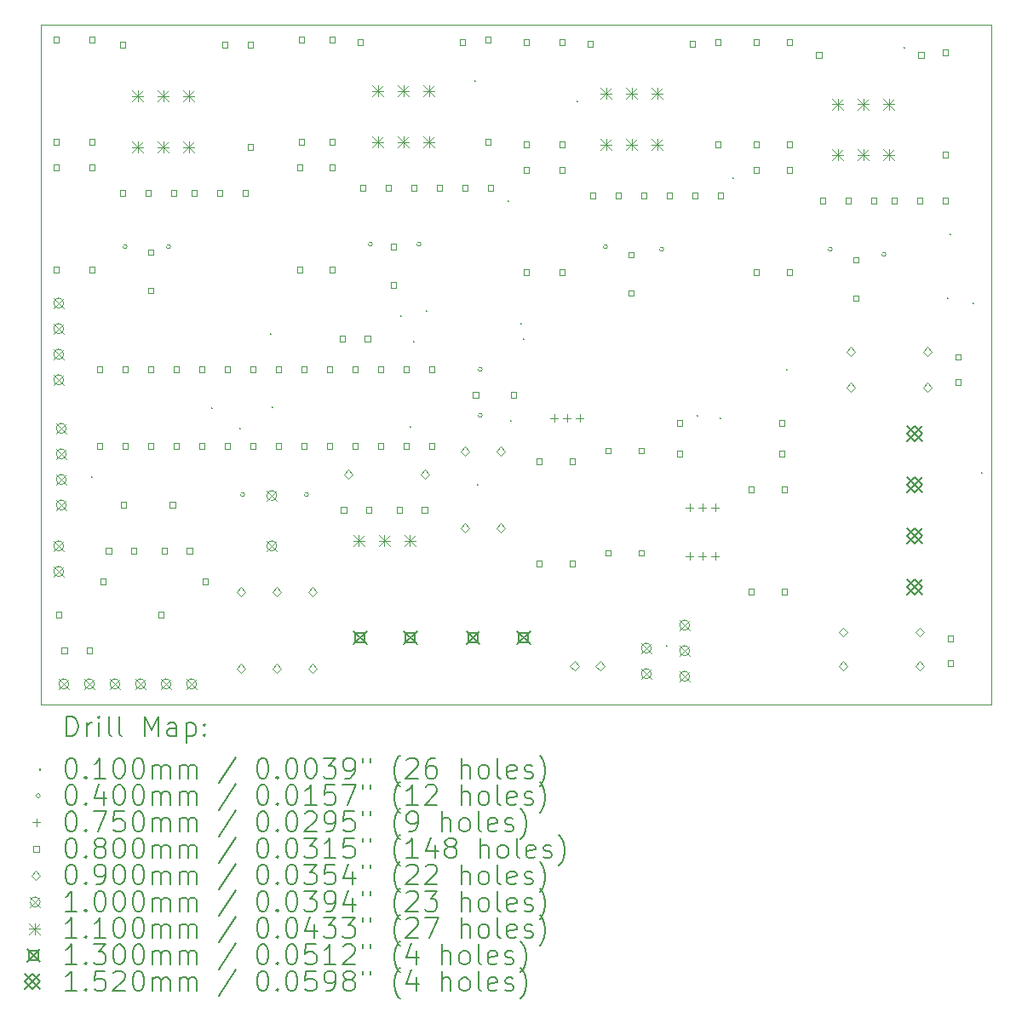
<source format=gbr>
%TF.GenerationSoftware,KiCad,Pcbnew,7.0.6*%
%TF.CreationDate,2024-08-14T17:38:23+03:00*%
%TF.ProjectId,atmegaStepperDriver,61746d65-6761-4537-9465-707065724472,V0.8.4*%
%TF.SameCoordinates,Original*%
%TF.FileFunction,Drillmap*%
%TF.FilePolarity,Positive*%
%FSLAX45Y45*%
G04 Gerber Fmt 4.5, Leading zero omitted, Abs format (unit mm)*
G04 Created by KiCad (PCBNEW 7.0.6) date 2024-08-14 17:38:23*
%MOMM*%
%LPD*%
G01*
G04 APERTURE LIST*
%ADD10C,0.100000*%
%ADD11C,0.200000*%
%ADD12C,0.010000*%
%ADD13C,0.040000*%
%ADD14C,0.075000*%
%ADD15C,0.080000*%
%ADD16C,0.090000*%
%ADD17C,0.110000*%
%ADD18C,0.130000*%
%ADD19C,0.152000*%
G04 APERTURE END LIST*
D10*
X5537200Y-9855200D02*
X14986000Y-9855200D01*
X14986000Y-16611600D01*
X5537200Y-16611600D01*
X5537200Y-9855200D01*
D11*
D12*
X6040200Y-14346000D02*
X6050200Y-14356000D01*
X6050200Y-14346000D02*
X6040200Y-14356000D01*
X7234000Y-13660200D02*
X7244000Y-13670200D01*
X7244000Y-13660200D02*
X7234000Y-13670200D01*
X7513400Y-13863400D02*
X7523400Y-13873400D01*
X7523400Y-13863400D02*
X7513400Y-13873400D01*
X7818200Y-12923600D02*
X7828200Y-12933600D01*
X7828200Y-12923600D02*
X7818200Y-12933600D01*
X7834503Y-13647656D02*
X7844503Y-13657656D01*
X7844503Y-13647656D02*
X7834503Y-13657656D01*
X9113600Y-12745800D02*
X9123600Y-12755800D01*
X9123600Y-12745800D02*
X9113600Y-12755800D01*
X9204742Y-13845442D02*
X9214742Y-13855442D01*
X9214742Y-13845442D02*
X9204742Y-13855442D01*
X9240600Y-12999800D02*
X9250600Y-13009800D01*
X9250600Y-12999800D02*
X9240600Y-13009800D01*
X9367600Y-12695000D02*
X9377600Y-12705000D01*
X9377600Y-12695000D02*
X9367600Y-12705000D01*
X9850200Y-10409000D02*
X9860200Y-10419000D01*
X9860200Y-10409000D02*
X9850200Y-10419000D01*
X9875600Y-14422200D02*
X9885600Y-14432200D01*
X9885600Y-14422200D02*
X9875600Y-14432200D01*
X10180400Y-11602800D02*
X10190400Y-11612800D01*
X10190400Y-11602800D02*
X10180400Y-11612800D01*
X10205800Y-13787200D02*
X10215800Y-13797200D01*
X10215800Y-13787200D02*
X10205800Y-13797200D01*
X10307400Y-12822000D02*
X10317400Y-12832000D01*
X10317400Y-12822000D02*
X10307400Y-12832000D01*
X10332800Y-12974400D02*
X10342800Y-12984400D01*
X10342800Y-12974400D02*
X10332800Y-12984400D01*
X10866200Y-10612200D02*
X10876200Y-10622200D01*
X10876200Y-10612200D02*
X10866200Y-10622200D01*
X11755200Y-16022400D02*
X11765200Y-16032400D01*
X11765200Y-16022400D02*
X11755200Y-16032400D01*
X12060000Y-13736400D02*
X12070000Y-13746400D01*
X12070000Y-13736400D02*
X12060000Y-13746400D01*
X12288600Y-13761800D02*
X12298600Y-13771800D01*
X12298600Y-13761800D02*
X12288600Y-13771800D01*
X12415600Y-11374200D02*
X12425600Y-11384200D01*
X12425600Y-11374200D02*
X12415600Y-11384200D01*
X12949000Y-13279200D02*
X12959000Y-13289200D01*
X12959000Y-13279200D02*
X12949000Y-13289200D01*
X14117400Y-10078800D02*
X14127400Y-10088800D01*
X14127400Y-10078800D02*
X14117400Y-10088800D01*
X14549200Y-12568000D02*
X14559200Y-12578000D01*
X14559200Y-12568000D02*
X14549200Y-12578000D01*
X14574600Y-11933000D02*
X14584600Y-11943000D01*
X14584600Y-11933000D02*
X14574600Y-11943000D01*
X14803200Y-12618800D02*
X14813200Y-12628800D01*
X14813200Y-12618800D02*
X14803200Y-12628800D01*
X14886683Y-14300849D02*
X14896683Y-14310849D01*
X14896683Y-14300849D02*
X14886683Y-14310849D01*
D13*
X6395400Y-12065000D02*
G75*
G03*
X6395400Y-12065000I-20000J0D01*
G01*
X6827200Y-12065000D02*
G75*
G03*
X6827200Y-12065000I-20000J0D01*
G01*
X7563800Y-14528800D02*
G75*
G03*
X7563800Y-14528800I-20000J0D01*
G01*
X8198800Y-14528800D02*
G75*
G03*
X8198800Y-14528800I-20000J0D01*
G01*
X8833800Y-12039600D02*
G75*
G03*
X8833800Y-12039600I-20000J0D01*
G01*
X9316400Y-12039600D02*
G75*
G03*
X9316400Y-12039600I-20000J0D01*
G01*
X9926000Y-13284200D02*
G75*
G03*
X9926000Y-13284200I-20000J0D01*
G01*
X9926000Y-13741400D02*
G75*
G03*
X9926000Y-13741400I-20000J0D01*
G01*
X11170600Y-12065000D02*
G75*
G03*
X11170600Y-12065000I-20000J0D01*
G01*
X11729400Y-12090400D02*
G75*
G03*
X11729400Y-12090400I-20000J0D01*
G01*
X13405800Y-12090400D02*
G75*
G03*
X13405800Y-12090400I-20000J0D01*
G01*
X13939200Y-12141200D02*
G75*
G03*
X13939200Y-12141200I-20000J0D01*
G01*
D14*
X10642600Y-13729300D02*
X10642600Y-13804300D01*
X10605100Y-13766800D02*
X10680100Y-13766800D01*
X10769600Y-13729300D02*
X10769600Y-13804300D01*
X10732100Y-13766800D02*
X10807100Y-13766800D01*
X10896600Y-13729300D02*
X10896600Y-13804300D01*
X10859100Y-13766800D02*
X10934100Y-13766800D01*
X11988800Y-14618300D02*
X11988800Y-14693300D01*
X11951300Y-14655800D02*
X12026300Y-14655800D01*
X11988800Y-15100900D02*
X11988800Y-15175900D01*
X11951300Y-15138400D02*
X12026300Y-15138400D01*
X12115800Y-14618300D02*
X12115800Y-14693300D01*
X12078300Y-14655800D02*
X12153300Y-14655800D01*
X12115800Y-15100900D02*
X12115800Y-15175900D01*
X12078300Y-15138400D02*
X12153300Y-15138400D01*
X12242800Y-14618300D02*
X12242800Y-14693300D01*
X12205300Y-14655800D02*
X12280300Y-14655800D01*
X12242800Y-15100900D02*
X12242800Y-15175900D01*
X12205300Y-15138400D02*
X12280300Y-15138400D01*
D15*
X5717884Y-10035885D02*
X5717884Y-9979316D01*
X5661315Y-9979316D01*
X5661315Y-10035885D01*
X5717884Y-10035885D01*
X5717884Y-11051885D02*
X5717884Y-10995316D01*
X5661315Y-10995316D01*
X5661315Y-11051885D01*
X5717884Y-11051885D01*
X5717884Y-11305884D02*
X5717884Y-11249315D01*
X5661315Y-11249315D01*
X5661315Y-11305884D01*
X5717884Y-11305884D01*
X5717884Y-12321884D02*
X5717884Y-12265315D01*
X5661315Y-12265315D01*
X5661315Y-12321884D01*
X5717884Y-12321884D01*
X5743284Y-15750884D02*
X5743284Y-15694315D01*
X5686715Y-15694315D01*
X5686715Y-15750884D01*
X5743284Y-15750884D01*
X5798084Y-16106484D02*
X5798084Y-16049915D01*
X5741515Y-16049915D01*
X5741515Y-16106484D01*
X5798084Y-16106484D01*
X6048084Y-16106484D02*
X6048084Y-16049915D01*
X5991515Y-16049915D01*
X5991515Y-16106484D01*
X6048084Y-16106484D01*
X6073484Y-10035885D02*
X6073484Y-9979316D01*
X6016915Y-9979316D01*
X6016915Y-10035885D01*
X6073484Y-10035885D01*
X6073484Y-11051885D02*
X6073484Y-10995316D01*
X6016915Y-10995316D01*
X6016915Y-11051885D01*
X6073484Y-11051885D01*
X6073484Y-11305884D02*
X6073484Y-11249315D01*
X6016915Y-11249315D01*
X6016915Y-11305884D01*
X6073484Y-11305884D01*
X6073484Y-12321884D02*
X6073484Y-12265315D01*
X6016915Y-12265315D01*
X6016915Y-12321884D01*
X6073484Y-12321884D01*
X6149684Y-13312484D02*
X6149684Y-13255915D01*
X6093115Y-13255915D01*
X6093115Y-13312484D01*
X6149684Y-13312484D01*
X6149684Y-14074484D02*
X6149684Y-14017915D01*
X6093115Y-14017915D01*
X6093115Y-14074484D01*
X6149684Y-14074484D01*
X6186084Y-15420684D02*
X6186084Y-15364115D01*
X6129515Y-15364115D01*
X6129515Y-15420684D01*
X6186084Y-15420684D01*
X6240884Y-15115884D02*
X6240884Y-15059315D01*
X6184315Y-15059315D01*
X6184315Y-15115884D01*
X6240884Y-15115884D01*
X6378284Y-10086685D02*
X6378284Y-10030116D01*
X6321715Y-10030116D01*
X6321715Y-10086685D01*
X6378284Y-10086685D01*
X6378284Y-11559884D02*
X6378284Y-11503315D01*
X6321715Y-11503315D01*
X6321715Y-11559884D01*
X6378284Y-11559884D01*
X6389284Y-14658684D02*
X6389284Y-14602115D01*
X6332715Y-14602115D01*
X6332715Y-14658684D01*
X6389284Y-14658684D01*
X6403684Y-13312484D02*
X6403684Y-13255915D01*
X6347115Y-13255915D01*
X6347115Y-13312484D01*
X6403684Y-13312484D01*
X6403684Y-14074484D02*
X6403684Y-14017915D01*
X6347115Y-14017915D01*
X6347115Y-14074484D01*
X6403684Y-14074484D01*
X6490884Y-15115884D02*
X6490884Y-15059315D01*
X6434315Y-15059315D01*
X6434315Y-15115884D01*
X6490884Y-15115884D01*
X6632284Y-11559884D02*
X6632284Y-11503315D01*
X6575715Y-11503315D01*
X6575715Y-11559884D01*
X6632284Y-11559884D01*
X6657684Y-12147550D02*
X6657684Y-12090981D01*
X6601115Y-12090981D01*
X6601115Y-12147550D01*
X6657684Y-12147550D01*
X6657684Y-12527550D02*
X6657684Y-12470981D01*
X6601115Y-12470981D01*
X6601115Y-12527550D01*
X6657684Y-12527550D01*
X6657684Y-13312484D02*
X6657684Y-13255915D01*
X6601115Y-13255915D01*
X6601115Y-13312484D01*
X6657684Y-13312484D01*
X6657684Y-14074484D02*
X6657684Y-14017915D01*
X6601115Y-14017915D01*
X6601115Y-14074484D01*
X6657684Y-14074484D01*
X6759284Y-15750884D02*
X6759284Y-15694315D01*
X6702715Y-15694315D01*
X6702715Y-15750884D01*
X6759284Y-15750884D01*
X6795684Y-15115884D02*
X6795684Y-15059315D01*
X6739115Y-15059315D01*
X6739115Y-15115884D01*
X6795684Y-15115884D01*
X6877284Y-14658684D02*
X6877284Y-14602115D01*
X6820715Y-14602115D01*
X6820715Y-14658684D01*
X6877284Y-14658684D01*
X6886284Y-11559884D02*
X6886284Y-11503315D01*
X6829715Y-11503315D01*
X6829715Y-11559884D01*
X6886284Y-11559884D01*
X6911684Y-13312484D02*
X6911684Y-13255915D01*
X6855115Y-13255915D01*
X6855115Y-13312484D01*
X6911684Y-13312484D01*
X6911684Y-14074484D02*
X6911684Y-14017915D01*
X6855115Y-14017915D01*
X6855115Y-14074484D01*
X6911684Y-14074484D01*
X7045684Y-15115884D02*
X7045684Y-15059315D01*
X6989115Y-15059315D01*
X6989115Y-15115884D01*
X7045684Y-15115884D01*
X7089484Y-11559884D02*
X7089484Y-11503315D01*
X7032915Y-11503315D01*
X7032915Y-11559884D01*
X7089484Y-11559884D01*
X7165684Y-13312484D02*
X7165684Y-13255915D01*
X7109115Y-13255915D01*
X7109115Y-13312484D01*
X7165684Y-13312484D01*
X7165684Y-14074484D02*
X7165684Y-14017915D01*
X7109115Y-14017915D01*
X7109115Y-14074484D01*
X7165684Y-14074484D01*
X7202084Y-15420684D02*
X7202084Y-15364115D01*
X7145515Y-15364115D01*
X7145515Y-15420684D01*
X7202084Y-15420684D01*
X7343484Y-11559884D02*
X7343484Y-11503315D01*
X7286915Y-11503315D01*
X7286915Y-11559884D01*
X7343484Y-11559884D01*
X7394284Y-10086685D02*
X7394284Y-10030116D01*
X7337715Y-10030116D01*
X7337715Y-10086685D01*
X7394284Y-10086685D01*
X7419684Y-13312484D02*
X7419684Y-13255915D01*
X7363115Y-13255915D01*
X7363115Y-13312484D01*
X7419684Y-13312484D01*
X7419684Y-14074484D02*
X7419684Y-14017915D01*
X7363115Y-14017915D01*
X7363115Y-14074484D01*
X7419684Y-14074484D01*
X7597484Y-11559884D02*
X7597484Y-11503315D01*
X7540915Y-11503315D01*
X7540915Y-11559884D01*
X7597484Y-11559884D01*
X7648284Y-10086685D02*
X7648284Y-10030116D01*
X7591715Y-10030116D01*
X7591715Y-10086685D01*
X7648284Y-10086685D01*
X7648284Y-11102685D02*
X7648284Y-11046116D01*
X7591715Y-11046116D01*
X7591715Y-11102685D01*
X7648284Y-11102685D01*
X7673684Y-13312484D02*
X7673684Y-13255915D01*
X7617115Y-13255915D01*
X7617115Y-13312484D01*
X7673684Y-13312484D01*
X7673684Y-14074484D02*
X7673684Y-14017915D01*
X7617115Y-14017915D01*
X7617115Y-14074484D01*
X7673684Y-14074484D01*
X7927684Y-13312484D02*
X7927684Y-13255915D01*
X7871115Y-13255915D01*
X7871115Y-13312484D01*
X7927684Y-13312484D01*
X7927684Y-14074484D02*
X7927684Y-14017915D01*
X7871115Y-14017915D01*
X7871115Y-14074484D01*
X7927684Y-14074484D01*
X8141044Y-11305884D02*
X8141044Y-11249315D01*
X8084475Y-11249315D01*
X8084475Y-11305884D01*
X8141044Y-11305884D01*
X8141044Y-12321884D02*
X8141044Y-12265315D01*
X8084475Y-12265315D01*
X8084475Y-12321884D01*
X8141044Y-12321884D01*
X8156284Y-10035885D02*
X8156284Y-9979316D01*
X8099715Y-9979316D01*
X8099715Y-10035885D01*
X8156284Y-10035885D01*
X8156284Y-11051885D02*
X8156284Y-10995316D01*
X8099715Y-10995316D01*
X8099715Y-11051885D01*
X8156284Y-11051885D01*
X8181684Y-13312484D02*
X8181684Y-13255915D01*
X8125115Y-13255915D01*
X8125115Y-13312484D01*
X8181684Y-13312484D01*
X8181684Y-14074484D02*
X8181684Y-14017915D01*
X8125115Y-14017915D01*
X8125115Y-14074484D01*
X8181684Y-14074484D01*
X8435685Y-13312484D02*
X8435685Y-13255915D01*
X8379115Y-13255915D01*
X8379115Y-13312484D01*
X8435685Y-13312484D01*
X8435685Y-14074484D02*
X8435685Y-14017915D01*
X8379115Y-14017915D01*
X8379115Y-14074484D01*
X8435685Y-14074484D01*
X8461085Y-10035885D02*
X8461085Y-9979316D01*
X8404516Y-9979316D01*
X8404516Y-10035885D01*
X8461085Y-10035885D01*
X8461085Y-11051885D02*
X8461085Y-10995316D01*
X8404516Y-10995316D01*
X8404516Y-11051885D01*
X8461085Y-11051885D01*
X8461085Y-11305884D02*
X8461085Y-11249315D01*
X8404516Y-11249315D01*
X8404516Y-11305884D01*
X8461085Y-11305884D01*
X8461085Y-12321884D02*
X8461085Y-12265315D01*
X8404516Y-12265315D01*
X8404516Y-12321884D01*
X8461085Y-12321884D01*
X8563685Y-13007684D02*
X8563685Y-12951115D01*
X8507116Y-12951115D01*
X8507116Y-13007684D01*
X8563685Y-13007684D01*
X8577685Y-14709484D02*
X8577685Y-14652915D01*
X8521116Y-14652915D01*
X8521116Y-14709484D01*
X8577685Y-14709484D01*
X8689685Y-13312484D02*
X8689685Y-13255915D01*
X8633116Y-13255915D01*
X8633116Y-13312484D01*
X8689685Y-13312484D01*
X8689685Y-14074484D02*
X8689685Y-14017915D01*
X8633116Y-14017915D01*
X8633116Y-14074484D01*
X8689685Y-14074484D01*
X8740485Y-10061285D02*
X8740485Y-10004716D01*
X8683916Y-10004716D01*
X8683916Y-10061285D01*
X8740485Y-10061285D01*
X8765885Y-11509084D02*
X8765885Y-11452515D01*
X8709316Y-11452515D01*
X8709316Y-11509084D01*
X8765885Y-11509084D01*
X8813685Y-13007684D02*
X8813685Y-12951115D01*
X8757116Y-12951115D01*
X8757116Y-13007684D01*
X8813685Y-13007684D01*
X8827685Y-14709484D02*
X8827685Y-14652915D01*
X8771116Y-14652915D01*
X8771116Y-14709484D01*
X8827685Y-14709484D01*
X8943685Y-13312484D02*
X8943685Y-13255915D01*
X8887116Y-13255915D01*
X8887116Y-13312484D01*
X8943685Y-13312484D01*
X8943685Y-14074484D02*
X8943685Y-14017915D01*
X8887116Y-14017915D01*
X8887116Y-14074484D01*
X8943685Y-14074484D01*
X9019885Y-11509084D02*
X9019885Y-11452515D01*
X8963316Y-11452515D01*
X8963316Y-11509084D01*
X9019885Y-11509084D01*
X9070685Y-12093284D02*
X9070685Y-12036715D01*
X9014116Y-12036715D01*
X9014116Y-12093284D01*
X9070685Y-12093284D01*
X9070685Y-12473284D02*
X9070685Y-12416715D01*
X9014116Y-12416715D01*
X9014116Y-12473284D01*
X9070685Y-12473284D01*
X9132485Y-14709484D02*
X9132485Y-14652915D01*
X9075916Y-14652915D01*
X9075916Y-14709484D01*
X9132485Y-14709484D01*
X9197685Y-13312484D02*
X9197685Y-13255915D01*
X9141116Y-13255915D01*
X9141116Y-13312484D01*
X9197685Y-13312484D01*
X9197685Y-14074484D02*
X9197685Y-14017915D01*
X9141116Y-14017915D01*
X9141116Y-14074484D01*
X9197685Y-14074484D01*
X9273885Y-11509084D02*
X9273885Y-11452515D01*
X9217316Y-11452515D01*
X9217316Y-11509084D01*
X9273885Y-11509084D01*
X9382485Y-14709484D02*
X9382485Y-14652915D01*
X9325916Y-14652915D01*
X9325916Y-14709484D01*
X9382485Y-14709484D01*
X9451685Y-13312484D02*
X9451685Y-13255915D01*
X9395116Y-13255915D01*
X9395116Y-13312484D01*
X9451685Y-13312484D01*
X9451685Y-14074484D02*
X9451685Y-14017915D01*
X9395116Y-14017915D01*
X9395116Y-14074484D01*
X9451685Y-14074484D01*
X9527885Y-11509084D02*
X9527885Y-11452515D01*
X9471316Y-11452515D01*
X9471316Y-11509084D01*
X9527885Y-11509084D01*
X9756485Y-10061285D02*
X9756485Y-10004716D01*
X9699916Y-10004716D01*
X9699916Y-10061285D01*
X9756485Y-10061285D01*
X9781885Y-11509084D02*
X9781885Y-11452515D01*
X9725316Y-11452515D01*
X9725316Y-11509084D01*
X9781885Y-11509084D01*
X9886950Y-13566484D02*
X9886950Y-13509915D01*
X9830381Y-13509915D01*
X9830381Y-13566484D01*
X9886950Y-13566484D01*
X10010485Y-10035885D02*
X10010485Y-9979316D01*
X9953916Y-9979316D01*
X9953916Y-10035885D01*
X10010485Y-10035885D01*
X10010485Y-11051885D02*
X10010485Y-10995316D01*
X9953916Y-10995316D01*
X9953916Y-11051885D01*
X10010485Y-11051885D01*
X10035885Y-11509084D02*
X10035885Y-11452515D01*
X9979316Y-11452515D01*
X9979316Y-11509084D01*
X10035885Y-11509084D01*
X10266950Y-13566484D02*
X10266950Y-13509915D01*
X10210381Y-13509915D01*
X10210381Y-13566484D01*
X10266950Y-13566484D01*
X10391485Y-10061285D02*
X10391485Y-10004716D01*
X10334916Y-10004716D01*
X10334916Y-10061285D01*
X10391485Y-10061285D01*
X10391485Y-11077285D02*
X10391485Y-11020716D01*
X10334916Y-11020716D01*
X10334916Y-11077285D01*
X10391485Y-11077285D01*
X10391485Y-11331284D02*
X10391485Y-11274715D01*
X10334916Y-11274715D01*
X10334916Y-11331284D01*
X10391485Y-11331284D01*
X10391485Y-12347284D02*
X10391485Y-12290715D01*
X10334916Y-12290715D01*
X10334916Y-12347284D01*
X10391485Y-12347284D01*
X10518485Y-14226884D02*
X10518485Y-14170315D01*
X10461916Y-14170315D01*
X10461916Y-14226884D01*
X10518485Y-14226884D01*
X10518485Y-15242884D02*
X10518485Y-15186315D01*
X10461916Y-15186315D01*
X10461916Y-15242884D01*
X10518485Y-15242884D01*
X10747085Y-10061285D02*
X10747085Y-10004716D01*
X10690516Y-10004716D01*
X10690516Y-10061285D01*
X10747085Y-10061285D01*
X10747085Y-11077285D02*
X10747085Y-11020716D01*
X10690516Y-11020716D01*
X10690516Y-11077285D01*
X10747085Y-11077285D01*
X10747085Y-11331284D02*
X10747085Y-11274715D01*
X10690516Y-11274715D01*
X10690516Y-11331284D01*
X10747085Y-11331284D01*
X10747085Y-12347284D02*
X10747085Y-12290715D01*
X10690516Y-12290715D01*
X10690516Y-12347284D01*
X10747085Y-12347284D01*
X10848685Y-14226884D02*
X10848685Y-14170315D01*
X10792116Y-14170315D01*
X10792116Y-14226884D01*
X10848685Y-14226884D01*
X10848685Y-15242884D02*
X10848685Y-15186315D01*
X10792116Y-15186315D01*
X10792116Y-15242884D01*
X10848685Y-15242884D01*
X11026485Y-10073985D02*
X11026485Y-10017416D01*
X10969916Y-10017416D01*
X10969916Y-10073985D01*
X11026485Y-10073985D01*
X11051885Y-11585284D02*
X11051885Y-11528715D01*
X10995316Y-11528715D01*
X10995316Y-11585284D01*
X11051885Y-11585284D01*
X11204284Y-14120184D02*
X11204284Y-14063615D01*
X11147716Y-14063615D01*
X11147716Y-14120184D01*
X11204284Y-14120184D01*
X11204284Y-15136184D02*
X11204284Y-15079615D01*
X11147716Y-15079615D01*
X11147716Y-15136184D01*
X11204284Y-15136184D01*
X11305884Y-11585284D02*
X11305884Y-11528715D01*
X11249315Y-11528715D01*
X11249315Y-11585284D01*
X11305884Y-11585284D01*
X11432884Y-12172950D02*
X11432884Y-12116381D01*
X11376315Y-12116381D01*
X11376315Y-12172950D01*
X11432884Y-12172950D01*
X11432884Y-12552950D02*
X11432884Y-12496381D01*
X11376315Y-12496381D01*
X11376315Y-12552950D01*
X11432884Y-12552950D01*
X11534484Y-14120184D02*
X11534484Y-14063615D01*
X11477915Y-14063615D01*
X11477915Y-14120184D01*
X11534484Y-14120184D01*
X11534484Y-15136184D02*
X11534484Y-15079615D01*
X11477915Y-15079615D01*
X11477915Y-15136184D01*
X11534484Y-15136184D01*
X11559884Y-11585284D02*
X11559884Y-11528715D01*
X11503315Y-11528715D01*
X11503315Y-11585284D01*
X11559884Y-11585284D01*
X11813884Y-11585284D02*
X11813884Y-11528715D01*
X11757315Y-11528715D01*
X11757315Y-11585284D01*
X11813884Y-11585284D01*
X11915484Y-13845884D02*
X11915484Y-13789315D01*
X11858915Y-13789315D01*
X11858915Y-13845884D01*
X11915484Y-13845884D01*
X11915484Y-14150684D02*
X11915484Y-14094115D01*
X11858915Y-14094115D01*
X11858915Y-14150684D01*
X11915484Y-14150684D01*
X12042484Y-10073985D02*
X12042484Y-10017416D01*
X11985915Y-10017416D01*
X11985915Y-10073985D01*
X12042484Y-10073985D01*
X12067884Y-11585284D02*
X12067884Y-11528715D01*
X12011315Y-11528715D01*
X12011315Y-11585284D01*
X12067884Y-11585284D01*
X12296484Y-10061285D02*
X12296484Y-10004716D01*
X12239915Y-10004716D01*
X12239915Y-10061285D01*
X12296484Y-10061285D01*
X12296484Y-11077285D02*
X12296484Y-11020716D01*
X12239915Y-11020716D01*
X12239915Y-11077285D01*
X12296484Y-11077285D01*
X12321884Y-11585284D02*
X12321884Y-11528715D01*
X12265315Y-11528715D01*
X12265315Y-11585284D01*
X12321884Y-11585284D01*
X12626684Y-14506284D02*
X12626684Y-14449715D01*
X12570115Y-14449715D01*
X12570115Y-14506284D01*
X12626684Y-14506284D01*
X12626684Y-15522284D02*
X12626684Y-15465715D01*
X12570115Y-15465715D01*
X12570115Y-15522284D01*
X12626684Y-15522284D01*
X12677484Y-10061285D02*
X12677484Y-10004716D01*
X12620915Y-10004716D01*
X12620915Y-10061285D01*
X12677484Y-10061285D01*
X12677484Y-11077285D02*
X12677484Y-11020716D01*
X12620915Y-11020716D01*
X12620915Y-11077285D01*
X12677484Y-11077285D01*
X12677484Y-11331284D02*
X12677484Y-11274715D01*
X12620915Y-11274715D01*
X12620915Y-11331284D01*
X12677484Y-11331284D01*
X12677484Y-12347284D02*
X12677484Y-12290715D01*
X12620915Y-12290715D01*
X12620915Y-12347284D01*
X12677484Y-12347284D01*
X12931484Y-13845884D02*
X12931484Y-13789315D01*
X12874915Y-13789315D01*
X12874915Y-13845884D01*
X12931484Y-13845884D01*
X12931484Y-14150684D02*
X12931484Y-14094115D01*
X12874915Y-14094115D01*
X12874915Y-14150684D01*
X12931484Y-14150684D01*
X12956884Y-14506284D02*
X12956884Y-14449715D01*
X12900315Y-14449715D01*
X12900315Y-14506284D01*
X12956884Y-14506284D01*
X12956884Y-15522284D02*
X12956884Y-15465715D01*
X12900315Y-15465715D01*
X12900315Y-15522284D01*
X12956884Y-15522284D01*
X13007684Y-10061285D02*
X13007684Y-10004716D01*
X12951115Y-10004716D01*
X12951115Y-10061285D01*
X13007684Y-10061285D01*
X13007684Y-11077285D02*
X13007684Y-11020716D01*
X12951115Y-11020716D01*
X12951115Y-11077285D01*
X13007684Y-11077285D01*
X13007684Y-11331284D02*
X13007684Y-11274715D01*
X12951115Y-11274715D01*
X12951115Y-11331284D01*
X13007684Y-11331284D01*
X13007684Y-12347284D02*
X13007684Y-12290715D01*
X12951115Y-12290715D01*
X12951115Y-12347284D01*
X13007684Y-12347284D01*
X13299784Y-10188285D02*
X13299784Y-10131716D01*
X13243215Y-10131716D01*
X13243215Y-10188285D01*
X13299784Y-10188285D01*
X13337884Y-11636084D02*
X13337884Y-11579515D01*
X13281315Y-11579515D01*
X13281315Y-11636084D01*
X13337884Y-11636084D01*
X13591884Y-11636084D02*
X13591884Y-11579515D01*
X13535315Y-11579515D01*
X13535315Y-11636084D01*
X13591884Y-11636084D01*
X13668084Y-12223750D02*
X13668084Y-12167181D01*
X13611515Y-12167181D01*
X13611515Y-12223750D01*
X13668084Y-12223750D01*
X13668084Y-12603750D02*
X13668084Y-12547181D01*
X13611515Y-12547181D01*
X13611515Y-12603750D01*
X13668084Y-12603750D01*
X13845884Y-11636084D02*
X13845884Y-11579515D01*
X13789315Y-11579515D01*
X13789315Y-11636084D01*
X13845884Y-11636084D01*
X14049084Y-11636084D02*
X14049084Y-11579515D01*
X13992515Y-11579515D01*
X13992515Y-11636084D01*
X14049084Y-11636084D01*
X14303084Y-11636084D02*
X14303084Y-11579515D01*
X14246515Y-11579515D01*
X14246515Y-11636084D01*
X14303084Y-11636084D01*
X14315784Y-10188285D02*
X14315784Y-10131716D01*
X14259215Y-10131716D01*
X14259215Y-10188285D01*
X14315784Y-10188285D01*
X14557084Y-10162885D02*
X14557084Y-10106316D01*
X14500515Y-10106316D01*
X14500515Y-10162885D01*
X14557084Y-10162885D01*
X14557084Y-11178885D02*
X14557084Y-11122316D01*
X14500515Y-11122316D01*
X14500515Y-11178885D01*
X14557084Y-11178885D01*
X14557084Y-11636084D02*
X14557084Y-11579515D01*
X14500515Y-11579515D01*
X14500515Y-11636084D01*
X14557084Y-11636084D01*
X14607884Y-15983484D02*
X14607884Y-15926915D01*
X14551315Y-15926915D01*
X14551315Y-15983484D01*
X14607884Y-15983484D01*
X14607884Y-16233484D02*
X14607884Y-16176915D01*
X14551315Y-16176915D01*
X14551315Y-16233484D01*
X14607884Y-16233484D01*
X14684084Y-13187484D02*
X14684084Y-13130915D01*
X14627515Y-13130915D01*
X14627515Y-13187484D01*
X14684084Y-13187484D01*
X14684084Y-13437484D02*
X14684084Y-13380915D01*
X14627515Y-13380915D01*
X14627515Y-13437484D01*
X14684084Y-13437484D01*
D16*
X7529400Y-15539000D02*
X7574400Y-15494000D01*
X7529400Y-15449000D01*
X7484400Y-15494000D01*
X7529400Y-15539000D01*
X7529400Y-16301000D02*
X7574400Y-16256000D01*
X7529400Y-16211000D01*
X7484400Y-16256000D01*
X7529400Y-16301000D01*
X7885000Y-15539000D02*
X7930000Y-15494000D01*
X7885000Y-15449000D01*
X7840000Y-15494000D01*
X7885000Y-15539000D01*
X7885000Y-16301000D02*
X7930000Y-16256000D01*
X7885000Y-16211000D01*
X7840000Y-16256000D01*
X7885000Y-16301000D01*
X8240600Y-15539000D02*
X8285600Y-15494000D01*
X8240600Y-15449000D01*
X8195600Y-15494000D01*
X8240600Y-15539000D01*
X8240600Y-16301000D02*
X8285600Y-16256000D01*
X8240600Y-16211000D01*
X8195600Y-16256000D01*
X8240600Y-16301000D01*
X8596200Y-14370600D02*
X8641200Y-14325600D01*
X8596200Y-14280600D01*
X8551200Y-14325600D01*
X8596200Y-14370600D01*
X9358200Y-14370600D02*
X9403200Y-14325600D01*
X9358200Y-14280600D01*
X9313200Y-14325600D01*
X9358200Y-14370600D01*
X9753600Y-14142000D02*
X9798600Y-14097000D01*
X9753600Y-14052000D01*
X9708600Y-14097000D01*
X9753600Y-14142000D01*
X9753600Y-14904000D02*
X9798600Y-14859000D01*
X9753600Y-14814000D01*
X9708600Y-14859000D01*
X9753600Y-14904000D01*
X10109200Y-14142000D02*
X10154200Y-14097000D01*
X10109200Y-14052000D01*
X10064200Y-14097000D01*
X10109200Y-14142000D01*
X10109200Y-14904000D02*
X10154200Y-14859000D01*
X10109200Y-14814000D01*
X10064200Y-14859000D01*
X10109200Y-14904000D01*
X10845300Y-16275600D02*
X10890300Y-16230600D01*
X10845300Y-16185600D01*
X10800300Y-16230600D01*
X10845300Y-16275600D01*
X11099300Y-16275600D02*
X11144300Y-16230600D01*
X11099300Y-16185600D01*
X11054300Y-16230600D01*
X11099300Y-16275600D01*
X13512800Y-15938600D02*
X13557800Y-15893600D01*
X13512800Y-15848600D01*
X13467800Y-15893600D01*
X13512800Y-15938600D01*
X13512800Y-16275600D02*
X13557800Y-16230600D01*
X13512800Y-16185600D01*
X13467800Y-16230600D01*
X13512800Y-16275600D01*
X13589000Y-13151400D02*
X13634000Y-13106400D01*
X13589000Y-13061400D01*
X13544000Y-13106400D01*
X13589000Y-13151400D01*
X13589000Y-13507000D02*
X13634000Y-13462000D01*
X13589000Y-13417000D01*
X13544000Y-13462000D01*
X13589000Y-13507000D01*
X14274800Y-15938600D02*
X14319800Y-15893600D01*
X14274800Y-15848600D01*
X14229800Y-15893600D01*
X14274800Y-15938600D01*
X14274800Y-16275600D02*
X14319800Y-16230600D01*
X14274800Y-16185600D01*
X14229800Y-16230600D01*
X14274800Y-16275600D01*
X14351000Y-13151400D02*
X14396000Y-13106400D01*
X14351000Y-13061400D01*
X14306000Y-13106400D01*
X14351000Y-13151400D01*
X14351000Y-13507000D02*
X14396000Y-13462000D01*
X14351000Y-13417000D01*
X14306000Y-13462000D01*
X14351000Y-13507000D01*
D10*
X5665000Y-12573800D02*
X5765000Y-12673800D01*
X5765000Y-12573800D02*
X5665000Y-12673800D01*
X5765000Y-12623800D02*
G75*
G03*
X5765000Y-12623800I-50000J0D01*
G01*
X5665000Y-12827800D02*
X5765000Y-12927800D01*
X5765000Y-12827800D02*
X5665000Y-12927800D01*
X5765000Y-12877800D02*
G75*
G03*
X5765000Y-12877800I-50000J0D01*
G01*
X5665000Y-13081800D02*
X5765000Y-13181800D01*
X5765000Y-13081800D02*
X5665000Y-13181800D01*
X5765000Y-13131800D02*
G75*
G03*
X5765000Y-13131800I-50000J0D01*
G01*
X5665000Y-13335800D02*
X5765000Y-13435800D01*
X5765000Y-13335800D02*
X5665000Y-13435800D01*
X5765000Y-13385800D02*
G75*
G03*
X5765000Y-13385800I-50000J0D01*
G01*
X5665000Y-14986800D02*
X5765000Y-15086800D01*
X5765000Y-14986800D02*
X5665000Y-15086800D01*
X5765000Y-15036800D02*
G75*
G03*
X5765000Y-15036800I-50000J0D01*
G01*
X5665000Y-15240800D02*
X5765000Y-15340800D01*
X5765000Y-15240800D02*
X5665000Y-15340800D01*
X5765000Y-15290800D02*
G75*
G03*
X5765000Y-15290800I-50000J0D01*
G01*
X5690400Y-13818400D02*
X5790400Y-13918400D01*
X5790400Y-13818400D02*
X5690400Y-13918400D01*
X5790400Y-13868400D02*
G75*
G03*
X5790400Y-13868400I-50000J0D01*
G01*
X5690400Y-14072400D02*
X5790400Y-14172400D01*
X5790400Y-14072400D02*
X5690400Y-14172400D01*
X5790400Y-14122400D02*
G75*
G03*
X5790400Y-14122400I-50000J0D01*
G01*
X5690400Y-14326400D02*
X5790400Y-14426400D01*
X5790400Y-14326400D02*
X5690400Y-14426400D01*
X5790400Y-14376400D02*
G75*
G03*
X5790400Y-14376400I-50000J0D01*
G01*
X5690400Y-14580400D02*
X5790400Y-14680400D01*
X5790400Y-14580400D02*
X5690400Y-14680400D01*
X5790400Y-14630400D02*
G75*
G03*
X5790400Y-14630400I-50000J0D01*
G01*
X5715800Y-16358400D02*
X5815800Y-16458400D01*
X5815800Y-16358400D02*
X5715800Y-16458400D01*
X5815800Y-16408400D02*
G75*
G03*
X5815800Y-16408400I-50000J0D01*
G01*
X5969800Y-16358400D02*
X6069800Y-16458400D01*
X6069800Y-16358400D02*
X5969800Y-16458400D01*
X6069800Y-16408400D02*
G75*
G03*
X6069800Y-16408400I-50000J0D01*
G01*
X6223800Y-16358400D02*
X6323800Y-16458400D01*
X6323800Y-16358400D02*
X6223800Y-16458400D01*
X6323800Y-16408400D02*
G75*
G03*
X6323800Y-16408400I-50000J0D01*
G01*
X6477800Y-16358400D02*
X6577800Y-16458400D01*
X6577800Y-16358400D02*
X6477800Y-16458400D01*
X6577800Y-16408400D02*
G75*
G03*
X6577800Y-16408400I-50000J0D01*
G01*
X6731800Y-16358400D02*
X6831800Y-16458400D01*
X6831800Y-16358400D02*
X6731800Y-16458400D01*
X6831800Y-16408400D02*
G75*
G03*
X6831800Y-16408400I-50000J0D01*
G01*
X6985800Y-16358400D02*
X7085800Y-16458400D01*
X7085800Y-16358400D02*
X6985800Y-16458400D01*
X7085800Y-16408400D02*
G75*
G03*
X7085800Y-16408400I-50000J0D01*
G01*
X7784200Y-14486800D02*
X7884200Y-14586800D01*
X7884200Y-14486800D02*
X7784200Y-14586800D01*
X7884200Y-14536800D02*
G75*
G03*
X7884200Y-14536800I-50000J0D01*
G01*
X7784200Y-14986800D02*
X7884200Y-15086800D01*
X7884200Y-14986800D02*
X7784200Y-15086800D01*
X7884200Y-15036800D02*
G75*
G03*
X7884200Y-15036800I-50000J0D01*
G01*
X11507000Y-16002800D02*
X11607000Y-16102800D01*
X11607000Y-16002800D02*
X11507000Y-16102800D01*
X11607000Y-16052800D02*
G75*
G03*
X11607000Y-16052800I-50000J0D01*
G01*
X11507000Y-16256800D02*
X11607000Y-16356800D01*
X11607000Y-16256800D02*
X11507000Y-16356800D01*
X11607000Y-16306800D02*
G75*
G03*
X11607000Y-16306800I-50000J0D01*
G01*
X11888000Y-15774200D02*
X11988000Y-15874200D01*
X11988000Y-15774200D02*
X11888000Y-15874200D01*
X11988000Y-15824200D02*
G75*
G03*
X11988000Y-15824200I-50000J0D01*
G01*
X11888000Y-16028200D02*
X11988000Y-16128200D01*
X11988000Y-16028200D02*
X11888000Y-16128200D01*
X11988000Y-16078200D02*
G75*
G03*
X11988000Y-16078200I-50000J0D01*
G01*
X11888000Y-16282200D02*
X11988000Y-16382200D01*
X11988000Y-16282200D02*
X11888000Y-16382200D01*
X11988000Y-16332200D02*
G75*
G03*
X11988000Y-16332200I-50000J0D01*
G01*
D17*
X6447400Y-10511400D02*
X6557400Y-10621400D01*
X6557400Y-10511400D02*
X6447400Y-10621400D01*
X6502400Y-10511400D02*
X6502400Y-10621400D01*
X6447400Y-10566400D02*
X6557400Y-10566400D01*
X6447400Y-11019400D02*
X6557400Y-11129400D01*
X6557400Y-11019400D02*
X6447400Y-11129400D01*
X6502400Y-11019400D02*
X6502400Y-11129400D01*
X6447400Y-11074400D02*
X6557400Y-11074400D01*
X6701400Y-10511400D02*
X6811400Y-10621400D01*
X6811400Y-10511400D02*
X6701400Y-10621400D01*
X6756400Y-10511400D02*
X6756400Y-10621400D01*
X6701400Y-10566400D02*
X6811400Y-10566400D01*
X6701400Y-11019400D02*
X6811400Y-11129400D01*
X6811400Y-11019400D02*
X6701400Y-11129400D01*
X6756400Y-11019400D02*
X6756400Y-11129400D01*
X6701400Y-11074400D02*
X6811400Y-11074400D01*
X6955400Y-10511400D02*
X7065400Y-10621400D01*
X7065400Y-10511400D02*
X6955400Y-10621400D01*
X7010400Y-10511400D02*
X7010400Y-10621400D01*
X6955400Y-10566400D02*
X7065400Y-10566400D01*
X6955400Y-11019400D02*
X7065400Y-11129400D01*
X7065400Y-11019400D02*
X6955400Y-11129400D01*
X7010400Y-11019400D02*
X7010400Y-11129400D01*
X6955400Y-11074400D02*
X7065400Y-11074400D01*
X8642800Y-14931000D02*
X8752800Y-15041000D01*
X8752800Y-14931000D02*
X8642800Y-15041000D01*
X8697800Y-14931000D02*
X8697800Y-15041000D01*
X8642800Y-14986000D02*
X8752800Y-14986000D01*
X8835000Y-10460600D02*
X8945000Y-10570600D01*
X8945000Y-10460600D02*
X8835000Y-10570600D01*
X8890000Y-10460600D02*
X8890000Y-10570600D01*
X8835000Y-10515600D02*
X8945000Y-10515600D01*
X8835000Y-10968600D02*
X8945000Y-11078600D01*
X8945000Y-10968600D02*
X8835000Y-11078600D01*
X8890000Y-10968600D02*
X8890000Y-11078600D01*
X8835000Y-11023600D02*
X8945000Y-11023600D01*
X8896800Y-14931000D02*
X9006800Y-15041000D01*
X9006800Y-14931000D02*
X8896800Y-15041000D01*
X8951800Y-14931000D02*
X8951800Y-15041000D01*
X8896800Y-14986000D02*
X9006800Y-14986000D01*
X9089000Y-10460600D02*
X9199000Y-10570600D01*
X9199000Y-10460600D02*
X9089000Y-10570600D01*
X9144000Y-10460600D02*
X9144000Y-10570600D01*
X9089000Y-10515600D02*
X9199000Y-10515600D01*
X9089000Y-10968600D02*
X9199000Y-11078600D01*
X9199000Y-10968600D02*
X9089000Y-11078600D01*
X9144000Y-10968600D02*
X9144000Y-11078600D01*
X9089000Y-11023600D02*
X9199000Y-11023600D01*
X9150800Y-14931000D02*
X9260800Y-15041000D01*
X9260800Y-14931000D02*
X9150800Y-15041000D01*
X9205800Y-14931000D02*
X9205800Y-15041000D01*
X9150800Y-14986000D02*
X9260800Y-14986000D01*
X9343000Y-10460600D02*
X9453000Y-10570600D01*
X9453000Y-10460600D02*
X9343000Y-10570600D01*
X9398000Y-10460600D02*
X9398000Y-10570600D01*
X9343000Y-10515600D02*
X9453000Y-10515600D01*
X9343000Y-10968600D02*
X9453000Y-11078600D01*
X9453000Y-10968600D02*
X9343000Y-11078600D01*
X9398000Y-10968600D02*
X9398000Y-11078600D01*
X9343000Y-11023600D02*
X9453000Y-11023600D01*
X11102600Y-10486000D02*
X11212600Y-10596000D01*
X11212600Y-10486000D02*
X11102600Y-10596000D01*
X11157600Y-10486000D02*
X11157600Y-10596000D01*
X11102600Y-10541000D02*
X11212600Y-10541000D01*
X11102600Y-10994000D02*
X11212600Y-11104000D01*
X11212600Y-10994000D02*
X11102600Y-11104000D01*
X11157600Y-10994000D02*
X11157600Y-11104000D01*
X11102600Y-11049000D02*
X11212600Y-11049000D01*
X11356600Y-10486000D02*
X11466600Y-10596000D01*
X11466600Y-10486000D02*
X11356600Y-10596000D01*
X11411600Y-10486000D02*
X11411600Y-10596000D01*
X11356600Y-10541000D02*
X11466600Y-10541000D01*
X11356600Y-10994000D02*
X11466600Y-11104000D01*
X11466600Y-10994000D02*
X11356600Y-11104000D01*
X11411600Y-10994000D02*
X11411600Y-11104000D01*
X11356600Y-11049000D02*
X11466600Y-11049000D01*
X11610600Y-10486000D02*
X11720600Y-10596000D01*
X11720600Y-10486000D02*
X11610600Y-10596000D01*
X11665600Y-10486000D02*
X11665600Y-10596000D01*
X11610600Y-10541000D02*
X11720600Y-10541000D01*
X11610600Y-10994000D02*
X11720600Y-11104000D01*
X11720600Y-10994000D02*
X11610600Y-11104000D01*
X11665600Y-10994000D02*
X11665600Y-11104000D01*
X11610600Y-11049000D02*
X11720600Y-11049000D01*
X13407000Y-10593200D02*
X13517000Y-10703200D01*
X13517000Y-10593200D02*
X13407000Y-10703200D01*
X13462000Y-10593200D02*
X13462000Y-10703200D01*
X13407000Y-10648200D02*
X13517000Y-10648200D01*
X13407000Y-11095600D02*
X13517000Y-11205600D01*
X13517000Y-11095600D02*
X13407000Y-11205600D01*
X13462000Y-11095600D02*
X13462000Y-11205600D01*
X13407000Y-11150600D02*
X13517000Y-11150600D01*
X13661000Y-10593200D02*
X13771000Y-10703200D01*
X13771000Y-10593200D02*
X13661000Y-10703200D01*
X13716000Y-10593200D02*
X13716000Y-10703200D01*
X13661000Y-10648200D02*
X13771000Y-10648200D01*
X13661000Y-11095600D02*
X13771000Y-11205600D01*
X13771000Y-11095600D02*
X13661000Y-11205600D01*
X13716000Y-11095600D02*
X13716000Y-11205600D01*
X13661000Y-11150600D02*
X13771000Y-11150600D01*
X13915000Y-10593200D02*
X14025000Y-10703200D01*
X14025000Y-10593200D02*
X13915000Y-10703200D01*
X13970000Y-10593200D02*
X13970000Y-10703200D01*
X13915000Y-10648200D02*
X14025000Y-10648200D01*
X13915000Y-11095600D02*
X14025000Y-11205600D01*
X14025000Y-11095600D02*
X13915000Y-11205600D01*
X13970000Y-11095600D02*
X13970000Y-11205600D01*
X13915000Y-11150600D02*
X14025000Y-11150600D01*
D18*
X8647200Y-15886200D02*
X8777200Y-16016200D01*
X8777200Y-15886200D02*
X8647200Y-16016200D01*
X8758162Y-15997162D02*
X8758162Y-15905238D01*
X8666238Y-15905238D01*
X8666238Y-15997162D01*
X8758162Y-15997162D01*
X9147200Y-15886200D02*
X9277200Y-16016200D01*
X9277200Y-15886200D02*
X9147200Y-16016200D01*
X9258162Y-15997162D02*
X9258162Y-15905238D01*
X9166238Y-15905238D01*
X9166238Y-15997162D01*
X9258162Y-15997162D01*
X9772800Y-15886200D02*
X9902800Y-16016200D01*
X9902800Y-15886200D02*
X9772800Y-16016200D01*
X9883762Y-15997162D02*
X9883762Y-15905238D01*
X9791838Y-15905238D01*
X9791838Y-15997162D01*
X9883762Y-15997162D01*
X10272800Y-15886200D02*
X10402800Y-16016200D01*
X10402800Y-15886200D02*
X10272800Y-16016200D01*
X10383762Y-15997162D02*
X10383762Y-15905238D01*
X10291838Y-15905238D01*
X10291838Y-15997162D01*
X10383762Y-15997162D01*
D19*
X14148000Y-13843200D02*
X14300000Y-13995200D01*
X14300000Y-13843200D02*
X14148000Y-13995200D01*
X14224000Y-13995200D02*
X14300000Y-13919200D01*
X14224000Y-13843200D01*
X14148000Y-13919200D01*
X14224000Y-13995200D01*
X14148000Y-14351200D02*
X14300000Y-14503200D01*
X14300000Y-14351200D02*
X14148000Y-14503200D01*
X14224000Y-14503200D02*
X14300000Y-14427200D01*
X14224000Y-14351200D01*
X14148000Y-14427200D01*
X14224000Y-14503200D01*
X14148000Y-14859200D02*
X14300000Y-15011200D01*
X14300000Y-14859200D02*
X14148000Y-15011200D01*
X14224000Y-15011200D02*
X14300000Y-14935200D01*
X14224000Y-14859200D01*
X14148000Y-14935200D01*
X14224000Y-15011200D01*
X14148000Y-15367200D02*
X14300000Y-15519200D01*
X14300000Y-15367200D02*
X14148000Y-15519200D01*
X14224000Y-15519200D02*
X14300000Y-15443200D01*
X14224000Y-15367200D01*
X14148000Y-15443200D01*
X14224000Y-15519200D01*
D11*
X5792977Y-16928084D02*
X5792977Y-16728084D01*
X5792977Y-16728084D02*
X5840596Y-16728084D01*
X5840596Y-16728084D02*
X5869167Y-16737608D01*
X5869167Y-16737608D02*
X5888215Y-16756655D01*
X5888215Y-16756655D02*
X5897739Y-16775703D01*
X5897739Y-16775703D02*
X5907262Y-16813798D01*
X5907262Y-16813798D02*
X5907262Y-16842370D01*
X5907262Y-16842370D02*
X5897739Y-16880465D01*
X5897739Y-16880465D02*
X5888215Y-16899512D01*
X5888215Y-16899512D02*
X5869167Y-16918560D01*
X5869167Y-16918560D02*
X5840596Y-16928084D01*
X5840596Y-16928084D02*
X5792977Y-16928084D01*
X5992977Y-16928084D02*
X5992977Y-16794750D01*
X5992977Y-16832846D02*
X6002501Y-16813798D01*
X6002501Y-16813798D02*
X6012024Y-16804274D01*
X6012024Y-16804274D02*
X6031072Y-16794750D01*
X6031072Y-16794750D02*
X6050120Y-16794750D01*
X6116786Y-16928084D02*
X6116786Y-16794750D01*
X6116786Y-16728084D02*
X6107262Y-16737608D01*
X6107262Y-16737608D02*
X6116786Y-16747131D01*
X6116786Y-16747131D02*
X6126310Y-16737608D01*
X6126310Y-16737608D02*
X6116786Y-16728084D01*
X6116786Y-16728084D02*
X6116786Y-16747131D01*
X6240596Y-16928084D02*
X6221548Y-16918560D01*
X6221548Y-16918560D02*
X6212024Y-16899512D01*
X6212024Y-16899512D02*
X6212024Y-16728084D01*
X6345358Y-16928084D02*
X6326310Y-16918560D01*
X6326310Y-16918560D02*
X6316786Y-16899512D01*
X6316786Y-16899512D02*
X6316786Y-16728084D01*
X6573929Y-16928084D02*
X6573929Y-16728084D01*
X6573929Y-16728084D02*
X6640596Y-16870941D01*
X6640596Y-16870941D02*
X6707262Y-16728084D01*
X6707262Y-16728084D02*
X6707262Y-16928084D01*
X6888215Y-16928084D02*
X6888215Y-16823322D01*
X6888215Y-16823322D02*
X6878691Y-16804274D01*
X6878691Y-16804274D02*
X6859643Y-16794750D01*
X6859643Y-16794750D02*
X6821548Y-16794750D01*
X6821548Y-16794750D02*
X6802501Y-16804274D01*
X6888215Y-16918560D02*
X6869167Y-16928084D01*
X6869167Y-16928084D02*
X6821548Y-16928084D01*
X6821548Y-16928084D02*
X6802501Y-16918560D01*
X6802501Y-16918560D02*
X6792977Y-16899512D01*
X6792977Y-16899512D02*
X6792977Y-16880465D01*
X6792977Y-16880465D02*
X6802501Y-16861417D01*
X6802501Y-16861417D02*
X6821548Y-16851893D01*
X6821548Y-16851893D02*
X6869167Y-16851893D01*
X6869167Y-16851893D02*
X6888215Y-16842370D01*
X6983453Y-16794750D02*
X6983453Y-16994750D01*
X6983453Y-16804274D02*
X7002501Y-16794750D01*
X7002501Y-16794750D02*
X7040596Y-16794750D01*
X7040596Y-16794750D02*
X7059643Y-16804274D01*
X7059643Y-16804274D02*
X7069167Y-16813798D01*
X7069167Y-16813798D02*
X7078691Y-16832846D01*
X7078691Y-16832846D02*
X7078691Y-16889989D01*
X7078691Y-16889989D02*
X7069167Y-16909036D01*
X7069167Y-16909036D02*
X7059643Y-16918560D01*
X7059643Y-16918560D02*
X7040596Y-16928084D01*
X7040596Y-16928084D02*
X7002501Y-16928084D01*
X7002501Y-16928084D02*
X6983453Y-16918560D01*
X7164405Y-16909036D02*
X7173929Y-16918560D01*
X7173929Y-16918560D02*
X7164405Y-16928084D01*
X7164405Y-16928084D02*
X7154882Y-16918560D01*
X7154882Y-16918560D02*
X7164405Y-16909036D01*
X7164405Y-16909036D02*
X7164405Y-16928084D01*
X7164405Y-16804274D02*
X7173929Y-16813798D01*
X7173929Y-16813798D02*
X7164405Y-16823322D01*
X7164405Y-16823322D02*
X7154882Y-16813798D01*
X7154882Y-16813798D02*
X7164405Y-16804274D01*
X7164405Y-16804274D02*
X7164405Y-16823322D01*
D12*
X5522200Y-17251600D02*
X5532200Y-17261600D01*
X5532200Y-17251600D02*
X5522200Y-17261600D01*
D11*
X5831072Y-17148084D02*
X5850120Y-17148084D01*
X5850120Y-17148084D02*
X5869167Y-17157608D01*
X5869167Y-17157608D02*
X5878691Y-17167131D01*
X5878691Y-17167131D02*
X5888215Y-17186179D01*
X5888215Y-17186179D02*
X5897739Y-17224274D01*
X5897739Y-17224274D02*
X5897739Y-17271893D01*
X5897739Y-17271893D02*
X5888215Y-17309989D01*
X5888215Y-17309989D02*
X5878691Y-17329036D01*
X5878691Y-17329036D02*
X5869167Y-17338560D01*
X5869167Y-17338560D02*
X5850120Y-17348084D01*
X5850120Y-17348084D02*
X5831072Y-17348084D01*
X5831072Y-17348084D02*
X5812024Y-17338560D01*
X5812024Y-17338560D02*
X5802501Y-17329036D01*
X5802501Y-17329036D02*
X5792977Y-17309989D01*
X5792977Y-17309989D02*
X5783453Y-17271893D01*
X5783453Y-17271893D02*
X5783453Y-17224274D01*
X5783453Y-17224274D02*
X5792977Y-17186179D01*
X5792977Y-17186179D02*
X5802501Y-17167131D01*
X5802501Y-17167131D02*
X5812024Y-17157608D01*
X5812024Y-17157608D02*
X5831072Y-17148084D01*
X5983453Y-17329036D02*
X5992977Y-17338560D01*
X5992977Y-17338560D02*
X5983453Y-17348084D01*
X5983453Y-17348084D02*
X5973929Y-17338560D01*
X5973929Y-17338560D02*
X5983453Y-17329036D01*
X5983453Y-17329036D02*
X5983453Y-17348084D01*
X6183453Y-17348084D02*
X6069167Y-17348084D01*
X6126310Y-17348084D02*
X6126310Y-17148084D01*
X6126310Y-17148084D02*
X6107262Y-17176655D01*
X6107262Y-17176655D02*
X6088215Y-17195703D01*
X6088215Y-17195703D02*
X6069167Y-17205227D01*
X6307262Y-17148084D02*
X6326310Y-17148084D01*
X6326310Y-17148084D02*
X6345358Y-17157608D01*
X6345358Y-17157608D02*
X6354882Y-17167131D01*
X6354882Y-17167131D02*
X6364405Y-17186179D01*
X6364405Y-17186179D02*
X6373929Y-17224274D01*
X6373929Y-17224274D02*
X6373929Y-17271893D01*
X6373929Y-17271893D02*
X6364405Y-17309989D01*
X6364405Y-17309989D02*
X6354882Y-17329036D01*
X6354882Y-17329036D02*
X6345358Y-17338560D01*
X6345358Y-17338560D02*
X6326310Y-17348084D01*
X6326310Y-17348084D02*
X6307262Y-17348084D01*
X6307262Y-17348084D02*
X6288215Y-17338560D01*
X6288215Y-17338560D02*
X6278691Y-17329036D01*
X6278691Y-17329036D02*
X6269167Y-17309989D01*
X6269167Y-17309989D02*
X6259643Y-17271893D01*
X6259643Y-17271893D02*
X6259643Y-17224274D01*
X6259643Y-17224274D02*
X6269167Y-17186179D01*
X6269167Y-17186179D02*
X6278691Y-17167131D01*
X6278691Y-17167131D02*
X6288215Y-17157608D01*
X6288215Y-17157608D02*
X6307262Y-17148084D01*
X6497739Y-17148084D02*
X6516786Y-17148084D01*
X6516786Y-17148084D02*
X6535834Y-17157608D01*
X6535834Y-17157608D02*
X6545358Y-17167131D01*
X6545358Y-17167131D02*
X6554882Y-17186179D01*
X6554882Y-17186179D02*
X6564405Y-17224274D01*
X6564405Y-17224274D02*
X6564405Y-17271893D01*
X6564405Y-17271893D02*
X6554882Y-17309989D01*
X6554882Y-17309989D02*
X6545358Y-17329036D01*
X6545358Y-17329036D02*
X6535834Y-17338560D01*
X6535834Y-17338560D02*
X6516786Y-17348084D01*
X6516786Y-17348084D02*
X6497739Y-17348084D01*
X6497739Y-17348084D02*
X6478691Y-17338560D01*
X6478691Y-17338560D02*
X6469167Y-17329036D01*
X6469167Y-17329036D02*
X6459643Y-17309989D01*
X6459643Y-17309989D02*
X6450120Y-17271893D01*
X6450120Y-17271893D02*
X6450120Y-17224274D01*
X6450120Y-17224274D02*
X6459643Y-17186179D01*
X6459643Y-17186179D02*
X6469167Y-17167131D01*
X6469167Y-17167131D02*
X6478691Y-17157608D01*
X6478691Y-17157608D02*
X6497739Y-17148084D01*
X6650120Y-17348084D02*
X6650120Y-17214750D01*
X6650120Y-17233798D02*
X6659643Y-17224274D01*
X6659643Y-17224274D02*
X6678691Y-17214750D01*
X6678691Y-17214750D02*
X6707263Y-17214750D01*
X6707263Y-17214750D02*
X6726310Y-17224274D01*
X6726310Y-17224274D02*
X6735834Y-17243322D01*
X6735834Y-17243322D02*
X6735834Y-17348084D01*
X6735834Y-17243322D02*
X6745358Y-17224274D01*
X6745358Y-17224274D02*
X6764405Y-17214750D01*
X6764405Y-17214750D02*
X6792977Y-17214750D01*
X6792977Y-17214750D02*
X6812024Y-17224274D01*
X6812024Y-17224274D02*
X6821548Y-17243322D01*
X6821548Y-17243322D02*
X6821548Y-17348084D01*
X6916786Y-17348084D02*
X6916786Y-17214750D01*
X6916786Y-17233798D02*
X6926310Y-17224274D01*
X6926310Y-17224274D02*
X6945358Y-17214750D01*
X6945358Y-17214750D02*
X6973929Y-17214750D01*
X6973929Y-17214750D02*
X6992977Y-17224274D01*
X6992977Y-17224274D02*
X7002501Y-17243322D01*
X7002501Y-17243322D02*
X7002501Y-17348084D01*
X7002501Y-17243322D02*
X7012024Y-17224274D01*
X7012024Y-17224274D02*
X7031072Y-17214750D01*
X7031072Y-17214750D02*
X7059643Y-17214750D01*
X7059643Y-17214750D02*
X7078691Y-17224274D01*
X7078691Y-17224274D02*
X7088215Y-17243322D01*
X7088215Y-17243322D02*
X7088215Y-17348084D01*
X7478691Y-17138560D02*
X7307263Y-17395703D01*
X7735834Y-17148084D02*
X7754882Y-17148084D01*
X7754882Y-17148084D02*
X7773929Y-17157608D01*
X7773929Y-17157608D02*
X7783453Y-17167131D01*
X7783453Y-17167131D02*
X7792977Y-17186179D01*
X7792977Y-17186179D02*
X7802501Y-17224274D01*
X7802501Y-17224274D02*
X7802501Y-17271893D01*
X7802501Y-17271893D02*
X7792977Y-17309989D01*
X7792977Y-17309989D02*
X7783453Y-17329036D01*
X7783453Y-17329036D02*
X7773929Y-17338560D01*
X7773929Y-17338560D02*
X7754882Y-17348084D01*
X7754882Y-17348084D02*
X7735834Y-17348084D01*
X7735834Y-17348084D02*
X7716786Y-17338560D01*
X7716786Y-17338560D02*
X7707263Y-17329036D01*
X7707263Y-17329036D02*
X7697739Y-17309989D01*
X7697739Y-17309989D02*
X7688215Y-17271893D01*
X7688215Y-17271893D02*
X7688215Y-17224274D01*
X7688215Y-17224274D02*
X7697739Y-17186179D01*
X7697739Y-17186179D02*
X7707263Y-17167131D01*
X7707263Y-17167131D02*
X7716786Y-17157608D01*
X7716786Y-17157608D02*
X7735834Y-17148084D01*
X7888215Y-17329036D02*
X7897739Y-17338560D01*
X7897739Y-17338560D02*
X7888215Y-17348084D01*
X7888215Y-17348084D02*
X7878691Y-17338560D01*
X7878691Y-17338560D02*
X7888215Y-17329036D01*
X7888215Y-17329036D02*
X7888215Y-17348084D01*
X8021548Y-17148084D02*
X8040596Y-17148084D01*
X8040596Y-17148084D02*
X8059644Y-17157608D01*
X8059644Y-17157608D02*
X8069167Y-17167131D01*
X8069167Y-17167131D02*
X8078691Y-17186179D01*
X8078691Y-17186179D02*
X8088215Y-17224274D01*
X8088215Y-17224274D02*
X8088215Y-17271893D01*
X8088215Y-17271893D02*
X8078691Y-17309989D01*
X8078691Y-17309989D02*
X8069167Y-17329036D01*
X8069167Y-17329036D02*
X8059644Y-17338560D01*
X8059644Y-17338560D02*
X8040596Y-17348084D01*
X8040596Y-17348084D02*
X8021548Y-17348084D01*
X8021548Y-17348084D02*
X8002501Y-17338560D01*
X8002501Y-17338560D02*
X7992977Y-17329036D01*
X7992977Y-17329036D02*
X7983453Y-17309989D01*
X7983453Y-17309989D02*
X7973929Y-17271893D01*
X7973929Y-17271893D02*
X7973929Y-17224274D01*
X7973929Y-17224274D02*
X7983453Y-17186179D01*
X7983453Y-17186179D02*
X7992977Y-17167131D01*
X7992977Y-17167131D02*
X8002501Y-17157608D01*
X8002501Y-17157608D02*
X8021548Y-17148084D01*
X8212025Y-17148084D02*
X8231072Y-17148084D01*
X8231072Y-17148084D02*
X8250120Y-17157608D01*
X8250120Y-17157608D02*
X8259644Y-17167131D01*
X8259644Y-17167131D02*
X8269167Y-17186179D01*
X8269167Y-17186179D02*
X8278691Y-17224274D01*
X8278691Y-17224274D02*
X8278691Y-17271893D01*
X8278691Y-17271893D02*
X8269167Y-17309989D01*
X8269167Y-17309989D02*
X8259644Y-17329036D01*
X8259644Y-17329036D02*
X8250120Y-17338560D01*
X8250120Y-17338560D02*
X8231072Y-17348084D01*
X8231072Y-17348084D02*
X8212025Y-17348084D01*
X8212025Y-17348084D02*
X8192977Y-17338560D01*
X8192977Y-17338560D02*
X8183453Y-17329036D01*
X8183453Y-17329036D02*
X8173929Y-17309989D01*
X8173929Y-17309989D02*
X8164406Y-17271893D01*
X8164406Y-17271893D02*
X8164406Y-17224274D01*
X8164406Y-17224274D02*
X8173929Y-17186179D01*
X8173929Y-17186179D02*
X8183453Y-17167131D01*
X8183453Y-17167131D02*
X8192977Y-17157608D01*
X8192977Y-17157608D02*
X8212025Y-17148084D01*
X8345358Y-17148084D02*
X8469168Y-17148084D01*
X8469168Y-17148084D02*
X8402501Y-17224274D01*
X8402501Y-17224274D02*
X8431072Y-17224274D01*
X8431072Y-17224274D02*
X8450120Y-17233798D01*
X8450120Y-17233798D02*
X8459644Y-17243322D01*
X8459644Y-17243322D02*
X8469168Y-17262370D01*
X8469168Y-17262370D02*
X8469168Y-17309989D01*
X8469168Y-17309989D02*
X8459644Y-17329036D01*
X8459644Y-17329036D02*
X8450120Y-17338560D01*
X8450120Y-17338560D02*
X8431072Y-17348084D01*
X8431072Y-17348084D02*
X8373929Y-17348084D01*
X8373929Y-17348084D02*
X8354882Y-17338560D01*
X8354882Y-17338560D02*
X8345358Y-17329036D01*
X8564406Y-17348084D02*
X8602501Y-17348084D01*
X8602501Y-17348084D02*
X8621549Y-17338560D01*
X8621549Y-17338560D02*
X8631072Y-17329036D01*
X8631072Y-17329036D02*
X8650120Y-17300465D01*
X8650120Y-17300465D02*
X8659644Y-17262370D01*
X8659644Y-17262370D02*
X8659644Y-17186179D01*
X8659644Y-17186179D02*
X8650120Y-17167131D01*
X8650120Y-17167131D02*
X8640596Y-17157608D01*
X8640596Y-17157608D02*
X8621549Y-17148084D01*
X8621549Y-17148084D02*
X8583453Y-17148084D01*
X8583453Y-17148084D02*
X8564406Y-17157608D01*
X8564406Y-17157608D02*
X8554882Y-17167131D01*
X8554882Y-17167131D02*
X8545358Y-17186179D01*
X8545358Y-17186179D02*
X8545358Y-17233798D01*
X8545358Y-17233798D02*
X8554882Y-17252846D01*
X8554882Y-17252846D02*
X8564406Y-17262370D01*
X8564406Y-17262370D02*
X8583453Y-17271893D01*
X8583453Y-17271893D02*
X8621549Y-17271893D01*
X8621549Y-17271893D02*
X8640596Y-17262370D01*
X8640596Y-17262370D02*
X8650120Y-17252846D01*
X8650120Y-17252846D02*
X8659644Y-17233798D01*
X8735834Y-17148084D02*
X8735834Y-17186179D01*
X8812025Y-17148084D02*
X8812025Y-17186179D01*
X9107263Y-17424274D02*
X9097739Y-17414750D01*
X9097739Y-17414750D02*
X9078691Y-17386179D01*
X9078691Y-17386179D02*
X9069168Y-17367131D01*
X9069168Y-17367131D02*
X9059644Y-17338560D01*
X9059644Y-17338560D02*
X9050120Y-17290941D01*
X9050120Y-17290941D02*
X9050120Y-17252846D01*
X9050120Y-17252846D02*
X9059644Y-17205227D01*
X9059644Y-17205227D02*
X9069168Y-17176655D01*
X9069168Y-17176655D02*
X9078691Y-17157608D01*
X9078691Y-17157608D02*
X9097739Y-17129036D01*
X9097739Y-17129036D02*
X9107263Y-17119512D01*
X9173930Y-17167131D02*
X9183453Y-17157608D01*
X9183453Y-17157608D02*
X9202501Y-17148084D01*
X9202501Y-17148084D02*
X9250120Y-17148084D01*
X9250120Y-17148084D02*
X9269168Y-17157608D01*
X9269168Y-17157608D02*
X9278691Y-17167131D01*
X9278691Y-17167131D02*
X9288215Y-17186179D01*
X9288215Y-17186179D02*
X9288215Y-17205227D01*
X9288215Y-17205227D02*
X9278691Y-17233798D01*
X9278691Y-17233798D02*
X9164406Y-17348084D01*
X9164406Y-17348084D02*
X9288215Y-17348084D01*
X9459644Y-17148084D02*
X9421549Y-17148084D01*
X9421549Y-17148084D02*
X9402501Y-17157608D01*
X9402501Y-17157608D02*
X9392977Y-17167131D01*
X9392977Y-17167131D02*
X9373930Y-17195703D01*
X9373930Y-17195703D02*
X9364406Y-17233798D01*
X9364406Y-17233798D02*
X9364406Y-17309989D01*
X9364406Y-17309989D02*
X9373930Y-17329036D01*
X9373930Y-17329036D02*
X9383453Y-17338560D01*
X9383453Y-17338560D02*
X9402501Y-17348084D01*
X9402501Y-17348084D02*
X9440596Y-17348084D01*
X9440596Y-17348084D02*
X9459644Y-17338560D01*
X9459644Y-17338560D02*
X9469168Y-17329036D01*
X9469168Y-17329036D02*
X9478691Y-17309989D01*
X9478691Y-17309989D02*
X9478691Y-17262370D01*
X9478691Y-17262370D02*
X9469168Y-17243322D01*
X9469168Y-17243322D02*
X9459644Y-17233798D01*
X9459644Y-17233798D02*
X9440596Y-17224274D01*
X9440596Y-17224274D02*
X9402501Y-17224274D01*
X9402501Y-17224274D02*
X9383453Y-17233798D01*
X9383453Y-17233798D02*
X9373930Y-17243322D01*
X9373930Y-17243322D02*
X9364406Y-17262370D01*
X9716787Y-17348084D02*
X9716787Y-17148084D01*
X9802501Y-17348084D02*
X9802501Y-17243322D01*
X9802501Y-17243322D02*
X9792977Y-17224274D01*
X9792977Y-17224274D02*
X9773930Y-17214750D01*
X9773930Y-17214750D02*
X9745358Y-17214750D01*
X9745358Y-17214750D02*
X9726311Y-17224274D01*
X9726311Y-17224274D02*
X9716787Y-17233798D01*
X9926311Y-17348084D02*
X9907263Y-17338560D01*
X9907263Y-17338560D02*
X9897739Y-17329036D01*
X9897739Y-17329036D02*
X9888215Y-17309989D01*
X9888215Y-17309989D02*
X9888215Y-17252846D01*
X9888215Y-17252846D02*
X9897739Y-17233798D01*
X9897739Y-17233798D02*
X9907263Y-17224274D01*
X9907263Y-17224274D02*
X9926311Y-17214750D01*
X9926311Y-17214750D02*
X9954882Y-17214750D01*
X9954882Y-17214750D02*
X9973930Y-17224274D01*
X9973930Y-17224274D02*
X9983453Y-17233798D01*
X9983453Y-17233798D02*
X9992977Y-17252846D01*
X9992977Y-17252846D02*
X9992977Y-17309989D01*
X9992977Y-17309989D02*
X9983453Y-17329036D01*
X9983453Y-17329036D02*
X9973930Y-17338560D01*
X9973930Y-17338560D02*
X9954882Y-17348084D01*
X9954882Y-17348084D02*
X9926311Y-17348084D01*
X10107263Y-17348084D02*
X10088215Y-17338560D01*
X10088215Y-17338560D02*
X10078692Y-17319512D01*
X10078692Y-17319512D02*
X10078692Y-17148084D01*
X10259644Y-17338560D02*
X10240596Y-17348084D01*
X10240596Y-17348084D02*
X10202501Y-17348084D01*
X10202501Y-17348084D02*
X10183453Y-17338560D01*
X10183453Y-17338560D02*
X10173930Y-17319512D01*
X10173930Y-17319512D02*
X10173930Y-17243322D01*
X10173930Y-17243322D02*
X10183453Y-17224274D01*
X10183453Y-17224274D02*
X10202501Y-17214750D01*
X10202501Y-17214750D02*
X10240596Y-17214750D01*
X10240596Y-17214750D02*
X10259644Y-17224274D01*
X10259644Y-17224274D02*
X10269168Y-17243322D01*
X10269168Y-17243322D02*
X10269168Y-17262370D01*
X10269168Y-17262370D02*
X10173930Y-17281417D01*
X10345358Y-17338560D02*
X10364406Y-17348084D01*
X10364406Y-17348084D02*
X10402501Y-17348084D01*
X10402501Y-17348084D02*
X10421549Y-17338560D01*
X10421549Y-17338560D02*
X10431073Y-17319512D01*
X10431073Y-17319512D02*
X10431073Y-17309989D01*
X10431073Y-17309989D02*
X10421549Y-17290941D01*
X10421549Y-17290941D02*
X10402501Y-17281417D01*
X10402501Y-17281417D02*
X10373930Y-17281417D01*
X10373930Y-17281417D02*
X10354882Y-17271893D01*
X10354882Y-17271893D02*
X10345358Y-17252846D01*
X10345358Y-17252846D02*
X10345358Y-17243322D01*
X10345358Y-17243322D02*
X10354882Y-17224274D01*
X10354882Y-17224274D02*
X10373930Y-17214750D01*
X10373930Y-17214750D02*
X10402501Y-17214750D01*
X10402501Y-17214750D02*
X10421549Y-17224274D01*
X10497739Y-17424274D02*
X10507263Y-17414750D01*
X10507263Y-17414750D02*
X10526311Y-17386179D01*
X10526311Y-17386179D02*
X10535834Y-17367131D01*
X10535834Y-17367131D02*
X10545358Y-17338560D01*
X10545358Y-17338560D02*
X10554882Y-17290941D01*
X10554882Y-17290941D02*
X10554882Y-17252846D01*
X10554882Y-17252846D02*
X10545358Y-17205227D01*
X10545358Y-17205227D02*
X10535834Y-17176655D01*
X10535834Y-17176655D02*
X10526311Y-17157608D01*
X10526311Y-17157608D02*
X10507263Y-17129036D01*
X10507263Y-17129036D02*
X10497739Y-17119512D01*
D13*
X5532200Y-17520600D02*
G75*
G03*
X5532200Y-17520600I-20000J0D01*
G01*
D11*
X5831072Y-17412084D02*
X5850120Y-17412084D01*
X5850120Y-17412084D02*
X5869167Y-17421608D01*
X5869167Y-17421608D02*
X5878691Y-17431131D01*
X5878691Y-17431131D02*
X5888215Y-17450179D01*
X5888215Y-17450179D02*
X5897739Y-17488274D01*
X5897739Y-17488274D02*
X5897739Y-17535893D01*
X5897739Y-17535893D02*
X5888215Y-17573989D01*
X5888215Y-17573989D02*
X5878691Y-17593036D01*
X5878691Y-17593036D02*
X5869167Y-17602560D01*
X5869167Y-17602560D02*
X5850120Y-17612084D01*
X5850120Y-17612084D02*
X5831072Y-17612084D01*
X5831072Y-17612084D02*
X5812024Y-17602560D01*
X5812024Y-17602560D02*
X5802501Y-17593036D01*
X5802501Y-17593036D02*
X5792977Y-17573989D01*
X5792977Y-17573989D02*
X5783453Y-17535893D01*
X5783453Y-17535893D02*
X5783453Y-17488274D01*
X5783453Y-17488274D02*
X5792977Y-17450179D01*
X5792977Y-17450179D02*
X5802501Y-17431131D01*
X5802501Y-17431131D02*
X5812024Y-17421608D01*
X5812024Y-17421608D02*
X5831072Y-17412084D01*
X5983453Y-17593036D02*
X5992977Y-17602560D01*
X5992977Y-17602560D02*
X5983453Y-17612084D01*
X5983453Y-17612084D02*
X5973929Y-17602560D01*
X5973929Y-17602560D02*
X5983453Y-17593036D01*
X5983453Y-17593036D02*
X5983453Y-17612084D01*
X6164405Y-17478750D02*
X6164405Y-17612084D01*
X6116786Y-17402560D02*
X6069167Y-17545417D01*
X6069167Y-17545417D02*
X6192977Y-17545417D01*
X6307262Y-17412084D02*
X6326310Y-17412084D01*
X6326310Y-17412084D02*
X6345358Y-17421608D01*
X6345358Y-17421608D02*
X6354882Y-17431131D01*
X6354882Y-17431131D02*
X6364405Y-17450179D01*
X6364405Y-17450179D02*
X6373929Y-17488274D01*
X6373929Y-17488274D02*
X6373929Y-17535893D01*
X6373929Y-17535893D02*
X6364405Y-17573989D01*
X6364405Y-17573989D02*
X6354882Y-17593036D01*
X6354882Y-17593036D02*
X6345358Y-17602560D01*
X6345358Y-17602560D02*
X6326310Y-17612084D01*
X6326310Y-17612084D02*
X6307262Y-17612084D01*
X6307262Y-17612084D02*
X6288215Y-17602560D01*
X6288215Y-17602560D02*
X6278691Y-17593036D01*
X6278691Y-17593036D02*
X6269167Y-17573989D01*
X6269167Y-17573989D02*
X6259643Y-17535893D01*
X6259643Y-17535893D02*
X6259643Y-17488274D01*
X6259643Y-17488274D02*
X6269167Y-17450179D01*
X6269167Y-17450179D02*
X6278691Y-17431131D01*
X6278691Y-17431131D02*
X6288215Y-17421608D01*
X6288215Y-17421608D02*
X6307262Y-17412084D01*
X6497739Y-17412084D02*
X6516786Y-17412084D01*
X6516786Y-17412084D02*
X6535834Y-17421608D01*
X6535834Y-17421608D02*
X6545358Y-17431131D01*
X6545358Y-17431131D02*
X6554882Y-17450179D01*
X6554882Y-17450179D02*
X6564405Y-17488274D01*
X6564405Y-17488274D02*
X6564405Y-17535893D01*
X6564405Y-17535893D02*
X6554882Y-17573989D01*
X6554882Y-17573989D02*
X6545358Y-17593036D01*
X6545358Y-17593036D02*
X6535834Y-17602560D01*
X6535834Y-17602560D02*
X6516786Y-17612084D01*
X6516786Y-17612084D02*
X6497739Y-17612084D01*
X6497739Y-17612084D02*
X6478691Y-17602560D01*
X6478691Y-17602560D02*
X6469167Y-17593036D01*
X6469167Y-17593036D02*
X6459643Y-17573989D01*
X6459643Y-17573989D02*
X6450120Y-17535893D01*
X6450120Y-17535893D02*
X6450120Y-17488274D01*
X6450120Y-17488274D02*
X6459643Y-17450179D01*
X6459643Y-17450179D02*
X6469167Y-17431131D01*
X6469167Y-17431131D02*
X6478691Y-17421608D01*
X6478691Y-17421608D02*
X6497739Y-17412084D01*
X6650120Y-17612084D02*
X6650120Y-17478750D01*
X6650120Y-17497798D02*
X6659643Y-17488274D01*
X6659643Y-17488274D02*
X6678691Y-17478750D01*
X6678691Y-17478750D02*
X6707263Y-17478750D01*
X6707263Y-17478750D02*
X6726310Y-17488274D01*
X6726310Y-17488274D02*
X6735834Y-17507322D01*
X6735834Y-17507322D02*
X6735834Y-17612084D01*
X6735834Y-17507322D02*
X6745358Y-17488274D01*
X6745358Y-17488274D02*
X6764405Y-17478750D01*
X6764405Y-17478750D02*
X6792977Y-17478750D01*
X6792977Y-17478750D02*
X6812024Y-17488274D01*
X6812024Y-17488274D02*
X6821548Y-17507322D01*
X6821548Y-17507322D02*
X6821548Y-17612084D01*
X6916786Y-17612084D02*
X6916786Y-17478750D01*
X6916786Y-17497798D02*
X6926310Y-17488274D01*
X6926310Y-17488274D02*
X6945358Y-17478750D01*
X6945358Y-17478750D02*
X6973929Y-17478750D01*
X6973929Y-17478750D02*
X6992977Y-17488274D01*
X6992977Y-17488274D02*
X7002501Y-17507322D01*
X7002501Y-17507322D02*
X7002501Y-17612084D01*
X7002501Y-17507322D02*
X7012024Y-17488274D01*
X7012024Y-17488274D02*
X7031072Y-17478750D01*
X7031072Y-17478750D02*
X7059643Y-17478750D01*
X7059643Y-17478750D02*
X7078691Y-17488274D01*
X7078691Y-17488274D02*
X7088215Y-17507322D01*
X7088215Y-17507322D02*
X7088215Y-17612084D01*
X7478691Y-17402560D02*
X7307263Y-17659703D01*
X7735834Y-17412084D02*
X7754882Y-17412084D01*
X7754882Y-17412084D02*
X7773929Y-17421608D01*
X7773929Y-17421608D02*
X7783453Y-17431131D01*
X7783453Y-17431131D02*
X7792977Y-17450179D01*
X7792977Y-17450179D02*
X7802501Y-17488274D01*
X7802501Y-17488274D02*
X7802501Y-17535893D01*
X7802501Y-17535893D02*
X7792977Y-17573989D01*
X7792977Y-17573989D02*
X7783453Y-17593036D01*
X7783453Y-17593036D02*
X7773929Y-17602560D01*
X7773929Y-17602560D02*
X7754882Y-17612084D01*
X7754882Y-17612084D02*
X7735834Y-17612084D01*
X7735834Y-17612084D02*
X7716786Y-17602560D01*
X7716786Y-17602560D02*
X7707263Y-17593036D01*
X7707263Y-17593036D02*
X7697739Y-17573989D01*
X7697739Y-17573989D02*
X7688215Y-17535893D01*
X7688215Y-17535893D02*
X7688215Y-17488274D01*
X7688215Y-17488274D02*
X7697739Y-17450179D01*
X7697739Y-17450179D02*
X7707263Y-17431131D01*
X7707263Y-17431131D02*
X7716786Y-17421608D01*
X7716786Y-17421608D02*
X7735834Y-17412084D01*
X7888215Y-17593036D02*
X7897739Y-17602560D01*
X7897739Y-17602560D02*
X7888215Y-17612084D01*
X7888215Y-17612084D02*
X7878691Y-17602560D01*
X7878691Y-17602560D02*
X7888215Y-17593036D01*
X7888215Y-17593036D02*
X7888215Y-17612084D01*
X8021548Y-17412084D02*
X8040596Y-17412084D01*
X8040596Y-17412084D02*
X8059644Y-17421608D01*
X8059644Y-17421608D02*
X8069167Y-17431131D01*
X8069167Y-17431131D02*
X8078691Y-17450179D01*
X8078691Y-17450179D02*
X8088215Y-17488274D01*
X8088215Y-17488274D02*
X8088215Y-17535893D01*
X8088215Y-17535893D02*
X8078691Y-17573989D01*
X8078691Y-17573989D02*
X8069167Y-17593036D01*
X8069167Y-17593036D02*
X8059644Y-17602560D01*
X8059644Y-17602560D02*
X8040596Y-17612084D01*
X8040596Y-17612084D02*
X8021548Y-17612084D01*
X8021548Y-17612084D02*
X8002501Y-17602560D01*
X8002501Y-17602560D02*
X7992977Y-17593036D01*
X7992977Y-17593036D02*
X7983453Y-17573989D01*
X7983453Y-17573989D02*
X7973929Y-17535893D01*
X7973929Y-17535893D02*
X7973929Y-17488274D01*
X7973929Y-17488274D02*
X7983453Y-17450179D01*
X7983453Y-17450179D02*
X7992977Y-17431131D01*
X7992977Y-17431131D02*
X8002501Y-17421608D01*
X8002501Y-17421608D02*
X8021548Y-17412084D01*
X8278691Y-17612084D02*
X8164406Y-17612084D01*
X8221548Y-17612084D02*
X8221548Y-17412084D01*
X8221548Y-17412084D02*
X8202501Y-17440655D01*
X8202501Y-17440655D02*
X8183453Y-17459703D01*
X8183453Y-17459703D02*
X8164406Y-17469227D01*
X8459644Y-17412084D02*
X8364406Y-17412084D01*
X8364406Y-17412084D02*
X8354882Y-17507322D01*
X8354882Y-17507322D02*
X8364406Y-17497798D01*
X8364406Y-17497798D02*
X8383453Y-17488274D01*
X8383453Y-17488274D02*
X8431072Y-17488274D01*
X8431072Y-17488274D02*
X8450120Y-17497798D01*
X8450120Y-17497798D02*
X8459644Y-17507322D01*
X8459644Y-17507322D02*
X8469168Y-17526370D01*
X8469168Y-17526370D02*
X8469168Y-17573989D01*
X8469168Y-17573989D02*
X8459644Y-17593036D01*
X8459644Y-17593036D02*
X8450120Y-17602560D01*
X8450120Y-17602560D02*
X8431072Y-17612084D01*
X8431072Y-17612084D02*
X8383453Y-17612084D01*
X8383453Y-17612084D02*
X8364406Y-17602560D01*
X8364406Y-17602560D02*
X8354882Y-17593036D01*
X8535834Y-17412084D02*
X8669168Y-17412084D01*
X8669168Y-17412084D02*
X8583453Y-17612084D01*
X8735834Y-17412084D02*
X8735834Y-17450179D01*
X8812025Y-17412084D02*
X8812025Y-17450179D01*
X9107263Y-17688274D02*
X9097739Y-17678750D01*
X9097739Y-17678750D02*
X9078691Y-17650179D01*
X9078691Y-17650179D02*
X9069168Y-17631131D01*
X9069168Y-17631131D02*
X9059644Y-17602560D01*
X9059644Y-17602560D02*
X9050120Y-17554941D01*
X9050120Y-17554941D02*
X9050120Y-17516846D01*
X9050120Y-17516846D02*
X9059644Y-17469227D01*
X9059644Y-17469227D02*
X9069168Y-17440655D01*
X9069168Y-17440655D02*
X9078691Y-17421608D01*
X9078691Y-17421608D02*
X9097739Y-17393036D01*
X9097739Y-17393036D02*
X9107263Y-17383512D01*
X9288215Y-17612084D02*
X9173930Y-17612084D01*
X9231072Y-17612084D02*
X9231072Y-17412084D01*
X9231072Y-17412084D02*
X9212025Y-17440655D01*
X9212025Y-17440655D02*
X9192977Y-17459703D01*
X9192977Y-17459703D02*
X9173930Y-17469227D01*
X9364406Y-17431131D02*
X9373930Y-17421608D01*
X9373930Y-17421608D02*
X9392977Y-17412084D01*
X9392977Y-17412084D02*
X9440596Y-17412084D01*
X9440596Y-17412084D02*
X9459644Y-17421608D01*
X9459644Y-17421608D02*
X9469168Y-17431131D01*
X9469168Y-17431131D02*
X9478691Y-17450179D01*
X9478691Y-17450179D02*
X9478691Y-17469227D01*
X9478691Y-17469227D02*
X9469168Y-17497798D01*
X9469168Y-17497798D02*
X9354882Y-17612084D01*
X9354882Y-17612084D02*
X9478691Y-17612084D01*
X9716787Y-17612084D02*
X9716787Y-17412084D01*
X9802501Y-17612084D02*
X9802501Y-17507322D01*
X9802501Y-17507322D02*
X9792977Y-17488274D01*
X9792977Y-17488274D02*
X9773930Y-17478750D01*
X9773930Y-17478750D02*
X9745358Y-17478750D01*
X9745358Y-17478750D02*
X9726311Y-17488274D01*
X9726311Y-17488274D02*
X9716787Y-17497798D01*
X9926311Y-17612084D02*
X9907263Y-17602560D01*
X9907263Y-17602560D02*
X9897739Y-17593036D01*
X9897739Y-17593036D02*
X9888215Y-17573989D01*
X9888215Y-17573989D02*
X9888215Y-17516846D01*
X9888215Y-17516846D02*
X9897739Y-17497798D01*
X9897739Y-17497798D02*
X9907263Y-17488274D01*
X9907263Y-17488274D02*
X9926311Y-17478750D01*
X9926311Y-17478750D02*
X9954882Y-17478750D01*
X9954882Y-17478750D02*
X9973930Y-17488274D01*
X9973930Y-17488274D02*
X9983453Y-17497798D01*
X9983453Y-17497798D02*
X9992977Y-17516846D01*
X9992977Y-17516846D02*
X9992977Y-17573989D01*
X9992977Y-17573989D02*
X9983453Y-17593036D01*
X9983453Y-17593036D02*
X9973930Y-17602560D01*
X9973930Y-17602560D02*
X9954882Y-17612084D01*
X9954882Y-17612084D02*
X9926311Y-17612084D01*
X10107263Y-17612084D02*
X10088215Y-17602560D01*
X10088215Y-17602560D02*
X10078692Y-17583512D01*
X10078692Y-17583512D02*
X10078692Y-17412084D01*
X10259644Y-17602560D02*
X10240596Y-17612084D01*
X10240596Y-17612084D02*
X10202501Y-17612084D01*
X10202501Y-17612084D02*
X10183453Y-17602560D01*
X10183453Y-17602560D02*
X10173930Y-17583512D01*
X10173930Y-17583512D02*
X10173930Y-17507322D01*
X10173930Y-17507322D02*
X10183453Y-17488274D01*
X10183453Y-17488274D02*
X10202501Y-17478750D01*
X10202501Y-17478750D02*
X10240596Y-17478750D01*
X10240596Y-17478750D02*
X10259644Y-17488274D01*
X10259644Y-17488274D02*
X10269168Y-17507322D01*
X10269168Y-17507322D02*
X10269168Y-17526370D01*
X10269168Y-17526370D02*
X10173930Y-17545417D01*
X10345358Y-17602560D02*
X10364406Y-17612084D01*
X10364406Y-17612084D02*
X10402501Y-17612084D01*
X10402501Y-17612084D02*
X10421549Y-17602560D01*
X10421549Y-17602560D02*
X10431073Y-17583512D01*
X10431073Y-17583512D02*
X10431073Y-17573989D01*
X10431073Y-17573989D02*
X10421549Y-17554941D01*
X10421549Y-17554941D02*
X10402501Y-17545417D01*
X10402501Y-17545417D02*
X10373930Y-17545417D01*
X10373930Y-17545417D02*
X10354882Y-17535893D01*
X10354882Y-17535893D02*
X10345358Y-17516846D01*
X10345358Y-17516846D02*
X10345358Y-17507322D01*
X10345358Y-17507322D02*
X10354882Y-17488274D01*
X10354882Y-17488274D02*
X10373930Y-17478750D01*
X10373930Y-17478750D02*
X10402501Y-17478750D01*
X10402501Y-17478750D02*
X10421549Y-17488274D01*
X10497739Y-17688274D02*
X10507263Y-17678750D01*
X10507263Y-17678750D02*
X10526311Y-17650179D01*
X10526311Y-17650179D02*
X10535834Y-17631131D01*
X10535834Y-17631131D02*
X10545358Y-17602560D01*
X10545358Y-17602560D02*
X10554882Y-17554941D01*
X10554882Y-17554941D02*
X10554882Y-17516846D01*
X10554882Y-17516846D02*
X10545358Y-17469227D01*
X10545358Y-17469227D02*
X10535834Y-17440655D01*
X10535834Y-17440655D02*
X10526311Y-17421608D01*
X10526311Y-17421608D02*
X10507263Y-17393036D01*
X10507263Y-17393036D02*
X10497739Y-17383512D01*
D14*
X5494700Y-17747100D02*
X5494700Y-17822100D01*
X5457200Y-17784600D02*
X5532200Y-17784600D01*
D11*
X5831072Y-17676084D02*
X5850120Y-17676084D01*
X5850120Y-17676084D02*
X5869167Y-17685608D01*
X5869167Y-17685608D02*
X5878691Y-17695131D01*
X5878691Y-17695131D02*
X5888215Y-17714179D01*
X5888215Y-17714179D02*
X5897739Y-17752274D01*
X5897739Y-17752274D02*
X5897739Y-17799893D01*
X5897739Y-17799893D02*
X5888215Y-17837989D01*
X5888215Y-17837989D02*
X5878691Y-17857036D01*
X5878691Y-17857036D02*
X5869167Y-17866560D01*
X5869167Y-17866560D02*
X5850120Y-17876084D01*
X5850120Y-17876084D02*
X5831072Y-17876084D01*
X5831072Y-17876084D02*
X5812024Y-17866560D01*
X5812024Y-17866560D02*
X5802501Y-17857036D01*
X5802501Y-17857036D02*
X5792977Y-17837989D01*
X5792977Y-17837989D02*
X5783453Y-17799893D01*
X5783453Y-17799893D02*
X5783453Y-17752274D01*
X5783453Y-17752274D02*
X5792977Y-17714179D01*
X5792977Y-17714179D02*
X5802501Y-17695131D01*
X5802501Y-17695131D02*
X5812024Y-17685608D01*
X5812024Y-17685608D02*
X5831072Y-17676084D01*
X5983453Y-17857036D02*
X5992977Y-17866560D01*
X5992977Y-17866560D02*
X5983453Y-17876084D01*
X5983453Y-17876084D02*
X5973929Y-17866560D01*
X5973929Y-17866560D02*
X5983453Y-17857036D01*
X5983453Y-17857036D02*
X5983453Y-17876084D01*
X6059643Y-17676084D02*
X6192977Y-17676084D01*
X6192977Y-17676084D02*
X6107262Y-17876084D01*
X6364405Y-17676084D02*
X6269167Y-17676084D01*
X6269167Y-17676084D02*
X6259643Y-17771322D01*
X6259643Y-17771322D02*
X6269167Y-17761798D01*
X6269167Y-17761798D02*
X6288215Y-17752274D01*
X6288215Y-17752274D02*
X6335834Y-17752274D01*
X6335834Y-17752274D02*
X6354882Y-17761798D01*
X6354882Y-17761798D02*
X6364405Y-17771322D01*
X6364405Y-17771322D02*
X6373929Y-17790370D01*
X6373929Y-17790370D02*
X6373929Y-17837989D01*
X6373929Y-17837989D02*
X6364405Y-17857036D01*
X6364405Y-17857036D02*
X6354882Y-17866560D01*
X6354882Y-17866560D02*
X6335834Y-17876084D01*
X6335834Y-17876084D02*
X6288215Y-17876084D01*
X6288215Y-17876084D02*
X6269167Y-17866560D01*
X6269167Y-17866560D02*
X6259643Y-17857036D01*
X6497739Y-17676084D02*
X6516786Y-17676084D01*
X6516786Y-17676084D02*
X6535834Y-17685608D01*
X6535834Y-17685608D02*
X6545358Y-17695131D01*
X6545358Y-17695131D02*
X6554882Y-17714179D01*
X6554882Y-17714179D02*
X6564405Y-17752274D01*
X6564405Y-17752274D02*
X6564405Y-17799893D01*
X6564405Y-17799893D02*
X6554882Y-17837989D01*
X6554882Y-17837989D02*
X6545358Y-17857036D01*
X6545358Y-17857036D02*
X6535834Y-17866560D01*
X6535834Y-17866560D02*
X6516786Y-17876084D01*
X6516786Y-17876084D02*
X6497739Y-17876084D01*
X6497739Y-17876084D02*
X6478691Y-17866560D01*
X6478691Y-17866560D02*
X6469167Y-17857036D01*
X6469167Y-17857036D02*
X6459643Y-17837989D01*
X6459643Y-17837989D02*
X6450120Y-17799893D01*
X6450120Y-17799893D02*
X6450120Y-17752274D01*
X6450120Y-17752274D02*
X6459643Y-17714179D01*
X6459643Y-17714179D02*
X6469167Y-17695131D01*
X6469167Y-17695131D02*
X6478691Y-17685608D01*
X6478691Y-17685608D02*
X6497739Y-17676084D01*
X6650120Y-17876084D02*
X6650120Y-17742750D01*
X6650120Y-17761798D02*
X6659643Y-17752274D01*
X6659643Y-17752274D02*
X6678691Y-17742750D01*
X6678691Y-17742750D02*
X6707263Y-17742750D01*
X6707263Y-17742750D02*
X6726310Y-17752274D01*
X6726310Y-17752274D02*
X6735834Y-17771322D01*
X6735834Y-17771322D02*
X6735834Y-17876084D01*
X6735834Y-17771322D02*
X6745358Y-17752274D01*
X6745358Y-17752274D02*
X6764405Y-17742750D01*
X6764405Y-17742750D02*
X6792977Y-17742750D01*
X6792977Y-17742750D02*
X6812024Y-17752274D01*
X6812024Y-17752274D02*
X6821548Y-17771322D01*
X6821548Y-17771322D02*
X6821548Y-17876084D01*
X6916786Y-17876084D02*
X6916786Y-17742750D01*
X6916786Y-17761798D02*
X6926310Y-17752274D01*
X6926310Y-17752274D02*
X6945358Y-17742750D01*
X6945358Y-17742750D02*
X6973929Y-17742750D01*
X6973929Y-17742750D02*
X6992977Y-17752274D01*
X6992977Y-17752274D02*
X7002501Y-17771322D01*
X7002501Y-17771322D02*
X7002501Y-17876084D01*
X7002501Y-17771322D02*
X7012024Y-17752274D01*
X7012024Y-17752274D02*
X7031072Y-17742750D01*
X7031072Y-17742750D02*
X7059643Y-17742750D01*
X7059643Y-17742750D02*
X7078691Y-17752274D01*
X7078691Y-17752274D02*
X7088215Y-17771322D01*
X7088215Y-17771322D02*
X7088215Y-17876084D01*
X7478691Y-17666560D02*
X7307263Y-17923703D01*
X7735834Y-17676084D02*
X7754882Y-17676084D01*
X7754882Y-17676084D02*
X7773929Y-17685608D01*
X7773929Y-17685608D02*
X7783453Y-17695131D01*
X7783453Y-17695131D02*
X7792977Y-17714179D01*
X7792977Y-17714179D02*
X7802501Y-17752274D01*
X7802501Y-17752274D02*
X7802501Y-17799893D01*
X7802501Y-17799893D02*
X7792977Y-17837989D01*
X7792977Y-17837989D02*
X7783453Y-17857036D01*
X7783453Y-17857036D02*
X7773929Y-17866560D01*
X7773929Y-17866560D02*
X7754882Y-17876084D01*
X7754882Y-17876084D02*
X7735834Y-17876084D01*
X7735834Y-17876084D02*
X7716786Y-17866560D01*
X7716786Y-17866560D02*
X7707263Y-17857036D01*
X7707263Y-17857036D02*
X7697739Y-17837989D01*
X7697739Y-17837989D02*
X7688215Y-17799893D01*
X7688215Y-17799893D02*
X7688215Y-17752274D01*
X7688215Y-17752274D02*
X7697739Y-17714179D01*
X7697739Y-17714179D02*
X7707263Y-17695131D01*
X7707263Y-17695131D02*
X7716786Y-17685608D01*
X7716786Y-17685608D02*
X7735834Y-17676084D01*
X7888215Y-17857036D02*
X7897739Y-17866560D01*
X7897739Y-17866560D02*
X7888215Y-17876084D01*
X7888215Y-17876084D02*
X7878691Y-17866560D01*
X7878691Y-17866560D02*
X7888215Y-17857036D01*
X7888215Y-17857036D02*
X7888215Y-17876084D01*
X8021548Y-17676084D02*
X8040596Y-17676084D01*
X8040596Y-17676084D02*
X8059644Y-17685608D01*
X8059644Y-17685608D02*
X8069167Y-17695131D01*
X8069167Y-17695131D02*
X8078691Y-17714179D01*
X8078691Y-17714179D02*
X8088215Y-17752274D01*
X8088215Y-17752274D02*
X8088215Y-17799893D01*
X8088215Y-17799893D02*
X8078691Y-17837989D01*
X8078691Y-17837989D02*
X8069167Y-17857036D01*
X8069167Y-17857036D02*
X8059644Y-17866560D01*
X8059644Y-17866560D02*
X8040596Y-17876084D01*
X8040596Y-17876084D02*
X8021548Y-17876084D01*
X8021548Y-17876084D02*
X8002501Y-17866560D01*
X8002501Y-17866560D02*
X7992977Y-17857036D01*
X7992977Y-17857036D02*
X7983453Y-17837989D01*
X7983453Y-17837989D02*
X7973929Y-17799893D01*
X7973929Y-17799893D02*
X7973929Y-17752274D01*
X7973929Y-17752274D02*
X7983453Y-17714179D01*
X7983453Y-17714179D02*
X7992977Y-17695131D01*
X7992977Y-17695131D02*
X8002501Y-17685608D01*
X8002501Y-17685608D02*
X8021548Y-17676084D01*
X8164406Y-17695131D02*
X8173929Y-17685608D01*
X8173929Y-17685608D02*
X8192977Y-17676084D01*
X8192977Y-17676084D02*
X8240596Y-17676084D01*
X8240596Y-17676084D02*
X8259644Y-17685608D01*
X8259644Y-17685608D02*
X8269167Y-17695131D01*
X8269167Y-17695131D02*
X8278691Y-17714179D01*
X8278691Y-17714179D02*
X8278691Y-17733227D01*
X8278691Y-17733227D02*
X8269167Y-17761798D01*
X8269167Y-17761798D02*
X8154882Y-17876084D01*
X8154882Y-17876084D02*
X8278691Y-17876084D01*
X8373929Y-17876084D02*
X8412025Y-17876084D01*
X8412025Y-17876084D02*
X8431072Y-17866560D01*
X8431072Y-17866560D02*
X8440596Y-17857036D01*
X8440596Y-17857036D02*
X8459644Y-17828465D01*
X8459644Y-17828465D02*
X8469168Y-17790370D01*
X8469168Y-17790370D02*
X8469168Y-17714179D01*
X8469168Y-17714179D02*
X8459644Y-17695131D01*
X8459644Y-17695131D02*
X8450120Y-17685608D01*
X8450120Y-17685608D02*
X8431072Y-17676084D01*
X8431072Y-17676084D02*
X8392977Y-17676084D01*
X8392977Y-17676084D02*
X8373929Y-17685608D01*
X8373929Y-17685608D02*
X8364406Y-17695131D01*
X8364406Y-17695131D02*
X8354882Y-17714179D01*
X8354882Y-17714179D02*
X8354882Y-17761798D01*
X8354882Y-17761798D02*
X8364406Y-17780846D01*
X8364406Y-17780846D02*
X8373929Y-17790370D01*
X8373929Y-17790370D02*
X8392977Y-17799893D01*
X8392977Y-17799893D02*
X8431072Y-17799893D01*
X8431072Y-17799893D02*
X8450120Y-17790370D01*
X8450120Y-17790370D02*
X8459644Y-17780846D01*
X8459644Y-17780846D02*
X8469168Y-17761798D01*
X8650120Y-17676084D02*
X8554882Y-17676084D01*
X8554882Y-17676084D02*
X8545358Y-17771322D01*
X8545358Y-17771322D02*
X8554882Y-17761798D01*
X8554882Y-17761798D02*
X8573929Y-17752274D01*
X8573929Y-17752274D02*
X8621549Y-17752274D01*
X8621549Y-17752274D02*
X8640596Y-17761798D01*
X8640596Y-17761798D02*
X8650120Y-17771322D01*
X8650120Y-17771322D02*
X8659644Y-17790370D01*
X8659644Y-17790370D02*
X8659644Y-17837989D01*
X8659644Y-17837989D02*
X8650120Y-17857036D01*
X8650120Y-17857036D02*
X8640596Y-17866560D01*
X8640596Y-17866560D02*
X8621549Y-17876084D01*
X8621549Y-17876084D02*
X8573929Y-17876084D01*
X8573929Y-17876084D02*
X8554882Y-17866560D01*
X8554882Y-17866560D02*
X8545358Y-17857036D01*
X8735834Y-17676084D02*
X8735834Y-17714179D01*
X8812025Y-17676084D02*
X8812025Y-17714179D01*
X9107263Y-17952274D02*
X9097739Y-17942750D01*
X9097739Y-17942750D02*
X9078691Y-17914179D01*
X9078691Y-17914179D02*
X9069168Y-17895131D01*
X9069168Y-17895131D02*
X9059644Y-17866560D01*
X9059644Y-17866560D02*
X9050120Y-17818941D01*
X9050120Y-17818941D02*
X9050120Y-17780846D01*
X9050120Y-17780846D02*
X9059644Y-17733227D01*
X9059644Y-17733227D02*
X9069168Y-17704655D01*
X9069168Y-17704655D02*
X9078691Y-17685608D01*
X9078691Y-17685608D02*
X9097739Y-17657036D01*
X9097739Y-17657036D02*
X9107263Y-17647512D01*
X9192977Y-17876084D02*
X9231072Y-17876084D01*
X9231072Y-17876084D02*
X9250120Y-17866560D01*
X9250120Y-17866560D02*
X9259644Y-17857036D01*
X9259644Y-17857036D02*
X9278691Y-17828465D01*
X9278691Y-17828465D02*
X9288215Y-17790370D01*
X9288215Y-17790370D02*
X9288215Y-17714179D01*
X9288215Y-17714179D02*
X9278691Y-17695131D01*
X9278691Y-17695131D02*
X9269168Y-17685608D01*
X9269168Y-17685608D02*
X9250120Y-17676084D01*
X9250120Y-17676084D02*
X9212025Y-17676084D01*
X9212025Y-17676084D02*
X9192977Y-17685608D01*
X9192977Y-17685608D02*
X9183453Y-17695131D01*
X9183453Y-17695131D02*
X9173930Y-17714179D01*
X9173930Y-17714179D02*
X9173930Y-17761798D01*
X9173930Y-17761798D02*
X9183453Y-17780846D01*
X9183453Y-17780846D02*
X9192977Y-17790370D01*
X9192977Y-17790370D02*
X9212025Y-17799893D01*
X9212025Y-17799893D02*
X9250120Y-17799893D01*
X9250120Y-17799893D02*
X9269168Y-17790370D01*
X9269168Y-17790370D02*
X9278691Y-17780846D01*
X9278691Y-17780846D02*
X9288215Y-17761798D01*
X9526311Y-17876084D02*
X9526311Y-17676084D01*
X9612025Y-17876084D02*
X9612025Y-17771322D01*
X9612025Y-17771322D02*
X9602501Y-17752274D01*
X9602501Y-17752274D02*
X9583453Y-17742750D01*
X9583453Y-17742750D02*
X9554882Y-17742750D01*
X9554882Y-17742750D02*
X9535834Y-17752274D01*
X9535834Y-17752274D02*
X9526311Y-17761798D01*
X9735834Y-17876084D02*
X9716787Y-17866560D01*
X9716787Y-17866560D02*
X9707263Y-17857036D01*
X9707263Y-17857036D02*
X9697739Y-17837989D01*
X9697739Y-17837989D02*
X9697739Y-17780846D01*
X9697739Y-17780846D02*
X9707263Y-17761798D01*
X9707263Y-17761798D02*
X9716787Y-17752274D01*
X9716787Y-17752274D02*
X9735834Y-17742750D01*
X9735834Y-17742750D02*
X9764406Y-17742750D01*
X9764406Y-17742750D02*
X9783453Y-17752274D01*
X9783453Y-17752274D02*
X9792977Y-17761798D01*
X9792977Y-17761798D02*
X9802501Y-17780846D01*
X9802501Y-17780846D02*
X9802501Y-17837989D01*
X9802501Y-17837989D02*
X9792977Y-17857036D01*
X9792977Y-17857036D02*
X9783453Y-17866560D01*
X9783453Y-17866560D02*
X9764406Y-17876084D01*
X9764406Y-17876084D02*
X9735834Y-17876084D01*
X9916787Y-17876084D02*
X9897739Y-17866560D01*
X9897739Y-17866560D02*
X9888215Y-17847512D01*
X9888215Y-17847512D02*
X9888215Y-17676084D01*
X10069168Y-17866560D02*
X10050120Y-17876084D01*
X10050120Y-17876084D02*
X10012025Y-17876084D01*
X10012025Y-17876084D02*
X9992977Y-17866560D01*
X9992977Y-17866560D02*
X9983453Y-17847512D01*
X9983453Y-17847512D02*
X9983453Y-17771322D01*
X9983453Y-17771322D02*
X9992977Y-17752274D01*
X9992977Y-17752274D02*
X10012025Y-17742750D01*
X10012025Y-17742750D02*
X10050120Y-17742750D01*
X10050120Y-17742750D02*
X10069168Y-17752274D01*
X10069168Y-17752274D02*
X10078692Y-17771322D01*
X10078692Y-17771322D02*
X10078692Y-17790370D01*
X10078692Y-17790370D02*
X9983453Y-17809417D01*
X10154882Y-17866560D02*
X10173930Y-17876084D01*
X10173930Y-17876084D02*
X10212025Y-17876084D01*
X10212025Y-17876084D02*
X10231073Y-17866560D01*
X10231073Y-17866560D02*
X10240596Y-17847512D01*
X10240596Y-17847512D02*
X10240596Y-17837989D01*
X10240596Y-17837989D02*
X10231073Y-17818941D01*
X10231073Y-17818941D02*
X10212025Y-17809417D01*
X10212025Y-17809417D02*
X10183453Y-17809417D01*
X10183453Y-17809417D02*
X10164406Y-17799893D01*
X10164406Y-17799893D02*
X10154882Y-17780846D01*
X10154882Y-17780846D02*
X10154882Y-17771322D01*
X10154882Y-17771322D02*
X10164406Y-17752274D01*
X10164406Y-17752274D02*
X10183453Y-17742750D01*
X10183453Y-17742750D02*
X10212025Y-17742750D01*
X10212025Y-17742750D02*
X10231073Y-17752274D01*
X10307263Y-17952274D02*
X10316787Y-17942750D01*
X10316787Y-17942750D02*
X10335834Y-17914179D01*
X10335834Y-17914179D02*
X10345358Y-17895131D01*
X10345358Y-17895131D02*
X10354882Y-17866560D01*
X10354882Y-17866560D02*
X10364406Y-17818941D01*
X10364406Y-17818941D02*
X10364406Y-17780846D01*
X10364406Y-17780846D02*
X10354882Y-17733227D01*
X10354882Y-17733227D02*
X10345358Y-17704655D01*
X10345358Y-17704655D02*
X10335834Y-17685608D01*
X10335834Y-17685608D02*
X10316787Y-17657036D01*
X10316787Y-17657036D02*
X10307263Y-17647512D01*
D15*
X5520485Y-18076885D02*
X5520485Y-18020316D01*
X5463916Y-18020316D01*
X5463916Y-18076885D01*
X5520485Y-18076885D01*
D11*
X5831072Y-17940084D02*
X5850120Y-17940084D01*
X5850120Y-17940084D02*
X5869167Y-17949608D01*
X5869167Y-17949608D02*
X5878691Y-17959131D01*
X5878691Y-17959131D02*
X5888215Y-17978179D01*
X5888215Y-17978179D02*
X5897739Y-18016274D01*
X5897739Y-18016274D02*
X5897739Y-18063893D01*
X5897739Y-18063893D02*
X5888215Y-18101989D01*
X5888215Y-18101989D02*
X5878691Y-18121036D01*
X5878691Y-18121036D02*
X5869167Y-18130560D01*
X5869167Y-18130560D02*
X5850120Y-18140084D01*
X5850120Y-18140084D02*
X5831072Y-18140084D01*
X5831072Y-18140084D02*
X5812024Y-18130560D01*
X5812024Y-18130560D02*
X5802501Y-18121036D01*
X5802501Y-18121036D02*
X5792977Y-18101989D01*
X5792977Y-18101989D02*
X5783453Y-18063893D01*
X5783453Y-18063893D02*
X5783453Y-18016274D01*
X5783453Y-18016274D02*
X5792977Y-17978179D01*
X5792977Y-17978179D02*
X5802501Y-17959131D01*
X5802501Y-17959131D02*
X5812024Y-17949608D01*
X5812024Y-17949608D02*
X5831072Y-17940084D01*
X5983453Y-18121036D02*
X5992977Y-18130560D01*
X5992977Y-18130560D02*
X5983453Y-18140084D01*
X5983453Y-18140084D02*
X5973929Y-18130560D01*
X5973929Y-18130560D02*
X5983453Y-18121036D01*
X5983453Y-18121036D02*
X5983453Y-18140084D01*
X6107262Y-18025798D02*
X6088215Y-18016274D01*
X6088215Y-18016274D02*
X6078691Y-18006750D01*
X6078691Y-18006750D02*
X6069167Y-17987703D01*
X6069167Y-17987703D02*
X6069167Y-17978179D01*
X6069167Y-17978179D02*
X6078691Y-17959131D01*
X6078691Y-17959131D02*
X6088215Y-17949608D01*
X6088215Y-17949608D02*
X6107262Y-17940084D01*
X6107262Y-17940084D02*
X6145358Y-17940084D01*
X6145358Y-17940084D02*
X6164405Y-17949608D01*
X6164405Y-17949608D02*
X6173929Y-17959131D01*
X6173929Y-17959131D02*
X6183453Y-17978179D01*
X6183453Y-17978179D02*
X6183453Y-17987703D01*
X6183453Y-17987703D02*
X6173929Y-18006750D01*
X6173929Y-18006750D02*
X6164405Y-18016274D01*
X6164405Y-18016274D02*
X6145358Y-18025798D01*
X6145358Y-18025798D02*
X6107262Y-18025798D01*
X6107262Y-18025798D02*
X6088215Y-18035322D01*
X6088215Y-18035322D02*
X6078691Y-18044846D01*
X6078691Y-18044846D02*
X6069167Y-18063893D01*
X6069167Y-18063893D02*
X6069167Y-18101989D01*
X6069167Y-18101989D02*
X6078691Y-18121036D01*
X6078691Y-18121036D02*
X6088215Y-18130560D01*
X6088215Y-18130560D02*
X6107262Y-18140084D01*
X6107262Y-18140084D02*
X6145358Y-18140084D01*
X6145358Y-18140084D02*
X6164405Y-18130560D01*
X6164405Y-18130560D02*
X6173929Y-18121036D01*
X6173929Y-18121036D02*
X6183453Y-18101989D01*
X6183453Y-18101989D02*
X6183453Y-18063893D01*
X6183453Y-18063893D02*
X6173929Y-18044846D01*
X6173929Y-18044846D02*
X6164405Y-18035322D01*
X6164405Y-18035322D02*
X6145358Y-18025798D01*
X6307262Y-17940084D02*
X6326310Y-17940084D01*
X6326310Y-17940084D02*
X6345358Y-17949608D01*
X6345358Y-17949608D02*
X6354882Y-17959131D01*
X6354882Y-17959131D02*
X6364405Y-17978179D01*
X6364405Y-17978179D02*
X6373929Y-18016274D01*
X6373929Y-18016274D02*
X6373929Y-18063893D01*
X6373929Y-18063893D02*
X6364405Y-18101989D01*
X6364405Y-18101989D02*
X6354882Y-18121036D01*
X6354882Y-18121036D02*
X6345358Y-18130560D01*
X6345358Y-18130560D02*
X6326310Y-18140084D01*
X6326310Y-18140084D02*
X6307262Y-18140084D01*
X6307262Y-18140084D02*
X6288215Y-18130560D01*
X6288215Y-18130560D02*
X6278691Y-18121036D01*
X6278691Y-18121036D02*
X6269167Y-18101989D01*
X6269167Y-18101989D02*
X6259643Y-18063893D01*
X6259643Y-18063893D02*
X6259643Y-18016274D01*
X6259643Y-18016274D02*
X6269167Y-17978179D01*
X6269167Y-17978179D02*
X6278691Y-17959131D01*
X6278691Y-17959131D02*
X6288215Y-17949608D01*
X6288215Y-17949608D02*
X6307262Y-17940084D01*
X6497739Y-17940084D02*
X6516786Y-17940084D01*
X6516786Y-17940084D02*
X6535834Y-17949608D01*
X6535834Y-17949608D02*
X6545358Y-17959131D01*
X6545358Y-17959131D02*
X6554882Y-17978179D01*
X6554882Y-17978179D02*
X6564405Y-18016274D01*
X6564405Y-18016274D02*
X6564405Y-18063893D01*
X6564405Y-18063893D02*
X6554882Y-18101989D01*
X6554882Y-18101989D02*
X6545358Y-18121036D01*
X6545358Y-18121036D02*
X6535834Y-18130560D01*
X6535834Y-18130560D02*
X6516786Y-18140084D01*
X6516786Y-18140084D02*
X6497739Y-18140084D01*
X6497739Y-18140084D02*
X6478691Y-18130560D01*
X6478691Y-18130560D02*
X6469167Y-18121036D01*
X6469167Y-18121036D02*
X6459643Y-18101989D01*
X6459643Y-18101989D02*
X6450120Y-18063893D01*
X6450120Y-18063893D02*
X6450120Y-18016274D01*
X6450120Y-18016274D02*
X6459643Y-17978179D01*
X6459643Y-17978179D02*
X6469167Y-17959131D01*
X6469167Y-17959131D02*
X6478691Y-17949608D01*
X6478691Y-17949608D02*
X6497739Y-17940084D01*
X6650120Y-18140084D02*
X6650120Y-18006750D01*
X6650120Y-18025798D02*
X6659643Y-18016274D01*
X6659643Y-18016274D02*
X6678691Y-18006750D01*
X6678691Y-18006750D02*
X6707263Y-18006750D01*
X6707263Y-18006750D02*
X6726310Y-18016274D01*
X6726310Y-18016274D02*
X6735834Y-18035322D01*
X6735834Y-18035322D02*
X6735834Y-18140084D01*
X6735834Y-18035322D02*
X6745358Y-18016274D01*
X6745358Y-18016274D02*
X6764405Y-18006750D01*
X6764405Y-18006750D02*
X6792977Y-18006750D01*
X6792977Y-18006750D02*
X6812024Y-18016274D01*
X6812024Y-18016274D02*
X6821548Y-18035322D01*
X6821548Y-18035322D02*
X6821548Y-18140084D01*
X6916786Y-18140084D02*
X6916786Y-18006750D01*
X6916786Y-18025798D02*
X6926310Y-18016274D01*
X6926310Y-18016274D02*
X6945358Y-18006750D01*
X6945358Y-18006750D02*
X6973929Y-18006750D01*
X6973929Y-18006750D02*
X6992977Y-18016274D01*
X6992977Y-18016274D02*
X7002501Y-18035322D01*
X7002501Y-18035322D02*
X7002501Y-18140084D01*
X7002501Y-18035322D02*
X7012024Y-18016274D01*
X7012024Y-18016274D02*
X7031072Y-18006750D01*
X7031072Y-18006750D02*
X7059643Y-18006750D01*
X7059643Y-18006750D02*
X7078691Y-18016274D01*
X7078691Y-18016274D02*
X7088215Y-18035322D01*
X7088215Y-18035322D02*
X7088215Y-18140084D01*
X7478691Y-17930560D02*
X7307263Y-18187703D01*
X7735834Y-17940084D02*
X7754882Y-17940084D01*
X7754882Y-17940084D02*
X7773929Y-17949608D01*
X7773929Y-17949608D02*
X7783453Y-17959131D01*
X7783453Y-17959131D02*
X7792977Y-17978179D01*
X7792977Y-17978179D02*
X7802501Y-18016274D01*
X7802501Y-18016274D02*
X7802501Y-18063893D01*
X7802501Y-18063893D02*
X7792977Y-18101989D01*
X7792977Y-18101989D02*
X7783453Y-18121036D01*
X7783453Y-18121036D02*
X7773929Y-18130560D01*
X7773929Y-18130560D02*
X7754882Y-18140084D01*
X7754882Y-18140084D02*
X7735834Y-18140084D01*
X7735834Y-18140084D02*
X7716786Y-18130560D01*
X7716786Y-18130560D02*
X7707263Y-18121036D01*
X7707263Y-18121036D02*
X7697739Y-18101989D01*
X7697739Y-18101989D02*
X7688215Y-18063893D01*
X7688215Y-18063893D02*
X7688215Y-18016274D01*
X7688215Y-18016274D02*
X7697739Y-17978179D01*
X7697739Y-17978179D02*
X7707263Y-17959131D01*
X7707263Y-17959131D02*
X7716786Y-17949608D01*
X7716786Y-17949608D02*
X7735834Y-17940084D01*
X7888215Y-18121036D02*
X7897739Y-18130560D01*
X7897739Y-18130560D02*
X7888215Y-18140084D01*
X7888215Y-18140084D02*
X7878691Y-18130560D01*
X7878691Y-18130560D02*
X7888215Y-18121036D01*
X7888215Y-18121036D02*
X7888215Y-18140084D01*
X8021548Y-17940084D02*
X8040596Y-17940084D01*
X8040596Y-17940084D02*
X8059644Y-17949608D01*
X8059644Y-17949608D02*
X8069167Y-17959131D01*
X8069167Y-17959131D02*
X8078691Y-17978179D01*
X8078691Y-17978179D02*
X8088215Y-18016274D01*
X8088215Y-18016274D02*
X8088215Y-18063893D01*
X8088215Y-18063893D02*
X8078691Y-18101989D01*
X8078691Y-18101989D02*
X8069167Y-18121036D01*
X8069167Y-18121036D02*
X8059644Y-18130560D01*
X8059644Y-18130560D02*
X8040596Y-18140084D01*
X8040596Y-18140084D02*
X8021548Y-18140084D01*
X8021548Y-18140084D02*
X8002501Y-18130560D01*
X8002501Y-18130560D02*
X7992977Y-18121036D01*
X7992977Y-18121036D02*
X7983453Y-18101989D01*
X7983453Y-18101989D02*
X7973929Y-18063893D01*
X7973929Y-18063893D02*
X7973929Y-18016274D01*
X7973929Y-18016274D02*
X7983453Y-17978179D01*
X7983453Y-17978179D02*
X7992977Y-17959131D01*
X7992977Y-17959131D02*
X8002501Y-17949608D01*
X8002501Y-17949608D02*
X8021548Y-17940084D01*
X8154882Y-17940084D02*
X8278691Y-17940084D01*
X8278691Y-17940084D02*
X8212025Y-18016274D01*
X8212025Y-18016274D02*
X8240596Y-18016274D01*
X8240596Y-18016274D02*
X8259644Y-18025798D01*
X8259644Y-18025798D02*
X8269167Y-18035322D01*
X8269167Y-18035322D02*
X8278691Y-18054370D01*
X8278691Y-18054370D02*
X8278691Y-18101989D01*
X8278691Y-18101989D02*
X8269167Y-18121036D01*
X8269167Y-18121036D02*
X8259644Y-18130560D01*
X8259644Y-18130560D02*
X8240596Y-18140084D01*
X8240596Y-18140084D02*
X8183453Y-18140084D01*
X8183453Y-18140084D02*
X8164406Y-18130560D01*
X8164406Y-18130560D02*
X8154882Y-18121036D01*
X8469168Y-18140084D02*
X8354882Y-18140084D01*
X8412025Y-18140084D02*
X8412025Y-17940084D01*
X8412025Y-17940084D02*
X8392977Y-17968655D01*
X8392977Y-17968655D02*
X8373929Y-17987703D01*
X8373929Y-17987703D02*
X8354882Y-17997227D01*
X8650120Y-17940084D02*
X8554882Y-17940084D01*
X8554882Y-17940084D02*
X8545358Y-18035322D01*
X8545358Y-18035322D02*
X8554882Y-18025798D01*
X8554882Y-18025798D02*
X8573929Y-18016274D01*
X8573929Y-18016274D02*
X8621549Y-18016274D01*
X8621549Y-18016274D02*
X8640596Y-18025798D01*
X8640596Y-18025798D02*
X8650120Y-18035322D01*
X8650120Y-18035322D02*
X8659644Y-18054370D01*
X8659644Y-18054370D02*
X8659644Y-18101989D01*
X8659644Y-18101989D02*
X8650120Y-18121036D01*
X8650120Y-18121036D02*
X8640596Y-18130560D01*
X8640596Y-18130560D02*
X8621549Y-18140084D01*
X8621549Y-18140084D02*
X8573929Y-18140084D01*
X8573929Y-18140084D02*
X8554882Y-18130560D01*
X8554882Y-18130560D02*
X8545358Y-18121036D01*
X8735834Y-17940084D02*
X8735834Y-17978179D01*
X8812025Y-17940084D02*
X8812025Y-17978179D01*
X9107263Y-18216274D02*
X9097739Y-18206750D01*
X9097739Y-18206750D02*
X9078691Y-18178179D01*
X9078691Y-18178179D02*
X9069168Y-18159131D01*
X9069168Y-18159131D02*
X9059644Y-18130560D01*
X9059644Y-18130560D02*
X9050120Y-18082941D01*
X9050120Y-18082941D02*
X9050120Y-18044846D01*
X9050120Y-18044846D02*
X9059644Y-17997227D01*
X9059644Y-17997227D02*
X9069168Y-17968655D01*
X9069168Y-17968655D02*
X9078691Y-17949608D01*
X9078691Y-17949608D02*
X9097739Y-17921036D01*
X9097739Y-17921036D02*
X9107263Y-17911512D01*
X9288215Y-18140084D02*
X9173930Y-18140084D01*
X9231072Y-18140084D02*
X9231072Y-17940084D01*
X9231072Y-17940084D02*
X9212025Y-17968655D01*
X9212025Y-17968655D02*
X9192977Y-17987703D01*
X9192977Y-17987703D02*
X9173930Y-17997227D01*
X9459644Y-18006750D02*
X9459644Y-18140084D01*
X9412025Y-17930560D02*
X9364406Y-18073417D01*
X9364406Y-18073417D02*
X9488215Y-18073417D01*
X9592977Y-18025798D02*
X9573930Y-18016274D01*
X9573930Y-18016274D02*
X9564406Y-18006750D01*
X9564406Y-18006750D02*
X9554882Y-17987703D01*
X9554882Y-17987703D02*
X9554882Y-17978179D01*
X9554882Y-17978179D02*
X9564406Y-17959131D01*
X9564406Y-17959131D02*
X9573930Y-17949608D01*
X9573930Y-17949608D02*
X9592977Y-17940084D01*
X9592977Y-17940084D02*
X9631072Y-17940084D01*
X9631072Y-17940084D02*
X9650120Y-17949608D01*
X9650120Y-17949608D02*
X9659644Y-17959131D01*
X9659644Y-17959131D02*
X9669168Y-17978179D01*
X9669168Y-17978179D02*
X9669168Y-17987703D01*
X9669168Y-17987703D02*
X9659644Y-18006750D01*
X9659644Y-18006750D02*
X9650120Y-18016274D01*
X9650120Y-18016274D02*
X9631072Y-18025798D01*
X9631072Y-18025798D02*
X9592977Y-18025798D01*
X9592977Y-18025798D02*
X9573930Y-18035322D01*
X9573930Y-18035322D02*
X9564406Y-18044846D01*
X9564406Y-18044846D02*
X9554882Y-18063893D01*
X9554882Y-18063893D02*
X9554882Y-18101989D01*
X9554882Y-18101989D02*
X9564406Y-18121036D01*
X9564406Y-18121036D02*
X9573930Y-18130560D01*
X9573930Y-18130560D02*
X9592977Y-18140084D01*
X9592977Y-18140084D02*
X9631072Y-18140084D01*
X9631072Y-18140084D02*
X9650120Y-18130560D01*
X9650120Y-18130560D02*
X9659644Y-18121036D01*
X9659644Y-18121036D02*
X9669168Y-18101989D01*
X9669168Y-18101989D02*
X9669168Y-18063893D01*
X9669168Y-18063893D02*
X9659644Y-18044846D01*
X9659644Y-18044846D02*
X9650120Y-18035322D01*
X9650120Y-18035322D02*
X9631072Y-18025798D01*
X9907263Y-18140084D02*
X9907263Y-17940084D01*
X9992977Y-18140084D02*
X9992977Y-18035322D01*
X9992977Y-18035322D02*
X9983453Y-18016274D01*
X9983453Y-18016274D02*
X9964406Y-18006750D01*
X9964406Y-18006750D02*
X9935834Y-18006750D01*
X9935834Y-18006750D02*
X9916787Y-18016274D01*
X9916787Y-18016274D02*
X9907263Y-18025798D01*
X10116787Y-18140084D02*
X10097739Y-18130560D01*
X10097739Y-18130560D02*
X10088215Y-18121036D01*
X10088215Y-18121036D02*
X10078692Y-18101989D01*
X10078692Y-18101989D02*
X10078692Y-18044846D01*
X10078692Y-18044846D02*
X10088215Y-18025798D01*
X10088215Y-18025798D02*
X10097739Y-18016274D01*
X10097739Y-18016274D02*
X10116787Y-18006750D01*
X10116787Y-18006750D02*
X10145358Y-18006750D01*
X10145358Y-18006750D02*
X10164406Y-18016274D01*
X10164406Y-18016274D02*
X10173930Y-18025798D01*
X10173930Y-18025798D02*
X10183453Y-18044846D01*
X10183453Y-18044846D02*
X10183453Y-18101989D01*
X10183453Y-18101989D02*
X10173930Y-18121036D01*
X10173930Y-18121036D02*
X10164406Y-18130560D01*
X10164406Y-18130560D02*
X10145358Y-18140084D01*
X10145358Y-18140084D02*
X10116787Y-18140084D01*
X10297739Y-18140084D02*
X10278692Y-18130560D01*
X10278692Y-18130560D02*
X10269168Y-18111512D01*
X10269168Y-18111512D02*
X10269168Y-17940084D01*
X10450120Y-18130560D02*
X10431073Y-18140084D01*
X10431073Y-18140084D02*
X10392977Y-18140084D01*
X10392977Y-18140084D02*
X10373930Y-18130560D01*
X10373930Y-18130560D02*
X10364406Y-18111512D01*
X10364406Y-18111512D02*
X10364406Y-18035322D01*
X10364406Y-18035322D02*
X10373930Y-18016274D01*
X10373930Y-18016274D02*
X10392977Y-18006750D01*
X10392977Y-18006750D02*
X10431073Y-18006750D01*
X10431073Y-18006750D02*
X10450120Y-18016274D01*
X10450120Y-18016274D02*
X10459644Y-18035322D01*
X10459644Y-18035322D02*
X10459644Y-18054370D01*
X10459644Y-18054370D02*
X10364406Y-18073417D01*
X10535834Y-18130560D02*
X10554882Y-18140084D01*
X10554882Y-18140084D02*
X10592977Y-18140084D01*
X10592977Y-18140084D02*
X10612025Y-18130560D01*
X10612025Y-18130560D02*
X10621549Y-18111512D01*
X10621549Y-18111512D02*
X10621549Y-18101989D01*
X10621549Y-18101989D02*
X10612025Y-18082941D01*
X10612025Y-18082941D02*
X10592977Y-18073417D01*
X10592977Y-18073417D02*
X10564406Y-18073417D01*
X10564406Y-18073417D02*
X10545358Y-18063893D01*
X10545358Y-18063893D02*
X10535834Y-18044846D01*
X10535834Y-18044846D02*
X10535834Y-18035322D01*
X10535834Y-18035322D02*
X10545358Y-18016274D01*
X10545358Y-18016274D02*
X10564406Y-18006750D01*
X10564406Y-18006750D02*
X10592977Y-18006750D01*
X10592977Y-18006750D02*
X10612025Y-18016274D01*
X10688215Y-18216274D02*
X10697739Y-18206750D01*
X10697739Y-18206750D02*
X10716787Y-18178179D01*
X10716787Y-18178179D02*
X10726311Y-18159131D01*
X10726311Y-18159131D02*
X10735834Y-18130560D01*
X10735834Y-18130560D02*
X10745358Y-18082941D01*
X10745358Y-18082941D02*
X10745358Y-18044846D01*
X10745358Y-18044846D02*
X10735834Y-17997227D01*
X10735834Y-17997227D02*
X10726311Y-17968655D01*
X10726311Y-17968655D02*
X10716787Y-17949608D01*
X10716787Y-17949608D02*
X10697739Y-17921036D01*
X10697739Y-17921036D02*
X10688215Y-17911512D01*
D16*
X5487200Y-18357600D02*
X5532200Y-18312600D01*
X5487200Y-18267600D01*
X5442200Y-18312600D01*
X5487200Y-18357600D01*
D11*
X5831072Y-18204084D02*
X5850120Y-18204084D01*
X5850120Y-18204084D02*
X5869167Y-18213608D01*
X5869167Y-18213608D02*
X5878691Y-18223131D01*
X5878691Y-18223131D02*
X5888215Y-18242179D01*
X5888215Y-18242179D02*
X5897739Y-18280274D01*
X5897739Y-18280274D02*
X5897739Y-18327893D01*
X5897739Y-18327893D02*
X5888215Y-18365989D01*
X5888215Y-18365989D02*
X5878691Y-18385036D01*
X5878691Y-18385036D02*
X5869167Y-18394560D01*
X5869167Y-18394560D02*
X5850120Y-18404084D01*
X5850120Y-18404084D02*
X5831072Y-18404084D01*
X5831072Y-18404084D02*
X5812024Y-18394560D01*
X5812024Y-18394560D02*
X5802501Y-18385036D01*
X5802501Y-18385036D02*
X5792977Y-18365989D01*
X5792977Y-18365989D02*
X5783453Y-18327893D01*
X5783453Y-18327893D02*
X5783453Y-18280274D01*
X5783453Y-18280274D02*
X5792977Y-18242179D01*
X5792977Y-18242179D02*
X5802501Y-18223131D01*
X5802501Y-18223131D02*
X5812024Y-18213608D01*
X5812024Y-18213608D02*
X5831072Y-18204084D01*
X5983453Y-18385036D02*
X5992977Y-18394560D01*
X5992977Y-18394560D02*
X5983453Y-18404084D01*
X5983453Y-18404084D02*
X5973929Y-18394560D01*
X5973929Y-18394560D02*
X5983453Y-18385036D01*
X5983453Y-18385036D02*
X5983453Y-18404084D01*
X6088215Y-18404084D02*
X6126310Y-18404084D01*
X6126310Y-18404084D02*
X6145358Y-18394560D01*
X6145358Y-18394560D02*
X6154882Y-18385036D01*
X6154882Y-18385036D02*
X6173929Y-18356465D01*
X6173929Y-18356465D02*
X6183453Y-18318370D01*
X6183453Y-18318370D02*
X6183453Y-18242179D01*
X6183453Y-18242179D02*
X6173929Y-18223131D01*
X6173929Y-18223131D02*
X6164405Y-18213608D01*
X6164405Y-18213608D02*
X6145358Y-18204084D01*
X6145358Y-18204084D02*
X6107262Y-18204084D01*
X6107262Y-18204084D02*
X6088215Y-18213608D01*
X6088215Y-18213608D02*
X6078691Y-18223131D01*
X6078691Y-18223131D02*
X6069167Y-18242179D01*
X6069167Y-18242179D02*
X6069167Y-18289798D01*
X6069167Y-18289798D02*
X6078691Y-18308846D01*
X6078691Y-18308846D02*
X6088215Y-18318370D01*
X6088215Y-18318370D02*
X6107262Y-18327893D01*
X6107262Y-18327893D02*
X6145358Y-18327893D01*
X6145358Y-18327893D02*
X6164405Y-18318370D01*
X6164405Y-18318370D02*
X6173929Y-18308846D01*
X6173929Y-18308846D02*
X6183453Y-18289798D01*
X6307262Y-18204084D02*
X6326310Y-18204084D01*
X6326310Y-18204084D02*
X6345358Y-18213608D01*
X6345358Y-18213608D02*
X6354882Y-18223131D01*
X6354882Y-18223131D02*
X6364405Y-18242179D01*
X6364405Y-18242179D02*
X6373929Y-18280274D01*
X6373929Y-18280274D02*
X6373929Y-18327893D01*
X6373929Y-18327893D02*
X6364405Y-18365989D01*
X6364405Y-18365989D02*
X6354882Y-18385036D01*
X6354882Y-18385036D02*
X6345358Y-18394560D01*
X6345358Y-18394560D02*
X6326310Y-18404084D01*
X6326310Y-18404084D02*
X6307262Y-18404084D01*
X6307262Y-18404084D02*
X6288215Y-18394560D01*
X6288215Y-18394560D02*
X6278691Y-18385036D01*
X6278691Y-18385036D02*
X6269167Y-18365989D01*
X6269167Y-18365989D02*
X6259643Y-18327893D01*
X6259643Y-18327893D02*
X6259643Y-18280274D01*
X6259643Y-18280274D02*
X6269167Y-18242179D01*
X6269167Y-18242179D02*
X6278691Y-18223131D01*
X6278691Y-18223131D02*
X6288215Y-18213608D01*
X6288215Y-18213608D02*
X6307262Y-18204084D01*
X6497739Y-18204084D02*
X6516786Y-18204084D01*
X6516786Y-18204084D02*
X6535834Y-18213608D01*
X6535834Y-18213608D02*
X6545358Y-18223131D01*
X6545358Y-18223131D02*
X6554882Y-18242179D01*
X6554882Y-18242179D02*
X6564405Y-18280274D01*
X6564405Y-18280274D02*
X6564405Y-18327893D01*
X6564405Y-18327893D02*
X6554882Y-18365989D01*
X6554882Y-18365989D02*
X6545358Y-18385036D01*
X6545358Y-18385036D02*
X6535834Y-18394560D01*
X6535834Y-18394560D02*
X6516786Y-18404084D01*
X6516786Y-18404084D02*
X6497739Y-18404084D01*
X6497739Y-18404084D02*
X6478691Y-18394560D01*
X6478691Y-18394560D02*
X6469167Y-18385036D01*
X6469167Y-18385036D02*
X6459643Y-18365989D01*
X6459643Y-18365989D02*
X6450120Y-18327893D01*
X6450120Y-18327893D02*
X6450120Y-18280274D01*
X6450120Y-18280274D02*
X6459643Y-18242179D01*
X6459643Y-18242179D02*
X6469167Y-18223131D01*
X6469167Y-18223131D02*
X6478691Y-18213608D01*
X6478691Y-18213608D02*
X6497739Y-18204084D01*
X6650120Y-18404084D02*
X6650120Y-18270750D01*
X6650120Y-18289798D02*
X6659643Y-18280274D01*
X6659643Y-18280274D02*
X6678691Y-18270750D01*
X6678691Y-18270750D02*
X6707263Y-18270750D01*
X6707263Y-18270750D02*
X6726310Y-18280274D01*
X6726310Y-18280274D02*
X6735834Y-18299322D01*
X6735834Y-18299322D02*
X6735834Y-18404084D01*
X6735834Y-18299322D02*
X6745358Y-18280274D01*
X6745358Y-18280274D02*
X6764405Y-18270750D01*
X6764405Y-18270750D02*
X6792977Y-18270750D01*
X6792977Y-18270750D02*
X6812024Y-18280274D01*
X6812024Y-18280274D02*
X6821548Y-18299322D01*
X6821548Y-18299322D02*
X6821548Y-18404084D01*
X6916786Y-18404084D02*
X6916786Y-18270750D01*
X6916786Y-18289798D02*
X6926310Y-18280274D01*
X6926310Y-18280274D02*
X6945358Y-18270750D01*
X6945358Y-18270750D02*
X6973929Y-18270750D01*
X6973929Y-18270750D02*
X6992977Y-18280274D01*
X6992977Y-18280274D02*
X7002501Y-18299322D01*
X7002501Y-18299322D02*
X7002501Y-18404084D01*
X7002501Y-18299322D02*
X7012024Y-18280274D01*
X7012024Y-18280274D02*
X7031072Y-18270750D01*
X7031072Y-18270750D02*
X7059643Y-18270750D01*
X7059643Y-18270750D02*
X7078691Y-18280274D01*
X7078691Y-18280274D02*
X7088215Y-18299322D01*
X7088215Y-18299322D02*
X7088215Y-18404084D01*
X7478691Y-18194560D02*
X7307263Y-18451703D01*
X7735834Y-18204084D02*
X7754882Y-18204084D01*
X7754882Y-18204084D02*
X7773929Y-18213608D01*
X7773929Y-18213608D02*
X7783453Y-18223131D01*
X7783453Y-18223131D02*
X7792977Y-18242179D01*
X7792977Y-18242179D02*
X7802501Y-18280274D01*
X7802501Y-18280274D02*
X7802501Y-18327893D01*
X7802501Y-18327893D02*
X7792977Y-18365989D01*
X7792977Y-18365989D02*
X7783453Y-18385036D01*
X7783453Y-18385036D02*
X7773929Y-18394560D01*
X7773929Y-18394560D02*
X7754882Y-18404084D01*
X7754882Y-18404084D02*
X7735834Y-18404084D01*
X7735834Y-18404084D02*
X7716786Y-18394560D01*
X7716786Y-18394560D02*
X7707263Y-18385036D01*
X7707263Y-18385036D02*
X7697739Y-18365989D01*
X7697739Y-18365989D02*
X7688215Y-18327893D01*
X7688215Y-18327893D02*
X7688215Y-18280274D01*
X7688215Y-18280274D02*
X7697739Y-18242179D01*
X7697739Y-18242179D02*
X7707263Y-18223131D01*
X7707263Y-18223131D02*
X7716786Y-18213608D01*
X7716786Y-18213608D02*
X7735834Y-18204084D01*
X7888215Y-18385036D02*
X7897739Y-18394560D01*
X7897739Y-18394560D02*
X7888215Y-18404084D01*
X7888215Y-18404084D02*
X7878691Y-18394560D01*
X7878691Y-18394560D02*
X7888215Y-18385036D01*
X7888215Y-18385036D02*
X7888215Y-18404084D01*
X8021548Y-18204084D02*
X8040596Y-18204084D01*
X8040596Y-18204084D02*
X8059644Y-18213608D01*
X8059644Y-18213608D02*
X8069167Y-18223131D01*
X8069167Y-18223131D02*
X8078691Y-18242179D01*
X8078691Y-18242179D02*
X8088215Y-18280274D01*
X8088215Y-18280274D02*
X8088215Y-18327893D01*
X8088215Y-18327893D02*
X8078691Y-18365989D01*
X8078691Y-18365989D02*
X8069167Y-18385036D01*
X8069167Y-18385036D02*
X8059644Y-18394560D01*
X8059644Y-18394560D02*
X8040596Y-18404084D01*
X8040596Y-18404084D02*
X8021548Y-18404084D01*
X8021548Y-18404084D02*
X8002501Y-18394560D01*
X8002501Y-18394560D02*
X7992977Y-18385036D01*
X7992977Y-18385036D02*
X7983453Y-18365989D01*
X7983453Y-18365989D02*
X7973929Y-18327893D01*
X7973929Y-18327893D02*
X7973929Y-18280274D01*
X7973929Y-18280274D02*
X7983453Y-18242179D01*
X7983453Y-18242179D02*
X7992977Y-18223131D01*
X7992977Y-18223131D02*
X8002501Y-18213608D01*
X8002501Y-18213608D02*
X8021548Y-18204084D01*
X8154882Y-18204084D02*
X8278691Y-18204084D01*
X8278691Y-18204084D02*
X8212025Y-18280274D01*
X8212025Y-18280274D02*
X8240596Y-18280274D01*
X8240596Y-18280274D02*
X8259644Y-18289798D01*
X8259644Y-18289798D02*
X8269167Y-18299322D01*
X8269167Y-18299322D02*
X8278691Y-18318370D01*
X8278691Y-18318370D02*
X8278691Y-18365989D01*
X8278691Y-18365989D02*
X8269167Y-18385036D01*
X8269167Y-18385036D02*
X8259644Y-18394560D01*
X8259644Y-18394560D02*
X8240596Y-18404084D01*
X8240596Y-18404084D02*
X8183453Y-18404084D01*
X8183453Y-18404084D02*
X8164406Y-18394560D01*
X8164406Y-18394560D02*
X8154882Y-18385036D01*
X8459644Y-18204084D02*
X8364406Y-18204084D01*
X8364406Y-18204084D02*
X8354882Y-18299322D01*
X8354882Y-18299322D02*
X8364406Y-18289798D01*
X8364406Y-18289798D02*
X8383453Y-18280274D01*
X8383453Y-18280274D02*
X8431072Y-18280274D01*
X8431072Y-18280274D02*
X8450120Y-18289798D01*
X8450120Y-18289798D02*
X8459644Y-18299322D01*
X8459644Y-18299322D02*
X8469168Y-18318370D01*
X8469168Y-18318370D02*
X8469168Y-18365989D01*
X8469168Y-18365989D02*
X8459644Y-18385036D01*
X8459644Y-18385036D02*
X8450120Y-18394560D01*
X8450120Y-18394560D02*
X8431072Y-18404084D01*
X8431072Y-18404084D02*
X8383453Y-18404084D01*
X8383453Y-18404084D02*
X8364406Y-18394560D01*
X8364406Y-18394560D02*
X8354882Y-18385036D01*
X8640596Y-18270750D02*
X8640596Y-18404084D01*
X8592977Y-18194560D02*
X8545358Y-18337417D01*
X8545358Y-18337417D02*
X8669168Y-18337417D01*
X8735834Y-18204084D02*
X8735834Y-18242179D01*
X8812025Y-18204084D02*
X8812025Y-18242179D01*
X9107263Y-18480274D02*
X9097739Y-18470750D01*
X9097739Y-18470750D02*
X9078691Y-18442179D01*
X9078691Y-18442179D02*
X9069168Y-18423131D01*
X9069168Y-18423131D02*
X9059644Y-18394560D01*
X9059644Y-18394560D02*
X9050120Y-18346941D01*
X9050120Y-18346941D02*
X9050120Y-18308846D01*
X9050120Y-18308846D02*
X9059644Y-18261227D01*
X9059644Y-18261227D02*
X9069168Y-18232655D01*
X9069168Y-18232655D02*
X9078691Y-18213608D01*
X9078691Y-18213608D02*
X9097739Y-18185036D01*
X9097739Y-18185036D02*
X9107263Y-18175512D01*
X9173930Y-18223131D02*
X9183453Y-18213608D01*
X9183453Y-18213608D02*
X9202501Y-18204084D01*
X9202501Y-18204084D02*
X9250120Y-18204084D01*
X9250120Y-18204084D02*
X9269168Y-18213608D01*
X9269168Y-18213608D02*
X9278691Y-18223131D01*
X9278691Y-18223131D02*
X9288215Y-18242179D01*
X9288215Y-18242179D02*
X9288215Y-18261227D01*
X9288215Y-18261227D02*
X9278691Y-18289798D01*
X9278691Y-18289798D02*
X9164406Y-18404084D01*
X9164406Y-18404084D02*
X9288215Y-18404084D01*
X9364406Y-18223131D02*
X9373930Y-18213608D01*
X9373930Y-18213608D02*
X9392977Y-18204084D01*
X9392977Y-18204084D02*
X9440596Y-18204084D01*
X9440596Y-18204084D02*
X9459644Y-18213608D01*
X9459644Y-18213608D02*
X9469168Y-18223131D01*
X9469168Y-18223131D02*
X9478691Y-18242179D01*
X9478691Y-18242179D02*
X9478691Y-18261227D01*
X9478691Y-18261227D02*
X9469168Y-18289798D01*
X9469168Y-18289798D02*
X9354882Y-18404084D01*
X9354882Y-18404084D02*
X9478691Y-18404084D01*
X9716787Y-18404084D02*
X9716787Y-18204084D01*
X9802501Y-18404084D02*
X9802501Y-18299322D01*
X9802501Y-18299322D02*
X9792977Y-18280274D01*
X9792977Y-18280274D02*
X9773930Y-18270750D01*
X9773930Y-18270750D02*
X9745358Y-18270750D01*
X9745358Y-18270750D02*
X9726311Y-18280274D01*
X9726311Y-18280274D02*
X9716787Y-18289798D01*
X9926311Y-18404084D02*
X9907263Y-18394560D01*
X9907263Y-18394560D02*
X9897739Y-18385036D01*
X9897739Y-18385036D02*
X9888215Y-18365989D01*
X9888215Y-18365989D02*
X9888215Y-18308846D01*
X9888215Y-18308846D02*
X9897739Y-18289798D01*
X9897739Y-18289798D02*
X9907263Y-18280274D01*
X9907263Y-18280274D02*
X9926311Y-18270750D01*
X9926311Y-18270750D02*
X9954882Y-18270750D01*
X9954882Y-18270750D02*
X9973930Y-18280274D01*
X9973930Y-18280274D02*
X9983453Y-18289798D01*
X9983453Y-18289798D02*
X9992977Y-18308846D01*
X9992977Y-18308846D02*
X9992977Y-18365989D01*
X9992977Y-18365989D02*
X9983453Y-18385036D01*
X9983453Y-18385036D02*
X9973930Y-18394560D01*
X9973930Y-18394560D02*
X9954882Y-18404084D01*
X9954882Y-18404084D02*
X9926311Y-18404084D01*
X10107263Y-18404084D02*
X10088215Y-18394560D01*
X10088215Y-18394560D02*
X10078692Y-18375512D01*
X10078692Y-18375512D02*
X10078692Y-18204084D01*
X10259644Y-18394560D02*
X10240596Y-18404084D01*
X10240596Y-18404084D02*
X10202501Y-18404084D01*
X10202501Y-18404084D02*
X10183453Y-18394560D01*
X10183453Y-18394560D02*
X10173930Y-18375512D01*
X10173930Y-18375512D02*
X10173930Y-18299322D01*
X10173930Y-18299322D02*
X10183453Y-18280274D01*
X10183453Y-18280274D02*
X10202501Y-18270750D01*
X10202501Y-18270750D02*
X10240596Y-18270750D01*
X10240596Y-18270750D02*
X10259644Y-18280274D01*
X10259644Y-18280274D02*
X10269168Y-18299322D01*
X10269168Y-18299322D02*
X10269168Y-18318370D01*
X10269168Y-18318370D02*
X10173930Y-18337417D01*
X10345358Y-18394560D02*
X10364406Y-18404084D01*
X10364406Y-18404084D02*
X10402501Y-18404084D01*
X10402501Y-18404084D02*
X10421549Y-18394560D01*
X10421549Y-18394560D02*
X10431073Y-18375512D01*
X10431073Y-18375512D02*
X10431073Y-18365989D01*
X10431073Y-18365989D02*
X10421549Y-18346941D01*
X10421549Y-18346941D02*
X10402501Y-18337417D01*
X10402501Y-18337417D02*
X10373930Y-18337417D01*
X10373930Y-18337417D02*
X10354882Y-18327893D01*
X10354882Y-18327893D02*
X10345358Y-18308846D01*
X10345358Y-18308846D02*
X10345358Y-18299322D01*
X10345358Y-18299322D02*
X10354882Y-18280274D01*
X10354882Y-18280274D02*
X10373930Y-18270750D01*
X10373930Y-18270750D02*
X10402501Y-18270750D01*
X10402501Y-18270750D02*
X10421549Y-18280274D01*
X10497739Y-18480274D02*
X10507263Y-18470750D01*
X10507263Y-18470750D02*
X10526311Y-18442179D01*
X10526311Y-18442179D02*
X10535834Y-18423131D01*
X10535834Y-18423131D02*
X10545358Y-18394560D01*
X10545358Y-18394560D02*
X10554882Y-18346941D01*
X10554882Y-18346941D02*
X10554882Y-18308846D01*
X10554882Y-18308846D02*
X10545358Y-18261227D01*
X10545358Y-18261227D02*
X10535834Y-18232655D01*
X10535834Y-18232655D02*
X10526311Y-18213608D01*
X10526311Y-18213608D02*
X10507263Y-18185036D01*
X10507263Y-18185036D02*
X10497739Y-18175512D01*
D10*
X5432200Y-18526600D02*
X5532200Y-18626600D01*
X5532200Y-18526600D02*
X5432200Y-18626600D01*
X5532200Y-18576600D02*
G75*
G03*
X5532200Y-18576600I-50000J0D01*
G01*
D11*
X5897739Y-18668084D02*
X5783453Y-18668084D01*
X5840596Y-18668084D02*
X5840596Y-18468084D01*
X5840596Y-18468084D02*
X5821548Y-18496655D01*
X5821548Y-18496655D02*
X5802501Y-18515703D01*
X5802501Y-18515703D02*
X5783453Y-18525227D01*
X5983453Y-18649036D02*
X5992977Y-18658560D01*
X5992977Y-18658560D02*
X5983453Y-18668084D01*
X5983453Y-18668084D02*
X5973929Y-18658560D01*
X5973929Y-18658560D02*
X5983453Y-18649036D01*
X5983453Y-18649036D02*
X5983453Y-18668084D01*
X6116786Y-18468084D02*
X6135834Y-18468084D01*
X6135834Y-18468084D02*
X6154882Y-18477608D01*
X6154882Y-18477608D02*
X6164405Y-18487131D01*
X6164405Y-18487131D02*
X6173929Y-18506179D01*
X6173929Y-18506179D02*
X6183453Y-18544274D01*
X6183453Y-18544274D02*
X6183453Y-18591893D01*
X6183453Y-18591893D02*
X6173929Y-18629989D01*
X6173929Y-18629989D02*
X6164405Y-18649036D01*
X6164405Y-18649036D02*
X6154882Y-18658560D01*
X6154882Y-18658560D02*
X6135834Y-18668084D01*
X6135834Y-18668084D02*
X6116786Y-18668084D01*
X6116786Y-18668084D02*
X6097739Y-18658560D01*
X6097739Y-18658560D02*
X6088215Y-18649036D01*
X6088215Y-18649036D02*
X6078691Y-18629989D01*
X6078691Y-18629989D02*
X6069167Y-18591893D01*
X6069167Y-18591893D02*
X6069167Y-18544274D01*
X6069167Y-18544274D02*
X6078691Y-18506179D01*
X6078691Y-18506179D02*
X6088215Y-18487131D01*
X6088215Y-18487131D02*
X6097739Y-18477608D01*
X6097739Y-18477608D02*
X6116786Y-18468084D01*
X6307262Y-18468084D02*
X6326310Y-18468084D01*
X6326310Y-18468084D02*
X6345358Y-18477608D01*
X6345358Y-18477608D02*
X6354882Y-18487131D01*
X6354882Y-18487131D02*
X6364405Y-18506179D01*
X6364405Y-18506179D02*
X6373929Y-18544274D01*
X6373929Y-18544274D02*
X6373929Y-18591893D01*
X6373929Y-18591893D02*
X6364405Y-18629989D01*
X6364405Y-18629989D02*
X6354882Y-18649036D01*
X6354882Y-18649036D02*
X6345358Y-18658560D01*
X6345358Y-18658560D02*
X6326310Y-18668084D01*
X6326310Y-18668084D02*
X6307262Y-18668084D01*
X6307262Y-18668084D02*
X6288215Y-18658560D01*
X6288215Y-18658560D02*
X6278691Y-18649036D01*
X6278691Y-18649036D02*
X6269167Y-18629989D01*
X6269167Y-18629989D02*
X6259643Y-18591893D01*
X6259643Y-18591893D02*
X6259643Y-18544274D01*
X6259643Y-18544274D02*
X6269167Y-18506179D01*
X6269167Y-18506179D02*
X6278691Y-18487131D01*
X6278691Y-18487131D02*
X6288215Y-18477608D01*
X6288215Y-18477608D02*
X6307262Y-18468084D01*
X6497739Y-18468084D02*
X6516786Y-18468084D01*
X6516786Y-18468084D02*
X6535834Y-18477608D01*
X6535834Y-18477608D02*
X6545358Y-18487131D01*
X6545358Y-18487131D02*
X6554882Y-18506179D01*
X6554882Y-18506179D02*
X6564405Y-18544274D01*
X6564405Y-18544274D02*
X6564405Y-18591893D01*
X6564405Y-18591893D02*
X6554882Y-18629989D01*
X6554882Y-18629989D02*
X6545358Y-18649036D01*
X6545358Y-18649036D02*
X6535834Y-18658560D01*
X6535834Y-18658560D02*
X6516786Y-18668084D01*
X6516786Y-18668084D02*
X6497739Y-18668084D01*
X6497739Y-18668084D02*
X6478691Y-18658560D01*
X6478691Y-18658560D02*
X6469167Y-18649036D01*
X6469167Y-18649036D02*
X6459643Y-18629989D01*
X6459643Y-18629989D02*
X6450120Y-18591893D01*
X6450120Y-18591893D02*
X6450120Y-18544274D01*
X6450120Y-18544274D02*
X6459643Y-18506179D01*
X6459643Y-18506179D02*
X6469167Y-18487131D01*
X6469167Y-18487131D02*
X6478691Y-18477608D01*
X6478691Y-18477608D02*
X6497739Y-18468084D01*
X6650120Y-18668084D02*
X6650120Y-18534750D01*
X6650120Y-18553798D02*
X6659643Y-18544274D01*
X6659643Y-18544274D02*
X6678691Y-18534750D01*
X6678691Y-18534750D02*
X6707263Y-18534750D01*
X6707263Y-18534750D02*
X6726310Y-18544274D01*
X6726310Y-18544274D02*
X6735834Y-18563322D01*
X6735834Y-18563322D02*
X6735834Y-18668084D01*
X6735834Y-18563322D02*
X6745358Y-18544274D01*
X6745358Y-18544274D02*
X6764405Y-18534750D01*
X6764405Y-18534750D02*
X6792977Y-18534750D01*
X6792977Y-18534750D02*
X6812024Y-18544274D01*
X6812024Y-18544274D02*
X6821548Y-18563322D01*
X6821548Y-18563322D02*
X6821548Y-18668084D01*
X6916786Y-18668084D02*
X6916786Y-18534750D01*
X6916786Y-18553798D02*
X6926310Y-18544274D01*
X6926310Y-18544274D02*
X6945358Y-18534750D01*
X6945358Y-18534750D02*
X6973929Y-18534750D01*
X6973929Y-18534750D02*
X6992977Y-18544274D01*
X6992977Y-18544274D02*
X7002501Y-18563322D01*
X7002501Y-18563322D02*
X7002501Y-18668084D01*
X7002501Y-18563322D02*
X7012024Y-18544274D01*
X7012024Y-18544274D02*
X7031072Y-18534750D01*
X7031072Y-18534750D02*
X7059643Y-18534750D01*
X7059643Y-18534750D02*
X7078691Y-18544274D01*
X7078691Y-18544274D02*
X7088215Y-18563322D01*
X7088215Y-18563322D02*
X7088215Y-18668084D01*
X7478691Y-18458560D02*
X7307263Y-18715703D01*
X7735834Y-18468084D02*
X7754882Y-18468084D01*
X7754882Y-18468084D02*
X7773929Y-18477608D01*
X7773929Y-18477608D02*
X7783453Y-18487131D01*
X7783453Y-18487131D02*
X7792977Y-18506179D01*
X7792977Y-18506179D02*
X7802501Y-18544274D01*
X7802501Y-18544274D02*
X7802501Y-18591893D01*
X7802501Y-18591893D02*
X7792977Y-18629989D01*
X7792977Y-18629989D02*
X7783453Y-18649036D01*
X7783453Y-18649036D02*
X7773929Y-18658560D01*
X7773929Y-18658560D02*
X7754882Y-18668084D01*
X7754882Y-18668084D02*
X7735834Y-18668084D01*
X7735834Y-18668084D02*
X7716786Y-18658560D01*
X7716786Y-18658560D02*
X7707263Y-18649036D01*
X7707263Y-18649036D02*
X7697739Y-18629989D01*
X7697739Y-18629989D02*
X7688215Y-18591893D01*
X7688215Y-18591893D02*
X7688215Y-18544274D01*
X7688215Y-18544274D02*
X7697739Y-18506179D01*
X7697739Y-18506179D02*
X7707263Y-18487131D01*
X7707263Y-18487131D02*
X7716786Y-18477608D01*
X7716786Y-18477608D02*
X7735834Y-18468084D01*
X7888215Y-18649036D02*
X7897739Y-18658560D01*
X7897739Y-18658560D02*
X7888215Y-18668084D01*
X7888215Y-18668084D02*
X7878691Y-18658560D01*
X7878691Y-18658560D02*
X7888215Y-18649036D01*
X7888215Y-18649036D02*
X7888215Y-18668084D01*
X8021548Y-18468084D02*
X8040596Y-18468084D01*
X8040596Y-18468084D02*
X8059644Y-18477608D01*
X8059644Y-18477608D02*
X8069167Y-18487131D01*
X8069167Y-18487131D02*
X8078691Y-18506179D01*
X8078691Y-18506179D02*
X8088215Y-18544274D01*
X8088215Y-18544274D02*
X8088215Y-18591893D01*
X8088215Y-18591893D02*
X8078691Y-18629989D01*
X8078691Y-18629989D02*
X8069167Y-18649036D01*
X8069167Y-18649036D02*
X8059644Y-18658560D01*
X8059644Y-18658560D02*
X8040596Y-18668084D01*
X8040596Y-18668084D02*
X8021548Y-18668084D01*
X8021548Y-18668084D02*
X8002501Y-18658560D01*
X8002501Y-18658560D02*
X7992977Y-18649036D01*
X7992977Y-18649036D02*
X7983453Y-18629989D01*
X7983453Y-18629989D02*
X7973929Y-18591893D01*
X7973929Y-18591893D02*
X7973929Y-18544274D01*
X7973929Y-18544274D02*
X7983453Y-18506179D01*
X7983453Y-18506179D02*
X7992977Y-18487131D01*
X7992977Y-18487131D02*
X8002501Y-18477608D01*
X8002501Y-18477608D02*
X8021548Y-18468084D01*
X8154882Y-18468084D02*
X8278691Y-18468084D01*
X8278691Y-18468084D02*
X8212025Y-18544274D01*
X8212025Y-18544274D02*
X8240596Y-18544274D01*
X8240596Y-18544274D02*
X8259644Y-18553798D01*
X8259644Y-18553798D02*
X8269167Y-18563322D01*
X8269167Y-18563322D02*
X8278691Y-18582370D01*
X8278691Y-18582370D02*
X8278691Y-18629989D01*
X8278691Y-18629989D02*
X8269167Y-18649036D01*
X8269167Y-18649036D02*
X8259644Y-18658560D01*
X8259644Y-18658560D02*
X8240596Y-18668084D01*
X8240596Y-18668084D02*
X8183453Y-18668084D01*
X8183453Y-18668084D02*
X8164406Y-18658560D01*
X8164406Y-18658560D02*
X8154882Y-18649036D01*
X8373929Y-18668084D02*
X8412025Y-18668084D01*
X8412025Y-18668084D02*
X8431072Y-18658560D01*
X8431072Y-18658560D02*
X8440596Y-18649036D01*
X8440596Y-18649036D02*
X8459644Y-18620465D01*
X8459644Y-18620465D02*
X8469168Y-18582370D01*
X8469168Y-18582370D02*
X8469168Y-18506179D01*
X8469168Y-18506179D02*
X8459644Y-18487131D01*
X8459644Y-18487131D02*
X8450120Y-18477608D01*
X8450120Y-18477608D02*
X8431072Y-18468084D01*
X8431072Y-18468084D02*
X8392977Y-18468084D01*
X8392977Y-18468084D02*
X8373929Y-18477608D01*
X8373929Y-18477608D02*
X8364406Y-18487131D01*
X8364406Y-18487131D02*
X8354882Y-18506179D01*
X8354882Y-18506179D02*
X8354882Y-18553798D01*
X8354882Y-18553798D02*
X8364406Y-18572846D01*
X8364406Y-18572846D02*
X8373929Y-18582370D01*
X8373929Y-18582370D02*
X8392977Y-18591893D01*
X8392977Y-18591893D02*
X8431072Y-18591893D01*
X8431072Y-18591893D02*
X8450120Y-18582370D01*
X8450120Y-18582370D02*
X8459644Y-18572846D01*
X8459644Y-18572846D02*
X8469168Y-18553798D01*
X8640596Y-18534750D02*
X8640596Y-18668084D01*
X8592977Y-18458560D02*
X8545358Y-18601417D01*
X8545358Y-18601417D02*
X8669168Y-18601417D01*
X8735834Y-18468084D02*
X8735834Y-18506179D01*
X8812025Y-18468084D02*
X8812025Y-18506179D01*
X9107263Y-18744274D02*
X9097739Y-18734750D01*
X9097739Y-18734750D02*
X9078691Y-18706179D01*
X9078691Y-18706179D02*
X9069168Y-18687131D01*
X9069168Y-18687131D02*
X9059644Y-18658560D01*
X9059644Y-18658560D02*
X9050120Y-18610941D01*
X9050120Y-18610941D02*
X9050120Y-18572846D01*
X9050120Y-18572846D02*
X9059644Y-18525227D01*
X9059644Y-18525227D02*
X9069168Y-18496655D01*
X9069168Y-18496655D02*
X9078691Y-18477608D01*
X9078691Y-18477608D02*
X9097739Y-18449036D01*
X9097739Y-18449036D02*
X9107263Y-18439512D01*
X9173930Y-18487131D02*
X9183453Y-18477608D01*
X9183453Y-18477608D02*
X9202501Y-18468084D01*
X9202501Y-18468084D02*
X9250120Y-18468084D01*
X9250120Y-18468084D02*
X9269168Y-18477608D01*
X9269168Y-18477608D02*
X9278691Y-18487131D01*
X9278691Y-18487131D02*
X9288215Y-18506179D01*
X9288215Y-18506179D02*
X9288215Y-18525227D01*
X9288215Y-18525227D02*
X9278691Y-18553798D01*
X9278691Y-18553798D02*
X9164406Y-18668084D01*
X9164406Y-18668084D02*
X9288215Y-18668084D01*
X9354882Y-18468084D02*
X9478691Y-18468084D01*
X9478691Y-18468084D02*
X9412025Y-18544274D01*
X9412025Y-18544274D02*
X9440596Y-18544274D01*
X9440596Y-18544274D02*
X9459644Y-18553798D01*
X9459644Y-18553798D02*
X9469168Y-18563322D01*
X9469168Y-18563322D02*
X9478691Y-18582370D01*
X9478691Y-18582370D02*
X9478691Y-18629989D01*
X9478691Y-18629989D02*
X9469168Y-18649036D01*
X9469168Y-18649036D02*
X9459644Y-18658560D01*
X9459644Y-18658560D02*
X9440596Y-18668084D01*
X9440596Y-18668084D02*
X9383453Y-18668084D01*
X9383453Y-18668084D02*
X9364406Y-18658560D01*
X9364406Y-18658560D02*
X9354882Y-18649036D01*
X9716787Y-18668084D02*
X9716787Y-18468084D01*
X9802501Y-18668084D02*
X9802501Y-18563322D01*
X9802501Y-18563322D02*
X9792977Y-18544274D01*
X9792977Y-18544274D02*
X9773930Y-18534750D01*
X9773930Y-18534750D02*
X9745358Y-18534750D01*
X9745358Y-18534750D02*
X9726311Y-18544274D01*
X9726311Y-18544274D02*
X9716787Y-18553798D01*
X9926311Y-18668084D02*
X9907263Y-18658560D01*
X9907263Y-18658560D02*
X9897739Y-18649036D01*
X9897739Y-18649036D02*
X9888215Y-18629989D01*
X9888215Y-18629989D02*
X9888215Y-18572846D01*
X9888215Y-18572846D02*
X9897739Y-18553798D01*
X9897739Y-18553798D02*
X9907263Y-18544274D01*
X9907263Y-18544274D02*
X9926311Y-18534750D01*
X9926311Y-18534750D02*
X9954882Y-18534750D01*
X9954882Y-18534750D02*
X9973930Y-18544274D01*
X9973930Y-18544274D02*
X9983453Y-18553798D01*
X9983453Y-18553798D02*
X9992977Y-18572846D01*
X9992977Y-18572846D02*
X9992977Y-18629989D01*
X9992977Y-18629989D02*
X9983453Y-18649036D01*
X9983453Y-18649036D02*
X9973930Y-18658560D01*
X9973930Y-18658560D02*
X9954882Y-18668084D01*
X9954882Y-18668084D02*
X9926311Y-18668084D01*
X10107263Y-18668084D02*
X10088215Y-18658560D01*
X10088215Y-18658560D02*
X10078692Y-18639512D01*
X10078692Y-18639512D02*
X10078692Y-18468084D01*
X10259644Y-18658560D02*
X10240596Y-18668084D01*
X10240596Y-18668084D02*
X10202501Y-18668084D01*
X10202501Y-18668084D02*
X10183453Y-18658560D01*
X10183453Y-18658560D02*
X10173930Y-18639512D01*
X10173930Y-18639512D02*
X10173930Y-18563322D01*
X10173930Y-18563322D02*
X10183453Y-18544274D01*
X10183453Y-18544274D02*
X10202501Y-18534750D01*
X10202501Y-18534750D02*
X10240596Y-18534750D01*
X10240596Y-18534750D02*
X10259644Y-18544274D01*
X10259644Y-18544274D02*
X10269168Y-18563322D01*
X10269168Y-18563322D02*
X10269168Y-18582370D01*
X10269168Y-18582370D02*
X10173930Y-18601417D01*
X10345358Y-18658560D02*
X10364406Y-18668084D01*
X10364406Y-18668084D02*
X10402501Y-18668084D01*
X10402501Y-18668084D02*
X10421549Y-18658560D01*
X10421549Y-18658560D02*
X10431073Y-18639512D01*
X10431073Y-18639512D02*
X10431073Y-18629989D01*
X10431073Y-18629989D02*
X10421549Y-18610941D01*
X10421549Y-18610941D02*
X10402501Y-18601417D01*
X10402501Y-18601417D02*
X10373930Y-18601417D01*
X10373930Y-18601417D02*
X10354882Y-18591893D01*
X10354882Y-18591893D02*
X10345358Y-18572846D01*
X10345358Y-18572846D02*
X10345358Y-18563322D01*
X10345358Y-18563322D02*
X10354882Y-18544274D01*
X10354882Y-18544274D02*
X10373930Y-18534750D01*
X10373930Y-18534750D02*
X10402501Y-18534750D01*
X10402501Y-18534750D02*
X10421549Y-18544274D01*
X10497739Y-18744274D02*
X10507263Y-18734750D01*
X10507263Y-18734750D02*
X10526311Y-18706179D01*
X10526311Y-18706179D02*
X10535834Y-18687131D01*
X10535834Y-18687131D02*
X10545358Y-18658560D01*
X10545358Y-18658560D02*
X10554882Y-18610941D01*
X10554882Y-18610941D02*
X10554882Y-18572846D01*
X10554882Y-18572846D02*
X10545358Y-18525227D01*
X10545358Y-18525227D02*
X10535834Y-18496655D01*
X10535834Y-18496655D02*
X10526311Y-18477608D01*
X10526311Y-18477608D02*
X10507263Y-18449036D01*
X10507263Y-18449036D02*
X10497739Y-18439512D01*
D17*
X5422200Y-18785600D02*
X5532200Y-18895600D01*
X5532200Y-18785600D02*
X5422200Y-18895600D01*
X5477200Y-18785600D02*
X5477200Y-18895600D01*
X5422200Y-18840600D02*
X5532200Y-18840600D01*
D11*
X5897739Y-18932084D02*
X5783453Y-18932084D01*
X5840596Y-18932084D02*
X5840596Y-18732084D01*
X5840596Y-18732084D02*
X5821548Y-18760655D01*
X5821548Y-18760655D02*
X5802501Y-18779703D01*
X5802501Y-18779703D02*
X5783453Y-18789227D01*
X5983453Y-18913036D02*
X5992977Y-18922560D01*
X5992977Y-18922560D02*
X5983453Y-18932084D01*
X5983453Y-18932084D02*
X5973929Y-18922560D01*
X5973929Y-18922560D02*
X5983453Y-18913036D01*
X5983453Y-18913036D02*
X5983453Y-18932084D01*
X6183453Y-18932084D02*
X6069167Y-18932084D01*
X6126310Y-18932084D02*
X6126310Y-18732084D01*
X6126310Y-18732084D02*
X6107262Y-18760655D01*
X6107262Y-18760655D02*
X6088215Y-18779703D01*
X6088215Y-18779703D02*
X6069167Y-18789227D01*
X6307262Y-18732084D02*
X6326310Y-18732084D01*
X6326310Y-18732084D02*
X6345358Y-18741608D01*
X6345358Y-18741608D02*
X6354882Y-18751131D01*
X6354882Y-18751131D02*
X6364405Y-18770179D01*
X6364405Y-18770179D02*
X6373929Y-18808274D01*
X6373929Y-18808274D02*
X6373929Y-18855893D01*
X6373929Y-18855893D02*
X6364405Y-18893989D01*
X6364405Y-18893989D02*
X6354882Y-18913036D01*
X6354882Y-18913036D02*
X6345358Y-18922560D01*
X6345358Y-18922560D02*
X6326310Y-18932084D01*
X6326310Y-18932084D02*
X6307262Y-18932084D01*
X6307262Y-18932084D02*
X6288215Y-18922560D01*
X6288215Y-18922560D02*
X6278691Y-18913036D01*
X6278691Y-18913036D02*
X6269167Y-18893989D01*
X6269167Y-18893989D02*
X6259643Y-18855893D01*
X6259643Y-18855893D02*
X6259643Y-18808274D01*
X6259643Y-18808274D02*
X6269167Y-18770179D01*
X6269167Y-18770179D02*
X6278691Y-18751131D01*
X6278691Y-18751131D02*
X6288215Y-18741608D01*
X6288215Y-18741608D02*
X6307262Y-18732084D01*
X6497739Y-18732084D02*
X6516786Y-18732084D01*
X6516786Y-18732084D02*
X6535834Y-18741608D01*
X6535834Y-18741608D02*
X6545358Y-18751131D01*
X6545358Y-18751131D02*
X6554882Y-18770179D01*
X6554882Y-18770179D02*
X6564405Y-18808274D01*
X6564405Y-18808274D02*
X6564405Y-18855893D01*
X6564405Y-18855893D02*
X6554882Y-18893989D01*
X6554882Y-18893989D02*
X6545358Y-18913036D01*
X6545358Y-18913036D02*
X6535834Y-18922560D01*
X6535834Y-18922560D02*
X6516786Y-18932084D01*
X6516786Y-18932084D02*
X6497739Y-18932084D01*
X6497739Y-18932084D02*
X6478691Y-18922560D01*
X6478691Y-18922560D02*
X6469167Y-18913036D01*
X6469167Y-18913036D02*
X6459643Y-18893989D01*
X6459643Y-18893989D02*
X6450120Y-18855893D01*
X6450120Y-18855893D02*
X6450120Y-18808274D01*
X6450120Y-18808274D02*
X6459643Y-18770179D01*
X6459643Y-18770179D02*
X6469167Y-18751131D01*
X6469167Y-18751131D02*
X6478691Y-18741608D01*
X6478691Y-18741608D02*
X6497739Y-18732084D01*
X6650120Y-18932084D02*
X6650120Y-18798750D01*
X6650120Y-18817798D02*
X6659643Y-18808274D01*
X6659643Y-18808274D02*
X6678691Y-18798750D01*
X6678691Y-18798750D02*
X6707263Y-18798750D01*
X6707263Y-18798750D02*
X6726310Y-18808274D01*
X6726310Y-18808274D02*
X6735834Y-18827322D01*
X6735834Y-18827322D02*
X6735834Y-18932084D01*
X6735834Y-18827322D02*
X6745358Y-18808274D01*
X6745358Y-18808274D02*
X6764405Y-18798750D01*
X6764405Y-18798750D02*
X6792977Y-18798750D01*
X6792977Y-18798750D02*
X6812024Y-18808274D01*
X6812024Y-18808274D02*
X6821548Y-18827322D01*
X6821548Y-18827322D02*
X6821548Y-18932084D01*
X6916786Y-18932084D02*
X6916786Y-18798750D01*
X6916786Y-18817798D02*
X6926310Y-18808274D01*
X6926310Y-18808274D02*
X6945358Y-18798750D01*
X6945358Y-18798750D02*
X6973929Y-18798750D01*
X6973929Y-18798750D02*
X6992977Y-18808274D01*
X6992977Y-18808274D02*
X7002501Y-18827322D01*
X7002501Y-18827322D02*
X7002501Y-18932084D01*
X7002501Y-18827322D02*
X7012024Y-18808274D01*
X7012024Y-18808274D02*
X7031072Y-18798750D01*
X7031072Y-18798750D02*
X7059643Y-18798750D01*
X7059643Y-18798750D02*
X7078691Y-18808274D01*
X7078691Y-18808274D02*
X7088215Y-18827322D01*
X7088215Y-18827322D02*
X7088215Y-18932084D01*
X7478691Y-18722560D02*
X7307263Y-18979703D01*
X7735834Y-18732084D02*
X7754882Y-18732084D01*
X7754882Y-18732084D02*
X7773929Y-18741608D01*
X7773929Y-18741608D02*
X7783453Y-18751131D01*
X7783453Y-18751131D02*
X7792977Y-18770179D01*
X7792977Y-18770179D02*
X7802501Y-18808274D01*
X7802501Y-18808274D02*
X7802501Y-18855893D01*
X7802501Y-18855893D02*
X7792977Y-18893989D01*
X7792977Y-18893989D02*
X7783453Y-18913036D01*
X7783453Y-18913036D02*
X7773929Y-18922560D01*
X7773929Y-18922560D02*
X7754882Y-18932084D01*
X7754882Y-18932084D02*
X7735834Y-18932084D01*
X7735834Y-18932084D02*
X7716786Y-18922560D01*
X7716786Y-18922560D02*
X7707263Y-18913036D01*
X7707263Y-18913036D02*
X7697739Y-18893989D01*
X7697739Y-18893989D02*
X7688215Y-18855893D01*
X7688215Y-18855893D02*
X7688215Y-18808274D01*
X7688215Y-18808274D02*
X7697739Y-18770179D01*
X7697739Y-18770179D02*
X7707263Y-18751131D01*
X7707263Y-18751131D02*
X7716786Y-18741608D01*
X7716786Y-18741608D02*
X7735834Y-18732084D01*
X7888215Y-18913036D02*
X7897739Y-18922560D01*
X7897739Y-18922560D02*
X7888215Y-18932084D01*
X7888215Y-18932084D02*
X7878691Y-18922560D01*
X7878691Y-18922560D02*
X7888215Y-18913036D01*
X7888215Y-18913036D02*
X7888215Y-18932084D01*
X8021548Y-18732084D02*
X8040596Y-18732084D01*
X8040596Y-18732084D02*
X8059644Y-18741608D01*
X8059644Y-18741608D02*
X8069167Y-18751131D01*
X8069167Y-18751131D02*
X8078691Y-18770179D01*
X8078691Y-18770179D02*
X8088215Y-18808274D01*
X8088215Y-18808274D02*
X8088215Y-18855893D01*
X8088215Y-18855893D02*
X8078691Y-18893989D01*
X8078691Y-18893989D02*
X8069167Y-18913036D01*
X8069167Y-18913036D02*
X8059644Y-18922560D01*
X8059644Y-18922560D02*
X8040596Y-18932084D01*
X8040596Y-18932084D02*
X8021548Y-18932084D01*
X8021548Y-18932084D02*
X8002501Y-18922560D01*
X8002501Y-18922560D02*
X7992977Y-18913036D01*
X7992977Y-18913036D02*
X7983453Y-18893989D01*
X7983453Y-18893989D02*
X7973929Y-18855893D01*
X7973929Y-18855893D02*
X7973929Y-18808274D01*
X7973929Y-18808274D02*
X7983453Y-18770179D01*
X7983453Y-18770179D02*
X7992977Y-18751131D01*
X7992977Y-18751131D02*
X8002501Y-18741608D01*
X8002501Y-18741608D02*
X8021548Y-18732084D01*
X8259644Y-18798750D02*
X8259644Y-18932084D01*
X8212025Y-18722560D02*
X8164406Y-18865417D01*
X8164406Y-18865417D02*
X8288215Y-18865417D01*
X8345358Y-18732084D02*
X8469168Y-18732084D01*
X8469168Y-18732084D02*
X8402501Y-18808274D01*
X8402501Y-18808274D02*
X8431072Y-18808274D01*
X8431072Y-18808274D02*
X8450120Y-18817798D01*
X8450120Y-18817798D02*
X8459644Y-18827322D01*
X8459644Y-18827322D02*
X8469168Y-18846370D01*
X8469168Y-18846370D02*
X8469168Y-18893989D01*
X8469168Y-18893989D02*
X8459644Y-18913036D01*
X8459644Y-18913036D02*
X8450120Y-18922560D01*
X8450120Y-18922560D02*
X8431072Y-18932084D01*
X8431072Y-18932084D02*
X8373929Y-18932084D01*
X8373929Y-18932084D02*
X8354882Y-18922560D01*
X8354882Y-18922560D02*
X8345358Y-18913036D01*
X8535834Y-18732084D02*
X8659644Y-18732084D01*
X8659644Y-18732084D02*
X8592977Y-18808274D01*
X8592977Y-18808274D02*
X8621549Y-18808274D01*
X8621549Y-18808274D02*
X8640596Y-18817798D01*
X8640596Y-18817798D02*
X8650120Y-18827322D01*
X8650120Y-18827322D02*
X8659644Y-18846370D01*
X8659644Y-18846370D02*
X8659644Y-18893989D01*
X8659644Y-18893989D02*
X8650120Y-18913036D01*
X8650120Y-18913036D02*
X8640596Y-18922560D01*
X8640596Y-18922560D02*
X8621549Y-18932084D01*
X8621549Y-18932084D02*
X8564406Y-18932084D01*
X8564406Y-18932084D02*
X8545358Y-18922560D01*
X8545358Y-18922560D02*
X8535834Y-18913036D01*
X8735834Y-18732084D02*
X8735834Y-18770179D01*
X8812025Y-18732084D02*
X8812025Y-18770179D01*
X9107263Y-19008274D02*
X9097739Y-18998750D01*
X9097739Y-18998750D02*
X9078691Y-18970179D01*
X9078691Y-18970179D02*
X9069168Y-18951131D01*
X9069168Y-18951131D02*
X9059644Y-18922560D01*
X9059644Y-18922560D02*
X9050120Y-18874941D01*
X9050120Y-18874941D02*
X9050120Y-18836846D01*
X9050120Y-18836846D02*
X9059644Y-18789227D01*
X9059644Y-18789227D02*
X9069168Y-18760655D01*
X9069168Y-18760655D02*
X9078691Y-18741608D01*
X9078691Y-18741608D02*
X9097739Y-18713036D01*
X9097739Y-18713036D02*
X9107263Y-18703512D01*
X9173930Y-18751131D02*
X9183453Y-18741608D01*
X9183453Y-18741608D02*
X9202501Y-18732084D01*
X9202501Y-18732084D02*
X9250120Y-18732084D01*
X9250120Y-18732084D02*
X9269168Y-18741608D01*
X9269168Y-18741608D02*
X9278691Y-18751131D01*
X9278691Y-18751131D02*
X9288215Y-18770179D01*
X9288215Y-18770179D02*
X9288215Y-18789227D01*
X9288215Y-18789227D02*
X9278691Y-18817798D01*
X9278691Y-18817798D02*
X9164406Y-18932084D01*
X9164406Y-18932084D02*
X9288215Y-18932084D01*
X9354882Y-18732084D02*
X9488215Y-18732084D01*
X9488215Y-18732084D02*
X9402501Y-18932084D01*
X9716787Y-18932084D02*
X9716787Y-18732084D01*
X9802501Y-18932084D02*
X9802501Y-18827322D01*
X9802501Y-18827322D02*
X9792977Y-18808274D01*
X9792977Y-18808274D02*
X9773930Y-18798750D01*
X9773930Y-18798750D02*
X9745358Y-18798750D01*
X9745358Y-18798750D02*
X9726311Y-18808274D01*
X9726311Y-18808274D02*
X9716787Y-18817798D01*
X9926311Y-18932084D02*
X9907263Y-18922560D01*
X9907263Y-18922560D02*
X9897739Y-18913036D01*
X9897739Y-18913036D02*
X9888215Y-18893989D01*
X9888215Y-18893989D02*
X9888215Y-18836846D01*
X9888215Y-18836846D02*
X9897739Y-18817798D01*
X9897739Y-18817798D02*
X9907263Y-18808274D01*
X9907263Y-18808274D02*
X9926311Y-18798750D01*
X9926311Y-18798750D02*
X9954882Y-18798750D01*
X9954882Y-18798750D02*
X9973930Y-18808274D01*
X9973930Y-18808274D02*
X9983453Y-18817798D01*
X9983453Y-18817798D02*
X9992977Y-18836846D01*
X9992977Y-18836846D02*
X9992977Y-18893989D01*
X9992977Y-18893989D02*
X9983453Y-18913036D01*
X9983453Y-18913036D02*
X9973930Y-18922560D01*
X9973930Y-18922560D02*
X9954882Y-18932084D01*
X9954882Y-18932084D02*
X9926311Y-18932084D01*
X10107263Y-18932084D02*
X10088215Y-18922560D01*
X10088215Y-18922560D02*
X10078692Y-18903512D01*
X10078692Y-18903512D02*
X10078692Y-18732084D01*
X10259644Y-18922560D02*
X10240596Y-18932084D01*
X10240596Y-18932084D02*
X10202501Y-18932084D01*
X10202501Y-18932084D02*
X10183453Y-18922560D01*
X10183453Y-18922560D02*
X10173930Y-18903512D01*
X10173930Y-18903512D02*
X10173930Y-18827322D01*
X10173930Y-18827322D02*
X10183453Y-18808274D01*
X10183453Y-18808274D02*
X10202501Y-18798750D01*
X10202501Y-18798750D02*
X10240596Y-18798750D01*
X10240596Y-18798750D02*
X10259644Y-18808274D01*
X10259644Y-18808274D02*
X10269168Y-18827322D01*
X10269168Y-18827322D02*
X10269168Y-18846370D01*
X10269168Y-18846370D02*
X10173930Y-18865417D01*
X10345358Y-18922560D02*
X10364406Y-18932084D01*
X10364406Y-18932084D02*
X10402501Y-18932084D01*
X10402501Y-18932084D02*
X10421549Y-18922560D01*
X10421549Y-18922560D02*
X10431073Y-18903512D01*
X10431073Y-18903512D02*
X10431073Y-18893989D01*
X10431073Y-18893989D02*
X10421549Y-18874941D01*
X10421549Y-18874941D02*
X10402501Y-18865417D01*
X10402501Y-18865417D02*
X10373930Y-18865417D01*
X10373930Y-18865417D02*
X10354882Y-18855893D01*
X10354882Y-18855893D02*
X10345358Y-18836846D01*
X10345358Y-18836846D02*
X10345358Y-18827322D01*
X10345358Y-18827322D02*
X10354882Y-18808274D01*
X10354882Y-18808274D02*
X10373930Y-18798750D01*
X10373930Y-18798750D02*
X10402501Y-18798750D01*
X10402501Y-18798750D02*
X10421549Y-18808274D01*
X10497739Y-19008274D02*
X10507263Y-18998750D01*
X10507263Y-18998750D02*
X10526311Y-18970179D01*
X10526311Y-18970179D02*
X10535834Y-18951131D01*
X10535834Y-18951131D02*
X10545358Y-18922560D01*
X10545358Y-18922560D02*
X10554882Y-18874941D01*
X10554882Y-18874941D02*
X10554882Y-18836846D01*
X10554882Y-18836846D02*
X10545358Y-18789227D01*
X10545358Y-18789227D02*
X10535834Y-18760655D01*
X10535834Y-18760655D02*
X10526311Y-18741608D01*
X10526311Y-18741608D02*
X10507263Y-18713036D01*
X10507263Y-18713036D02*
X10497739Y-18703512D01*
D18*
X5402200Y-19039600D02*
X5532200Y-19169600D01*
X5532200Y-19039600D02*
X5402200Y-19169600D01*
X5513162Y-19150562D02*
X5513162Y-19058638D01*
X5421238Y-19058638D01*
X5421238Y-19150562D01*
X5513162Y-19150562D01*
D11*
X5897739Y-19196084D02*
X5783453Y-19196084D01*
X5840596Y-19196084D02*
X5840596Y-18996084D01*
X5840596Y-18996084D02*
X5821548Y-19024655D01*
X5821548Y-19024655D02*
X5802501Y-19043703D01*
X5802501Y-19043703D02*
X5783453Y-19053227D01*
X5983453Y-19177036D02*
X5992977Y-19186560D01*
X5992977Y-19186560D02*
X5983453Y-19196084D01*
X5983453Y-19196084D02*
X5973929Y-19186560D01*
X5973929Y-19186560D02*
X5983453Y-19177036D01*
X5983453Y-19177036D02*
X5983453Y-19196084D01*
X6059643Y-18996084D02*
X6183453Y-18996084D01*
X6183453Y-18996084D02*
X6116786Y-19072274D01*
X6116786Y-19072274D02*
X6145358Y-19072274D01*
X6145358Y-19072274D02*
X6164405Y-19081798D01*
X6164405Y-19081798D02*
X6173929Y-19091322D01*
X6173929Y-19091322D02*
X6183453Y-19110370D01*
X6183453Y-19110370D02*
X6183453Y-19157989D01*
X6183453Y-19157989D02*
X6173929Y-19177036D01*
X6173929Y-19177036D02*
X6164405Y-19186560D01*
X6164405Y-19186560D02*
X6145358Y-19196084D01*
X6145358Y-19196084D02*
X6088215Y-19196084D01*
X6088215Y-19196084D02*
X6069167Y-19186560D01*
X6069167Y-19186560D02*
X6059643Y-19177036D01*
X6307262Y-18996084D02*
X6326310Y-18996084D01*
X6326310Y-18996084D02*
X6345358Y-19005608D01*
X6345358Y-19005608D02*
X6354882Y-19015131D01*
X6354882Y-19015131D02*
X6364405Y-19034179D01*
X6364405Y-19034179D02*
X6373929Y-19072274D01*
X6373929Y-19072274D02*
X6373929Y-19119893D01*
X6373929Y-19119893D02*
X6364405Y-19157989D01*
X6364405Y-19157989D02*
X6354882Y-19177036D01*
X6354882Y-19177036D02*
X6345358Y-19186560D01*
X6345358Y-19186560D02*
X6326310Y-19196084D01*
X6326310Y-19196084D02*
X6307262Y-19196084D01*
X6307262Y-19196084D02*
X6288215Y-19186560D01*
X6288215Y-19186560D02*
X6278691Y-19177036D01*
X6278691Y-19177036D02*
X6269167Y-19157989D01*
X6269167Y-19157989D02*
X6259643Y-19119893D01*
X6259643Y-19119893D02*
X6259643Y-19072274D01*
X6259643Y-19072274D02*
X6269167Y-19034179D01*
X6269167Y-19034179D02*
X6278691Y-19015131D01*
X6278691Y-19015131D02*
X6288215Y-19005608D01*
X6288215Y-19005608D02*
X6307262Y-18996084D01*
X6497739Y-18996084D02*
X6516786Y-18996084D01*
X6516786Y-18996084D02*
X6535834Y-19005608D01*
X6535834Y-19005608D02*
X6545358Y-19015131D01*
X6545358Y-19015131D02*
X6554882Y-19034179D01*
X6554882Y-19034179D02*
X6564405Y-19072274D01*
X6564405Y-19072274D02*
X6564405Y-19119893D01*
X6564405Y-19119893D02*
X6554882Y-19157989D01*
X6554882Y-19157989D02*
X6545358Y-19177036D01*
X6545358Y-19177036D02*
X6535834Y-19186560D01*
X6535834Y-19186560D02*
X6516786Y-19196084D01*
X6516786Y-19196084D02*
X6497739Y-19196084D01*
X6497739Y-19196084D02*
X6478691Y-19186560D01*
X6478691Y-19186560D02*
X6469167Y-19177036D01*
X6469167Y-19177036D02*
X6459643Y-19157989D01*
X6459643Y-19157989D02*
X6450120Y-19119893D01*
X6450120Y-19119893D02*
X6450120Y-19072274D01*
X6450120Y-19072274D02*
X6459643Y-19034179D01*
X6459643Y-19034179D02*
X6469167Y-19015131D01*
X6469167Y-19015131D02*
X6478691Y-19005608D01*
X6478691Y-19005608D02*
X6497739Y-18996084D01*
X6650120Y-19196084D02*
X6650120Y-19062750D01*
X6650120Y-19081798D02*
X6659643Y-19072274D01*
X6659643Y-19072274D02*
X6678691Y-19062750D01*
X6678691Y-19062750D02*
X6707263Y-19062750D01*
X6707263Y-19062750D02*
X6726310Y-19072274D01*
X6726310Y-19072274D02*
X6735834Y-19091322D01*
X6735834Y-19091322D02*
X6735834Y-19196084D01*
X6735834Y-19091322D02*
X6745358Y-19072274D01*
X6745358Y-19072274D02*
X6764405Y-19062750D01*
X6764405Y-19062750D02*
X6792977Y-19062750D01*
X6792977Y-19062750D02*
X6812024Y-19072274D01*
X6812024Y-19072274D02*
X6821548Y-19091322D01*
X6821548Y-19091322D02*
X6821548Y-19196084D01*
X6916786Y-19196084D02*
X6916786Y-19062750D01*
X6916786Y-19081798D02*
X6926310Y-19072274D01*
X6926310Y-19072274D02*
X6945358Y-19062750D01*
X6945358Y-19062750D02*
X6973929Y-19062750D01*
X6973929Y-19062750D02*
X6992977Y-19072274D01*
X6992977Y-19072274D02*
X7002501Y-19091322D01*
X7002501Y-19091322D02*
X7002501Y-19196084D01*
X7002501Y-19091322D02*
X7012024Y-19072274D01*
X7012024Y-19072274D02*
X7031072Y-19062750D01*
X7031072Y-19062750D02*
X7059643Y-19062750D01*
X7059643Y-19062750D02*
X7078691Y-19072274D01*
X7078691Y-19072274D02*
X7088215Y-19091322D01*
X7088215Y-19091322D02*
X7088215Y-19196084D01*
X7478691Y-18986560D02*
X7307263Y-19243703D01*
X7735834Y-18996084D02*
X7754882Y-18996084D01*
X7754882Y-18996084D02*
X7773929Y-19005608D01*
X7773929Y-19005608D02*
X7783453Y-19015131D01*
X7783453Y-19015131D02*
X7792977Y-19034179D01*
X7792977Y-19034179D02*
X7802501Y-19072274D01*
X7802501Y-19072274D02*
X7802501Y-19119893D01*
X7802501Y-19119893D02*
X7792977Y-19157989D01*
X7792977Y-19157989D02*
X7783453Y-19177036D01*
X7783453Y-19177036D02*
X7773929Y-19186560D01*
X7773929Y-19186560D02*
X7754882Y-19196084D01*
X7754882Y-19196084D02*
X7735834Y-19196084D01*
X7735834Y-19196084D02*
X7716786Y-19186560D01*
X7716786Y-19186560D02*
X7707263Y-19177036D01*
X7707263Y-19177036D02*
X7697739Y-19157989D01*
X7697739Y-19157989D02*
X7688215Y-19119893D01*
X7688215Y-19119893D02*
X7688215Y-19072274D01*
X7688215Y-19072274D02*
X7697739Y-19034179D01*
X7697739Y-19034179D02*
X7707263Y-19015131D01*
X7707263Y-19015131D02*
X7716786Y-19005608D01*
X7716786Y-19005608D02*
X7735834Y-18996084D01*
X7888215Y-19177036D02*
X7897739Y-19186560D01*
X7897739Y-19186560D02*
X7888215Y-19196084D01*
X7888215Y-19196084D02*
X7878691Y-19186560D01*
X7878691Y-19186560D02*
X7888215Y-19177036D01*
X7888215Y-19177036D02*
X7888215Y-19196084D01*
X8021548Y-18996084D02*
X8040596Y-18996084D01*
X8040596Y-18996084D02*
X8059644Y-19005608D01*
X8059644Y-19005608D02*
X8069167Y-19015131D01*
X8069167Y-19015131D02*
X8078691Y-19034179D01*
X8078691Y-19034179D02*
X8088215Y-19072274D01*
X8088215Y-19072274D02*
X8088215Y-19119893D01*
X8088215Y-19119893D02*
X8078691Y-19157989D01*
X8078691Y-19157989D02*
X8069167Y-19177036D01*
X8069167Y-19177036D02*
X8059644Y-19186560D01*
X8059644Y-19186560D02*
X8040596Y-19196084D01*
X8040596Y-19196084D02*
X8021548Y-19196084D01*
X8021548Y-19196084D02*
X8002501Y-19186560D01*
X8002501Y-19186560D02*
X7992977Y-19177036D01*
X7992977Y-19177036D02*
X7983453Y-19157989D01*
X7983453Y-19157989D02*
X7973929Y-19119893D01*
X7973929Y-19119893D02*
X7973929Y-19072274D01*
X7973929Y-19072274D02*
X7983453Y-19034179D01*
X7983453Y-19034179D02*
X7992977Y-19015131D01*
X7992977Y-19015131D02*
X8002501Y-19005608D01*
X8002501Y-19005608D02*
X8021548Y-18996084D01*
X8269167Y-18996084D02*
X8173929Y-18996084D01*
X8173929Y-18996084D02*
X8164406Y-19091322D01*
X8164406Y-19091322D02*
X8173929Y-19081798D01*
X8173929Y-19081798D02*
X8192977Y-19072274D01*
X8192977Y-19072274D02*
X8240596Y-19072274D01*
X8240596Y-19072274D02*
X8259644Y-19081798D01*
X8259644Y-19081798D02*
X8269167Y-19091322D01*
X8269167Y-19091322D02*
X8278691Y-19110370D01*
X8278691Y-19110370D02*
X8278691Y-19157989D01*
X8278691Y-19157989D02*
X8269167Y-19177036D01*
X8269167Y-19177036D02*
X8259644Y-19186560D01*
X8259644Y-19186560D02*
X8240596Y-19196084D01*
X8240596Y-19196084D02*
X8192977Y-19196084D01*
X8192977Y-19196084D02*
X8173929Y-19186560D01*
X8173929Y-19186560D02*
X8164406Y-19177036D01*
X8469168Y-19196084D02*
X8354882Y-19196084D01*
X8412025Y-19196084D02*
X8412025Y-18996084D01*
X8412025Y-18996084D02*
X8392977Y-19024655D01*
X8392977Y-19024655D02*
X8373929Y-19043703D01*
X8373929Y-19043703D02*
X8354882Y-19053227D01*
X8545358Y-19015131D02*
X8554882Y-19005608D01*
X8554882Y-19005608D02*
X8573929Y-18996084D01*
X8573929Y-18996084D02*
X8621549Y-18996084D01*
X8621549Y-18996084D02*
X8640596Y-19005608D01*
X8640596Y-19005608D02*
X8650120Y-19015131D01*
X8650120Y-19015131D02*
X8659644Y-19034179D01*
X8659644Y-19034179D02*
X8659644Y-19053227D01*
X8659644Y-19053227D02*
X8650120Y-19081798D01*
X8650120Y-19081798D02*
X8535834Y-19196084D01*
X8535834Y-19196084D02*
X8659644Y-19196084D01*
X8735834Y-18996084D02*
X8735834Y-19034179D01*
X8812025Y-18996084D02*
X8812025Y-19034179D01*
X9107263Y-19272274D02*
X9097739Y-19262750D01*
X9097739Y-19262750D02*
X9078691Y-19234179D01*
X9078691Y-19234179D02*
X9069168Y-19215131D01*
X9069168Y-19215131D02*
X9059644Y-19186560D01*
X9059644Y-19186560D02*
X9050120Y-19138941D01*
X9050120Y-19138941D02*
X9050120Y-19100846D01*
X9050120Y-19100846D02*
X9059644Y-19053227D01*
X9059644Y-19053227D02*
X9069168Y-19024655D01*
X9069168Y-19024655D02*
X9078691Y-19005608D01*
X9078691Y-19005608D02*
X9097739Y-18977036D01*
X9097739Y-18977036D02*
X9107263Y-18967512D01*
X9269168Y-19062750D02*
X9269168Y-19196084D01*
X9221549Y-18986560D02*
X9173930Y-19129417D01*
X9173930Y-19129417D02*
X9297739Y-19129417D01*
X9526311Y-19196084D02*
X9526311Y-18996084D01*
X9612025Y-19196084D02*
X9612025Y-19091322D01*
X9612025Y-19091322D02*
X9602501Y-19072274D01*
X9602501Y-19072274D02*
X9583453Y-19062750D01*
X9583453Y-19062750D02*
X9554882Y-19062750D01*
X9554882Y-19062750D02*
X9535834Y-19072274D01*
X9535834Y-19072274D02*
X9526311Y-19081798D01*
X9735834Y-19196084D02*
X9716787Y-19186560D01*
X9716787Y-19186560D02*
X9707263Y-19177036D01*
X9707263Y-19177036D02*
X9697739Y-19157989D01*
X9697739Y-19157989D02*
X9697739Y-19100846D01*
X9697739Y-19100846D02*
X9707263Y-19081798D01*
X9707263Y-19081798D02*
X9716787Y-19072274D01*
X9716787Y-19072274D02*
X9735834Y-19062750D01*
X9735834Y-19062750D02*
X9764406Y-19062750D01*
X9764406Y-19062750D02*
X9783453Y-19072274D01*
X9783453Y-19072274D02*
X9792977Y-19081798D01*
X9792977Y-19081798D02*
X9802501Y-19100846D01*
X9802501Y-19100846D02*
X9802501Y-19157989D01*
X9802501Y-19157989D02*
X9792977Y-19177036D01*
X9792977Y-19177036D02*
X9783453Y-19186560D01*
X9783453Y-19186560D02*
X9764406Y-19196084D01*
X9764406Y-19196084D02*
X9735834Y-19196084D01*
X9916787Y-19196084D02*
X9897739Y-19186560D01*
X9897739Y-19186560D02*
X9888215Y-19167512D01*
X9888215Y-19167512D02*
X9888215Y-18996084D01*
X10069168Y-19186560D02*
X10050120Y-19196084D01*
X10050120Y-19196084D02*
X10012025Y-19196084D01*
X10012025Y-19196084D02*
X9992977Y-19186560D01*
X9992977Y-19186560D02*
X9983453Y-19167512D01*
X9983453Y-19167512D02*
X9983453Y-19091322D01*
X9983453Y-19091322D02*
X9992977Y-19072274D01*
X9992977Y-19072274D02*
X10012025Y-19062750D01*
X10012025Y-19062750D02*
X10050120Y-19062750D01*
X10050120Y-19062750D02*
X10069168Y-19072274D01*
X10069168Y-19072274D02*
X10078692Y-19091322D01*
X10078692Y-19091322D02*
X10078692Y-19110370D01*
X10078692Y-19110370D02*
X9983453Y-19129417D01*
X10154882Y-19186560D02*
X10173930Y-19196084D01*
X10173930Y-19196084D02*
X10212025Y-19196084D01*
X10212025Y-19196084D02*
X10231073Y-19186560D01*
X10231073Y-19186560D02*
X10240596Y-19167512D01*
X10240596Y-19167512D02*
X10240596Y-19157989D01*
X10240596Y-19157989D02*
X10231073Y-19138941D01*
X10231073Y-19138941D02*
X10212025Y-19129417D01*
X10212025Y-19129417D02*
X10183453Y-19129417D01*
X10183453Y-19129417D02*
X10164406Y-19119893D01*
X10164406Y-19119893D02*
X10154882Y-19100846D01*
X10154882Y-19100846D02*
X10154882Y-19091322D01*
X10154882Y-19091322D02*
X10164406Y-19072274D01*
X10164406Y-19072274D02*
X10183453Y-19062750D01*
X10183453Y-19062750D02*
X10212025Y-19062750D01*
X10212025Y-19062750D02*
X10231073Y-19072274D01*
X10307263Y-19272274D02*
X10316787Y-19262750D01*
X10316787Y-19262750D02*
X10335834Y-19234179D01*
X10335834Y-19234179D02*
X10345358Y-19215131D01*
X10345358Y-19215131D02*
X10354882Y-19186560D01*
X10354882Y-19186560D02*
X10364406Y-19138941D01*
X10364406Y-19138941D02*
X10364406Y-19100846D01*
X10364406Y-19100846D02*
X10354882Y-19053227D01*
X10354882Y-19053227D02*
X10345358Y-19024655D01*
X10345358Y-19024655D02*
X10335834Y-19005608D01*
X10335834Y-19005608D02*
X10316787Y-18977036D01*
X10316787Y-18977036D02*
X10307263Y-18967512D01*
D19*
X5380200Y-19292600D02*
X5532200Y-19444600D01*
X5532200Y-19292600D02*
X5380200Y-19444600D01*
X5456200Y-19444600D02*
X5532200Y-19368600D01*
X5456200Y-19292600D01*
X5380200Y-19368600D01*
X5456200Y-19444600D01*
D11*
X5897739Y-19460084D02*
X5783453Y-19460084D01*
X5840596Y-19460084D02*
X5840596Y-19260084D01*
X5840596Y-19260084D02*
X5821548Y-19288655D01*
X5821548Y-19288655D02*
X5802501Y-19307703D01*
X5802501Y-19307703D02*
X5783453Y-19317227D01*
X5983453Y-19441036D02*
X5992977Y-19450560D01*
X5992977Y-19450560D02*
X5983453Y-19460084D01*
X5983453Y-19460084D02*
X5973929Y-19450560D01*
X5973929Y-19450560D02*
X5983453Y-19441036D01*
X5983453Y-19441036D02*
X5983453Y-19460084D01*
X6173929Y-19260084D02*
X6078691Y-19260084D01*
X6078691Y-19260084D02*
X6069167Y-19355322D01*
X6069167Y-19355322D02*
X6078691Y-19345798D01*
X6078691Y-19345798D02*
X6097739Y-19336274D01*
X6097739Y-19336274D02*
X6145358Y-19336274D01*
X6145358Y-19336274D02*
X6164405Y-19345798D01*
X6164405Y-19345798D02*
X6173929Y-19355322D01*
X6173929Y-19355322D02*
X6183453Y-19374370D01*
X6183453Y-19374370D02*
X6183453Y-19421989D01*
X6183453Y-19421989D02*
X6173929Y-19441036D01*
X6173929Y-19441036D02*
X6164405Y-19450560D01*
X6164405Y-19450560D02*
X6145358Y-19460084D01*
X6145358Y-19460084D02*
X6097739Y-19460084D01*
X6097739Y-19460084D02*
X6078691Y-19450560D01*
X6078691Y-19450560D02*
X6069167Y-19441036D01*
X6259643Y-19279131D02*
X6269167Y-19269608D01*
X6269167Y-19269608D02*
X6288215Y-19260084D01*
X6288215Y-19260084D02*
X6335834Y-19260084D01*
X6335834Y-19260084D02*
X6354882Y-19269608D01*
X6354882Y-19269608D02*
X6364405Y-19279131D01*
X6364405Y-19279131D02*
X6373929Y-19298179D01*
X6373929Y-19298179D02*
X6373929Y-19317227D01*
X6373929Y-19317227D02*
X6364405Y-19345798D01*
X6364405Y-19345798D02*
X6250120Y-19460084D01*
X6250120Y-19460084D02*
X6373929Y-19460084D01*
X6497739Y-19260084D02*
X6516786Y-19260084D01*
X6516786Y-19260084D02*
X6535834Y-19269608D01*
X6535834Y-19269608D02*
X6545358Y-19279131D01*
X6545358Y-19279131D02*
X6554882Y-19298179D01*
X6554882Y-19298179D02*
X6564405Y-19336274D01*
X6564405Y-19336274D02*
X6564405Y-19383893D01*
X6564405Y-19383893D02*
X6554882Y-19421989D01*
X6554882Y-19421989D02*
X6545358Y-19441036D01*
X6545358Y-19441036D02*
X6535834Y-19450560D01*
X6535834Y-19450560D02*
X6516786Y-19460084D01*
X6516786Y-19460084D02*
X6497739Y-19460084D01*
X6497739Y-19460084D02*
X6478691Y-19450560D01*
X6478691Y-19450560D02*
X6469167Y-19441036D01*
X6469167Y-19441036D02*
X6459643Y-19421989D01*
X6459643Y-19421989D02*
X6450120Y-19383893D01*
X6450120Y-19383893D02*
X6450120Y-19336274D01*
X6450120Y-19336274D02*
X6459643Y-19298179D01*
X6459643Y-19298179D02*
X6469167Y-19279131D01*
X6469167Y-19279131D02*
X6478691Y-19269608D01*
X6478691Y-19269608D02*
X6497739Y-19260084D01*
X6650120Y-19460084D02*
X6650120Y-19326750D01*
X6650120Y-19345798D02*
X6659643Y-19336274D01*
X6659643Y-19336274D02*
X6678691Y-19326750D01*
X6678691Y-19326750D02*
X6707263Y-19326750D01*
X6707263Y-19326750D02*
X6726310Y-19336274D01*
X6726310Y-19336274D02*
X6735834Y-19355322D01*
X6735834Y-19355322D02*
X6735834Y-19460084D01*
X6735834Y-19355322D02*
X6745358Y-19336274D01*
X6745358Y-19336274D02*
X6764405Y-19326750D01*
X6764405Y-19326750D02*
X6792977Y-19326750D01*
X6792977Y-19326750D02*
X6812024Y-19336274D01*
X6812024Y-19336274D02*
X6821548Y-19355322D01*
X6821548Y-19355322D02*
X6821548Y-19460084D01*
X6916786Y-19460084D02*
X6916786Y-19326750D01*
X6916786Y-19345798D02*
X6926310Y-19336274D01*
X6926310Y-19336274D02*
X6945358Y-19326750D01*
X6945358Y-19326750D02*
X6973929Y-19326750D01*
X6973929Y-19326750D02*
X6992977Y-19336274D01*
X6992977Y-19336274D02*
X7002501Y-19355322D01*
X7002501Y-19355322D02*
X7002501Y-19460084D01*
X7002501Y-19355322D02*
X7012024Y-19336274D01*
X7012024Y-19336274D02*
X7031072Y-19326750D01*
X7031072Y-19326750D02*
X7059643Y-19326750D01*
X7059643Y-19326750D02*
X7078691Y-19336274D01*
X7078691Y-19336274D02*
X7088215Y-19355322D01*
X7088215Y-19355322D02*
X7088215Y-19460084D01*
X7478691Y-19250560D02*
X7307263Y-19507703D01*
X7735834Y-19260084D02*
X7754882Y-19260084D01*
X7754882Y-19260084D02*
X7773929Y-19269608D01*
X7773929Y-19269608D02*
X7783453Y-19279131D01*
X7783453Y-19279131D02*
X7792977Y-19298179D01*
X7792977Y-19298179D02*
X7802501Y-19336274D01*
X7802501Y-19336274D02*
X7802501Y-19383893D01*
X7802501Y-19383893D02*
X7792977Y-19421989D01*
X7792977Y-19421989D02*
X7783453Y-19441036D01*
X7783453Y-19441036D02*
X7773929Y-19450560D01*
X7773929Y-19450560D02*
X7754882Y-19460084D01*
X7754882Y-19460084D02*
X7735834Y-19460084D01*
X7735834Y-19460084D02*
X7716786Y-19450560D01*
X7716786Y-19450560D02*
X7707263Y-19441036D01*
X7707263Y-19441036D02*
X7697739Y-19421989D01*
X7697739Y-19421989D02*
X7688215Y-19383893D01*
X7688215Y-19383893D02*
X7688215Y-19336274D01*
X7688215Y-19336274D02*
X7697739Y-19298179D01*
X7697739Y-19298179D02*
X7707263Y-19279131D01*
X7707263Y-19279131D02*
X7716786Y-19269608D01*
X7716786Y-19269608D02*
X7735834Y-19260084D01*
X7888215Y-19441036D02*
X7897739Y-19450560D01*
X7897739Y-19450560D02*
X7888215Y-19460084D01*
X7888215Y-19460084D02*
X7878691Y-19450560D01*
X7878691Y-19450560D02*
X7888215Y-19441036D01*
X7888215Y-19441036D02*
X7888215Y-19460084D01*
X8021548Y-19260084D02*
X8040596Y-19260084D01*
X8040596Y-19260084D02*
X8059644Y-19269608D01*
X8059644Y-19269608D02*
X8069167Y-19279131D01*
X8069167Y-19279131D02*
X8078691Y-19298179D01*
X8078691Y-19298179D02*
X8088215Y-19336274D01*
X8088215Y-19336274D02*
X8088215Y-19383893D01*
X8088215Y-19383893D02*
X8078691Y-19421989D01*
X8078691Y-19421989D02*
X8069167Y-19441036D01*
X8069167Y-19441036D02*
X8059644Y-19450560D01*
X8059644Y-19450560D02*
X8040596Y-19460084D01*
X8040596Y-19460084D02*
X8021548Y-19460084D01*
X8021548Y-19460084D02*
X8002501Y-19450560D01*
X8002501Y-19450560D02*
X7992977Y-19441036D01*
X7992977Y-19441036D02*
X7983453Y-19421989D01*
X7983453Y-19421989D02*
X7973929Y-19383893D01*
X7973929Y-19383893D02*
X7973929Y-19336274D01*
X7973929Y-19336274D02*
X7983453Y-19298179D01*
X7983453Y-19298179D02*
X7992977Y-19279131D01*
X7992977Y-19279131D02*
X8002501Y-19269608D01*
X8002501Y-19269608D02*
X8021548Y-19260084D01*
X8269167Y-19260084D02*
X8173929Y-19260084D01*
X8173929Y-19260084D02*
X8164406Y-19355322D01*
X8164406Y-19355322D02*
X8173929Y-19345798D01*
X8173929Y-19345798D02*
X8192977Y-19336274D01*
X8192977Y-19336274D02*
X8240596Y-19336274D01*
X8240596Y-19336274D02*
X8259644Y-19345798D01*
X8259644Y-19345798D02*
X8269167Y-19355322D01*
X8269167Y-19355322D02*
X8278691Y-19374370D01*
X8278691Y-19374370D02*
X8278691Y-19421989D01*
X8278691Y-19421989D02*
X8269167Y-19441036D01*
X8269167Y-19441036D02*
X8259644Y-19450560D01*
X8259644Y-19450560D02*
X8240596Y-19460084D01*
X8240596Y-19460084D02*
X8192977Y-19460084D01*
X8192977Y-19460084D02*
X8173929Y-19450560D01*
X8173929Y-19450560D02*
X8164406Y-19441036D01*
X8373929Y-19460084D02*
X8412025Y-19460084D01*
X8412025Y-19460084D02*
X8431072Y-19450560D01*
X8431072Y-19450560D02*
X8440596Y-19441036D01*
X8440596Y-19441036D02*
X8459644Y-19412465D01*
X8459644Y-19412465D02*
X8469168Y-19374370D01*
X8469168Y-19374370D02*
X8469168Y-19298179D01*
X8469168Y-19298179D02*
X8459644Y-19279131D01*
X8459644Y-19279131D02*
X8450120Y-19269608D01*
X8450120Y-19269608D02*
X8431072Y-19260084D01*
X8431072Y-19260084D02*
X8392977Y-19260084D01*
X8392977Y-19260084D02*
X8373929Y-19269608D01*
X8373929Y-19269608D02*
X8364406Y-19279131D01*
X8364406Y-19279131D02*
X8354882Y-19298179D01*
X8354882Y-19298179D02*
X8354882Y-19345798D01*
X8354882Y-19345798D02*
X8364406Y-19364846D01*
X8364406Y-19364846D02*
X8373929Y-19374370D01*
X8373929Y-19374370D02*
X8392977Y-19383893D01*
X8392977Y-19383893D02*
X8431072Y-19383893D01*
X8431072Y-19383893D02*
X8450120Y-19374370D01*
X8450120Y-19374370D02*
X8459644Y-19364846D01*
X8459644Y-19364846D02*
X8469168Y-19345798D01*
X8583453Y-19345798D02*
X8564406Y-19336274D01*
X8564406Y-19336274D02*
X8554882Y-19326750D01*
X8554882Y-19326750D02*
X8545358Y-19307703D01*
X8545358Y-19307703D02*
X8545358Y-19298179D01*
X8545358Y-19298179D02*
X8554882Y-19279131D01*
X8554882Y-19279131D02*
X8564406Y-19269608D01*
X8564406Y-19269608D02*
X8583453Y-19260084D01*
X8583453Y-19260084D02*
X8621549Y-19260084D01*
X8621549Y-19260084D02*
X8640596Y-19269608D01*
X8640596Y-19269608D02*
X8650120Y-19279131D01*
X8650120Y-19279131D02*
X8659644Y-19298179D01*
X8659644Y-19298179D02*
X8659644Y-19307703D01*
X8659644Y-19307703D02*
X8650120Y-19326750D01*
X8650120Y-19326750D02*
X8640596Y-19336274D01*
X8640596Y-19336274D02*
X8621549Y-19345798D01*
X8621549Y-19345798D02*
X8583453Y-19345798D01*
X8583453Y-19345798D02*
X8564406Y-19355322D01*
X8564406Y-19355322D02*
X8554882Y-19364846D01*
X8554882Y-19364846D02*
X8545358Y-19383893D01*
X8545358Y-19383893D02*
X8545358Y-19421989D01*
X8545358Y-19421989D02*
X8554882Y-19441036D01*
X8554882Y-19441036D02*
X8564406Y-19450560D01*
X8564406Y-19450560D02*
X8583453Y-19460084D01*
X8583453Y-19460084D02*
X8621549Y-19460084D01*
X8621549Y-19460084D02*
X8640596Y-19450560D01*
X8640596Y-19450560D02*
X8650120Y-19441036D01*
X8650120Y-19441036D02*
X8659644Y-19421989D01*
X8659644Y-19421989D02*
X8659644Y-19383893D01*
X8659644Y-19383893D02*
X8650120Y-19364846D01*
X8650120Y-19364846D02*
X8640596Y-19355322D01*
X8640596Y-19355322D02*
X8621549Y-19345798D01*
X8735834Y-19260084D02*
X8735834Y-19298179D01*
X8812025Y-19260084D02*
X8812025Y-19298179D01*
X9107263Y-19536274D02*
X9097739Y-19526750D01*
X9097739Y-19526750D02*
X9078691Y-19498179D01*
X9078691Y-19498179D02*
X9069168Y-19479131D01*
X9069168Y-19479131D02*
X9059644Y-19450560D01*
X9059644Y-19450560D02*
X9050120Y-19402941D01*
X9050120Y-19402941D02*
X9050120Y-19364846D01*
X9050120Y-19364846D02*
X9059644Y-19317227D01*
X9059644Y-19317227D02*
X9069168Y-19288655D01*
X9069168Y-19288655D02*
X9078691Y-19269608D01*
X9078691Y-19269608D02*
X9097739Y-19241036D01*
X9097739Y-19241036D02*
X9107263Y-19231512D01*
X9269168Y-19326750D02*
X9269168Y-19460084D01*
X9221549Y-19250560D02*
X9173930Y-19393417D01*
X9173930Y-19393417D02*
X9297739Y-19393417D01*
X9526311Y-19460084D02*
X9526311Y-19260084D01*
X9612025Y-19460084D02*
X9612025Y-19355322D01*
X9612025Y-19355322D02*
X9602501Y-19336274D01*
X9602501Y-19336274D02*
X9583453Y-19326750D01*
X9583453Y-19326750D02*
X9554882Y-19326750D01*
X9554882Y-19326750D02*
X9535834Y-19336274D01*
X9535834Y-19336274D02*
X9526311Y-19345798D01*
X9735834Y-19460084D02*
X9716787Y-19450560D01*
X9716787Y-19450560D02*
X9707263Y-19441036D01*
X9707263Y-19441036D02*
X9697739Y-19421989D01*
X9697739Y-19421989D02*
X9697739Y-19364846D01*
X9697739Y-19364846D02*
X9707263Y-19345798D01*
X9707263Y-19345798D02*
X9716787Y-19336274D01*
X9716787Y-19336274D02*
X9735834Y-19326750D01*
X9735834Y-19326750D02*
X9764406Y-19326750D01*
X9764406Y-19326750D02*
X9783453Y-19336274D01*
X9783453Y-19336274D02*
X9792977Y-19345798D01*
X9792977Y-19345798D02*
X9802501Y-19364846D01*
X9802501Y-19364846D02*
X9802501Y-19421989D01*
X9802501Y-19421989D02*
X9792977Y-19441036D01*
X9792977Y-19441036D02*
X9783453Y-19450560D01*
X9783453Y-19450560D02*
X9764406Y-19460084D01*
X9764406Y-19460084D02*
X9735834Y-19460084D01*
X9916787Y-19460084D02*
X9897739Y-19450560D01*
X9897739Y-19450560D02*
X9888215Y-19431512D01*
X9888215Y-19431512D02*
X9888215Y-19260084D01*
X10069168Y-19450560D02*
X10050120Y-19460084D01*
X10050120Y-19460084D02*
X10012025Y-19460084D01*
X10012025Y-19460084D02*
X9992977Y-19450560D01*
X9992977Y-19450560D02*
X9983453Y-19431512D01*
X9983453Y-19431512D02*
X9983453Y-19355322D01*
X9983453Y-19355322D02*
X9992977Y-19336274D01*
X9992977Y-19336274D02*
X10012025Y-19326750D01*
X10012025Y-19326750D02*
X10050120Y-19326750D01*
X10050120Y-19326750D02*
X10069168Y-19336274D01*
X10069168Y-19336274D02*
X10078692Y-19355322D01*
X10078692Y-19355322D02*
X10078692Y-19374370D01*
X10078692Y-19374370D02*
X9983453Y-19393417D01*
X10154882Y-19450560D02*
X10173930Y-19460084D01*
X10173930Y-19460084D02*
X10212025Y-19460084D01*
X10212025Y-19460084D02*
X10231073Y-19450560D01*
X10231073Y-19450560D02*
X10240596Y-19431512D01*
X10240596Y-19431512D02*
X10240596Y-19421989D01*
X10240596Y-19421989D02*
X10231073Y-19402941D01*
X10231073Y-19402941D02*
X10212025Y-19393417D01*
X10212025Y-19393417D02*
X10183453Y-19393417D01*
X10183453Y-19393417D02*
X10164406Y-19383893D01*
X10164406Y-19383893D02*
X10154882Y-19364846D01*
X10154882Y-19364846D02*
X10154882Y-19355322D01*
X10154882Y-19355322D02*
X10164406Y-19336274D01*
X10164406Y-19336274D02*
X10183453Y-19326750D01*
X10183453Y-19326750D02*
X10212025Y-19326750D01*
X10212025Y-19326750D02*
X10231073Y-19336274D01*
X10307263Y-19536274D02*
X10316787Y-19526750D01*
X10316787Y-19526750D02*
X10335834Y-19498179D01*
X10335834Y-19498179D02*
X10345358Y-19479131D01*
X10345358Y-19479131D02*
X10354882Y-19450560D01*
X10354882Y-19450560D02*
X10364406Y-19402941D01*
X10364406Y-19402941D02*
X10364406Y-19364846D01*
X10364406Y-19364846D02*
X10354882Y-19317227D01*
X10354882Y-19317227D02*
X10345358Y-19288655D01*
X10345358Y-19288655D02*
X10335834Y-19269608D01*
X10335834Y-19269608D02*
X10316787Y-19241036D01*
X10316787Y-19241036D02*
X10307263Y-19231512D01*
M02*

</source>
